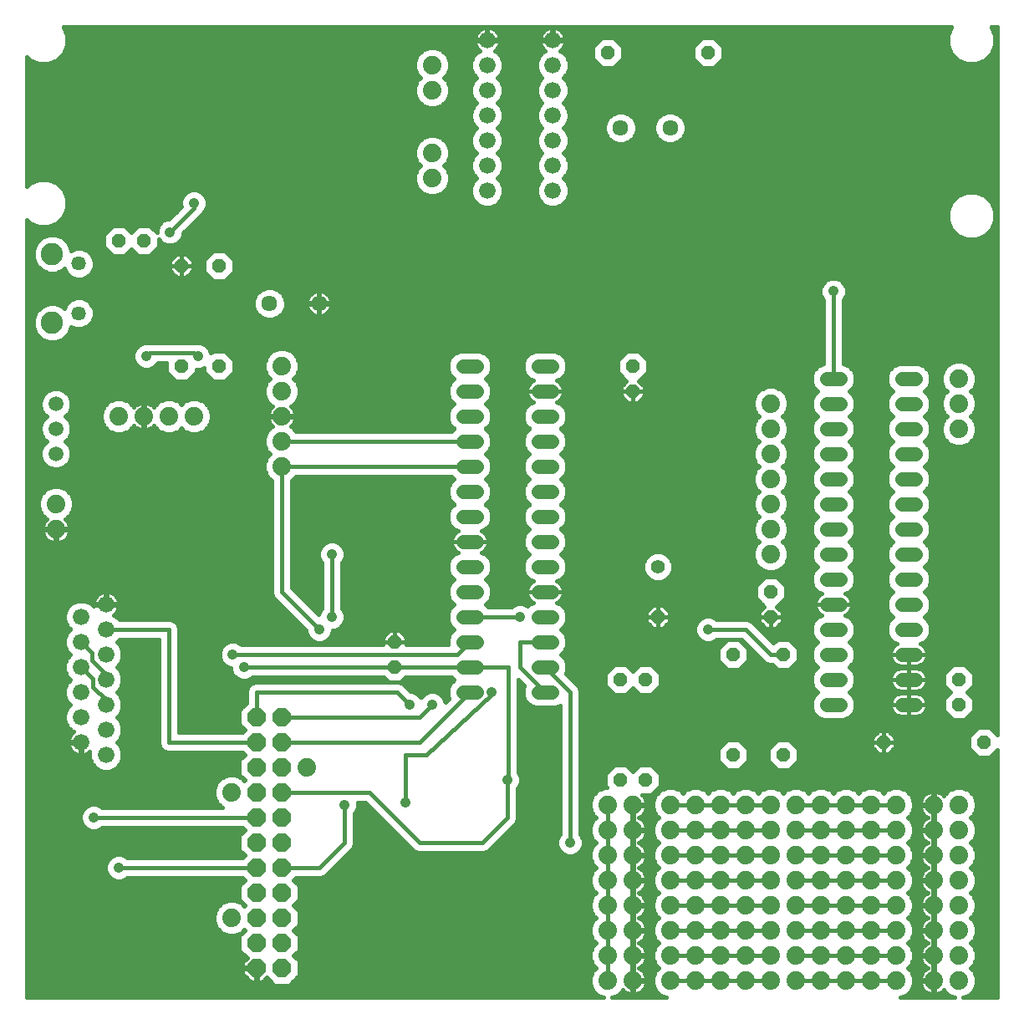
<source format=gbl>
G75*
%MOIN*%
%OFA0B0*%
%FSLAX25Y25*%
%IPPOS*%
%LPD*%
%AMOC8*
5,1,8,0,0,1.08239X$1,22.5*
%
%ADD10C,0.05600*%
%ADD11C,0.05746*%
%ADD12C,0.08858*%
%ADD13C,0.07400*%
%ADD14C,0.05943*%
%ADD15OC8,0.05600*%
%ADD16C,0.06337*%
%ADD17C,0.05600*%
%ADD18C,0.06600*%
%ADD19OC8,0.07400*%
%ADD20C,0.01600*%
%ADD21C,0.04165*%
D10*
X0262623Y0126800D02*
X0268223Y0126800D01*
X0268223Y0136800D02*
X0262623Y0136800D01*
X0262623Y0146800D02*
X0268223Y0146800D01*
X0268223Y0156800D02*
X0262623Y0156800D01*
X0262623Y0166800D02*
X0268223Y0166800D01*
X0268223Y0176800D02*
X0262623Y0176800D01*
X0262623Y0186800D02*
X0268223Y0186800D01*
X0268223Y0196800D02*
X0262623Y0196800D01*
X0262623Y0206800D02*
X0268223Y0206800D01*
X0268223Y0216800D02*
X0262623Y0216800D01*
X0262623Y0226800D02*
X0268223Y0226800D01*
X0268223Y0236800D02*
X0262623Y0236800D01*
X0262623Y0246800D02*
X0268223Y0246800D01*
X0268223Y0256800D02*
X0262623Y0256800D01*
X0292623Y0256800D02*
X0298223Y0256800D01*
X0298223Y0246800D02*
X0292623Y0246800D01*
X0292623Y0236800D02*
X0298223Y0236800D01*
X0298223Y0226800D02*
X0292623Y0226800D01*
X0292623Y0216800D02*
X0298223Y0216800D01*
X0298223Y0206800D02*
X0292623Y0206800D01*
X0292623Y0196800D02*
X0298223Y0196800D01*
X0298223Y0186800D02*
X0292623Y0186800D01*
X0292623Y0176800D02*
X0298223Y0176800D01*
X0298223Y0166800D02*
X0292623Y0166800D01*
X0292623Y0156800D02*
X0298223Y0156800D01*
X0298223Y0146800D02*
X0292623Y0146800D01*
X0292623Y0136800D02*
X0298223Y0136800D01*
X0298223Y0126800D02*
X0292623Y0126800D01*
X0407623Y0121800D02*
X0413223Y0121800D01*
X0413223Y0131800D02*
X0407623Y0131800D01*
X0407623Y0141800D02*
X0413223Y0141800D01*
X0413223Y0151800D02*
X0407623Y0151800D01*
X0407623Y0161800D02*
X0413223Y0161800D01*
X0413223Y0171800D02*
X0407623Y0171800D01*
X0407623Y0181800D02*
X0413223Y0181800D01*
X0413223Y0191800D02*
X0407623Y0191800D01*
X0407623Y0201800D02*
X0413223Y0201800D01*
X0413223Y0211800D02*
X0407623Y0211800D01*
X0407623Y0221800D02*
X0413223Y0221800D01*
X0413223Y0231800D02*
X0407623Y0231800D01*
X0407623Y0241800D02*
X0413223Y0241800D01*
X0413223Y0251800D02*
X0407623Y0251800D01*
X0437623Y0251800D02*
X0443223Y0251800D01*
X0443223Y0241800D02*
X0437623Y0241800D01*
X0437623Y0231800D02*
X0443223Y0231800D01*
X0443223Y0221800D02*
X0437623Y0221800D01*
X0437623Y0211800D02*
X0443223Y0211800D01*
X0443223Y0201800D02*
X0437623Y0201800D01*
X0437623Y0191800D02*
X0443223Y0191800D01*
X0443223Y0181800D02*
X0437623Y0181800D01*
X0437623Y0171800D02*
X0443223Y0171800D01*
X0443223Y0161800D02*
X0437623Y0161800D01*
X0437623Y0151800D02*
X0443223Y0151800D01*
X0443223Y0141800D02*
X0437623Y0141800D01*
X0437623Y0131800D02*
X0443223Y0131800D01*
X0443223Y0121800D02*
X0437623Y0121800D01*
D11*
X0109553Y0277957D03*
X0109553Y0297643D03*
D12*
X0098923Y0301580D03*
X0098923Y0274020D03*
D13*
X0125423Y0236800D03*
X0135423Y0236800D03*
X0145423Y0236800D03*
X0155423Y0236800D03*
X0190423Y0236800D03*
X0190423Y0246800D03*
X0190423Y0256800D03*
X0190423Y0226800D03*
X0190423Y0216800D03*
X0100423Y0201800D03*
X0100423Y0191800D03*
X0200423Y0096800D03*
X0170423Y0086800D03*
X0170423Y0036800D03*
X0320423Y0031800D03*
X0320423Y0021800D03*
X0330423Y0021800D03*
X0330423Y0031800D03*
X0330423Y0041800D03*
X0320423Y0041800D03*
X0320423Y0051800D03*
X0330423Y0051800D03*
X0330423Y0061800D03*
X0320423Y0061800D03*
X0320423Y0071800D03*
X0320423Y0081800D03*
X0330423Y0081800D03*
X0330423Y0071800D03*
X0345423Y0071800D03*
X0345423Y0081800D03*
X0355423Y0081800D03*
X0355423Y0071800D03*
X0365423Y0071800D03*
X0365423Y0081800D03*
X0375423Y0081800D03*
X0375423Y0071800D03*
X0385423Y0071800D03*
X0385423Y0081800D03*
X0395423Y0081800D03*
X0395423Y0071800D03*
X0395423Y0061800D03*
X0385423Y0061800D03*
X0375423Y0061800D03*
X0365423Y0061800D03*
X0355423Y0061800D03*
X0345423Y0061800D03*
X0345423Y0051800D03*
X0345423Y0041800D03*
X0355423Y0041800D03*
X0355423Y0051800D03*
X0365423Y0051800D03*
X0365423Y0041800D03*
X0375423Y0041800D03*
X0375423Y0051800D03*
X0385423Y0051800D03*
X0385423Y0041800D03*
X0385423Y0031800D03*
X0375423Y0031800D03*
X0365423Y0031800D03*
X0355423Y0031800D03*
X0345423Y0031800D03*
X0345423Y0021800D03*
X0355423Y0021800D03*
X0365423Y0021800D03*
X0375423Y0021800D03*
X0385423Y0021800D03*
X0385423Y0011800D03*
X0375423Y0011800D03*
X0365423Y0011800D03*
X0355423Y0011800D03*
X0345423Y0011800D03*
X0330423Y0011800D03*
X0320423Y0011800D03*
X0395423Y0011800D03*
X0395423Y0021800D03*
X0395423Y0031800D03*
X0395423Y0041800D03*
X0395423Y0051800D03*
X0405423Y0051800D03*
X0405423Y0041800D03*
X0415423Y0041800D03*
X0415423Y0051800D03*
X0425423Y0051800D03*
X0425423Y0041800D03*
X0435423Y0041800D03*
X0435423Y0051800D03*
X0435423Y0061800D03*
X0425423Y0061800D03*
X0415423Y0061800D03*
X0405423Y0061800D03*
X0405423Y0071800D03*
X0405423Y0081800D03*
X0415423Y0081800D03*
X0415423Y0071800D03*
X0425423Y0071800D03*
X0425423Y0081800D03*
X0435423Y0081800D03*
X0435423Y0071800D03*
X0450423Y0071800D03*
X0450423Y0081800D03*
X0460423Y0081800D03*
X0460423Y0071800D03*
X0460423Y0061800D03*
X0450423Y0061800D03*
X0450423Y0051800D03*
X0450423Y0041800D03*
X0460423Y0041800D03*
X0460423Y0051800D03*
X0460423Y0031800D03*
X0450423Y0031800D03*
X0450423Y0021800D03*
X0460423Y0021800D03*
X0460423Y0011800D03*
X0450423Y0011800D03*
X0435423Y0011800D03*
X0425423Y0011800D03*
X0415423Y0011800D03*
X0405423Y0011800D03*
X0405423Y0021800D03*
X0405423Y0031800D03*
X0415423Y0031800D03*
X0415423Y0021800D03*
X0425423Y0021800D03*
X0425423Y0031800D03*
X0435423Y0031800D03*
X0435423Y0021800D03*
X0385423Y0181800D03*
X0385423Y0191800D03*
X0385423Y0201800D03*
X0385423Y0211800D03*
X0385423Y0221800D03*
X0385423Y0231800D03*
X0385423Y0241800D03*
X0460423Y0241800D03*
X0460423Y0231800D03*
X0460423Y0251800D03*
X0250423Y0331800D03*
X0250423Y0341800D03*
X0250423Y0366800D03*
X0250423Y0376800D03*
D14*
X0100423Y0241643D03*
X0100423Y0231800D03*
X0100423Y0221957D03*
D15*
X0150423Y0256800D03*
X0165423Y0256800D03*
X0165423Y0296800D03*
X0150423Y0296800D03*
X0135423Y0306800D03*
X0125423Y0306800D03*
X0235423Y0146800D03*
X0235423Y0136800D03*
X0325423Y0131800D03*
X0335423Y0131800D03*
X0340423Y0156800D03*
X0370423Y0141800D03*
X0390423Y0141800D03*
X0385423Y0156800D03*
X0385423Y0166800D03*
X0430423Y0106800D03*
X0460423Y0121800D03*
X0460423Y0131800D03*
X0470423Y0106800D03*
X0390423Y0101800D03*
X0370423Y0101800D03*
X0335423Y0091800D03*
X0325423Y0091800D03*
X0330423Y0246800D03*
X0330423Y0256800D03*
X0320423Y0381800D03*
X0360423Y0381800D03*
D16*
X0345266Y0351800D03*
X0325581Y0351800D03*
X0205266Y0281800D03*
X0185581Y0281800D03*
D17*
X0340423Y0176800D03*
D18*
X0298455Y0326800D03*
X0298455Y0336800D03*
X0298455Y0346800D03*
X0298455Y0356800D03*
X0298455Y0366800D03*
X0298455Y0376800D03*
X0298455Y0386800D03*
X0272392Y0386800D03*
X0272392Y0376800D03*
X0272392Y0366800D03*
X0272392Y0356800D03*
X0272392Y0346800D03*
X0272392Y0336800D03*
X0272392Y0326800D03*
X0120423Y0161800D03*
X0120423Y0151800D03*
X0110423Y0146800D03*
X0110423Y0136800D03*
X0120423Y0131800D03*
X0120423Y0141800D03*
X0110423Y0126800D03*
X0110423Y0116800D03*
X0120423Y0111800D03*
X0120423Y0121800D03*
X0110423Y0106800D03*
X0120423Y0101800D03*
X0110423Y0156800D03*
D19*
X0180423Y0116800D03*
X0190423Y0116800D03*
X0190423Y0106800D03*
X0180423Y0106800D03*
X0180423Y0096800D03*
X0190423Y0096800D03*
X0190423Y0086800D03*
X0180423Y0086800D03*
X0180423Y0076800D03*
X0190423Y0076800D03*
X0190423Y0066800D03*
X0180423Y0066800D03*
X0180423Y0056800D03*
X0190423Y0056800D03*
X0190423Y0046800D03*
X0180423Y0046800D03*
X0180423Y0036800D03*
X0190423Y0036800D03*
X0190423Y0026800D03*
X0180423Y0026800D03*
X0180423Y0016800D03*
X0190423Y0016800D03*
D20*
X0088623Y0005000D02*
X0088623Y0315236D01*
X0090070Y0313789D01*
X0093543Y0312350D01*
X0097303Y0312350D01*
X0100776Y0313789D01*
X0103435Y0316447D01*
X0104873Y0319920D01*
X0104873Y0323680D01*
X0103435Y0327153D01*
X0100776Y0329811D01*
X0097303Y0331250D01*
X0093543Y0331250D01*
X0090070Y0329811D01*
X0088623Y0328364D01*
X0088623Y0380236D01*
X0090070Y0378789D01*
X0093543Y0377350D01*
X0097303Y0377350D01*
X0100776Y0378789D01*
X0103435Y0381447D01*
X0104873Y0384920D01*
X0104873Y0388680D01*
X0103435Y0392153D01*
X0103287Y0392301D01*
X0457560Y0392301D01*
X0457412Y0392153D01*
X0455973Y0388680D01*
X0455973Y0384920D01*
X0457412Y0381447D01*
X0460070Y0378789D01*
X0463543Y0377350D01*
X0467303Y0377350D01*
X0470776Y0378789D01*
X0473435Y0381447D01*
X0474873Y0384920D01*
X0474873Y0388680D01*
X0473435Y0392153D01*
X0473287Y0392301D01*
X0475924Y0392301D01*
X0475924Y0109784D01*
X0472909Y0112800D01*
X0467938Y0112800D01*
X0464423Y0109285D01*
X0464423Y0104315D01*
X0467938Y0100800D01*
X0472909Y0100800D01*
X0475924Y0103816D01*
X0475924Y0005000D01*
X0462037Y0005000D01*
X0464332Y0005950D01*
X0466273Y0007891D01*
X0467323Y0010427D01*
X0467323Y0013172D01*
X0466273Y0015709D01*
X0465181Y0016800D01*
X0466273Y0017891D01*
X0467323Y0020427D01*
X0467323Y0023172D01*
X0466273Y0025709D01*
X0465181Y0026800D01*
X0466273Y0027891D01*
X0467323Y0030427D01*
X0467323Y0033172D01*
X0466273Y0035709D01*
X0465181Y0036800D01*
X0466273Y0037891D01*
X0467323Y0040427D01*
X0467323Y0043172D01*
X0466273Y0045709D01*
X0465181Y0046800D01*
X0466273Y0047891D01*
X0467323Y0050427D01*
X0467323Y0053172D01*
X0466273Y0055709D01*
X0465181Y0056800D01*
X0466273Y0057891D01*
X0467323Y0060427D01*
X0467323Y0063172D01*
X0466273Y0065709D01*
X0465181Y0066800D01*
X0466273Y0067891D01*
X0467323Y0070427D01*
X0467323Y0073172D01*
X0466273Y0075709D01*
X0465181Y0076800D01*
X0466273Y0077891D01*
X0467323Y0080427D01*
X0467323Y0083172D01*
X0466273Y0085709D01*
X0464332Y0087650D01*
X0461796Y0088700D01*
X0459051Y0088700D01*
X0456515Y0087650D01*
X0454574Y0085709D01*
X0454491Y0085510D01*
X0454006Y0085995D01*
X0453306Y0086504D01*
X0452534Y0086897D01*
X0451711Y0087165D01*
X0450856Y0087300D01*
X0450623Y0087300D01*
X0450623Y0082000D01*
X0450223Y0082000D01*
X0450223Y0081600D01*
X0444923Y0081600D01*
X0444923Y0081367D01*
X0445059Y0080512D01*
X0445326Y0079689D01*
X0445719Y0078917D01*
X0446228Y0078217D01*
X0446840Y0077605D01*
X0447541Y0077096D01*
X0448122Y0076800D01*
X0447541Y0076504D01*
X0446840Y0075995D01*
X0446228Y0075383D01*
X0445719Y0074683D01*
X0445326Y0073911D01*
X0445059Y0073088D01*
X0444923Y0072233D01*
X0444923Y0072000D01*
X0450223Y0072000D01*
X0450223Y0071600D01*
X0444923Y0071600D01*
X0444923Y0071367D01*
X0445059Y0070512D01*
X0445326Y0069689D01*
X0445719Y0068917D01*
X0446228Y0068217D01*
X0446840Y0067605D01*
X0447541Y0067096D01*
X0448122Y0066800D01*
X0447541Y0066504D01*
X0446840Y0065995D01*
X0446228Y0065383D01*
X0445719Y0064683D01*
X0445326Y0063911D01*
X0445059Y0063088D01*
X0444923Y0062233D01*
X0444923Y0062000D01*
X0450223Y0062000D01*
X0450223Y0061600D01*
X0444923Y0061600D01*
X0444923Y0061367D01*
X0445059Y0060512D01*
X0445326Y0059689D01*
X0445719Y0058917D01*
X0446228Y0058217D01*
X0446840Y0057605D01*
X0447541Y0057096D01*
X0448122Y0056800D01*
X0447541Y0056504D01*
X0446840Y0055995D01*
X0446228Y0055383D01*
X0445719Y0054683D01*
X0445326Y0053911D01*
X0445059Y0053088D01*
X0444923Y0052233D01*
X0444923Y0052000D01*
X0450223Y0052000D01*
X0450223Y0051600D01*
X0444923Y0051600D01*
X0444923Y0051367D01*
X0445059Y0050512D01*
X0445326Y0049689D01*
X0445719Y0048917D01*
X0446228Y0048217D01*
X0446840Y0047605D01*
X0447541Y0047096D01*
X0448122Y0046800D01*
X0447541Y0046504D01*
X0446840Y0045995D01*
X0446228Y0045383D01*
X0445719Y0044683D01*
X0445326Y0043911D01*
X0445059Y0043088D01*
X0444923Y0042233D01*
X0444923Y0042000D01*
X0450223Y0042000D01*
X0450223Y0041600D01*
X0444923Y0041600D01*
X0444923Y0041367D01*
X0445059Y0040512D01*
X0445326Y0039689D01*
X0445719Y0038917D01*
X0446228Y0038217D01*
X0446840Y0037605D01*
X0447541Y0037096D01*
X0448122Y0036800D01*
X0447541Y0036504D01*
X0446840Y0035995D01*
X0446228Y0035383D01*
X0445719Y0034683D01*
X0445326Y0033911D01*
X0445059Y0033088D01*
X0444923Y0032233D01*
X0444923Y0032000D01*
X0450223Y0032000D01*
X0450223Y0031600D01*
X0444923Y0031600D01*
X0444923Y0031367D01*
X0445059Y0030512D01*
X0445326Y0029689D01*
X0445719Y0028917D01*
X0446228Y0028217D01*
X0446840Y0027605D01*
X0447541Y0027096D01*
X0448122Y0026800D01*
X0447541Y0026504D01*
X0446840Y0025995D01*
X0446228Y0025383D01*
X0445719Y0024683D01*
X0445326Y0023911D01*
X0445059Y0023088D01*
X0444923Y0022233D01*
X0444923Y0022000D01*
X0450223Y0022000D01*
X0450223Y0021600D01*
X0444923Y0021600D01*
X0444923Y0021367D01*
X0445059Y0020512D01*
X0445326Y0019689D01*
X0445719Y0018917D01*
X0446228Y0018217D01*
X0446840Y0017605D01*
X0447541Y0017096D01*
X0448122Y0016800D01*
X0447541Y0016504D01*
X0446840Y0015995D01*
X0446228Y0015383D01*
X0445719Y0014683D01*
X0445326Y0013911D01*
X0445059Y0013088D01*
X0444923Y0012233D01*
X0444923Y0012000D01*
X0450223Y0012000D01*
X0450223Y0011600D01*
X0444923Y0011600D01*
X0444923Y0011367D01*
X0445059Y0010512D01*
X0445326Y0009689D01*
X0445719Y0008917D01*
X0446228Y0008217D01*
X0446840Y0007605D01*
X0447541Y0007096D01*
X0448312Y0006703D01*
X0449135Y0006435D01*
X0449990Y0006300D01*
X0450223Y0006300D01*
X0450223Y0011600D01*
X0450623Y0011600D01*
X0450623Y0006300D01*
X0450856Y0006300D01*
X0451711Y0006435D01*
X0452534Y0006703D01*
X0453306Y0007096D01*
X0454006Y0007605D01*
X0454491Y0008090D01*
X0454574Y0007891D01*
X0456515Y0005950D01*
X0458809Y0005000D01*
X0437037Y0005000D01*
X0439332Y0005950D01*
X0441273Y0007891D01*
X0442323Y0010427D01*
X0442323Y0013172D01*
X0441273Y0015709D01*
X0440181Y0016800D01*
X0441273Y0017891D01*
X0442323Y0020427D01*
X0442323Y0023172D01*
X0441273Y0025709D01*
X0440181Y0026800D01*
X0441273Y0027891D01*
X0442323Y0030427D01*
X0442323Y0033172D01*
X0441273Y0035709D01*
X0440181Y0036800D01*
X0441273Y0037891D01*
X0442323Y0040427D01*
X0442323Y0043172D01*
X0441273Y0045709D01*
X0440181Y0046800D01*
X0441273Y0047891D01*
X0442323Y0050427D01*
X0442323Y0053172D01*
X0441273Y0055709D01*
X0440181Y0056800D01*
X0441273Y0057891D01*
X0442323Y0060427D01*
X0442323Y0063172D01*
X0441273Y0065709D01*
X0440181Y0066800D01*
X0441273Y0067891D01*
X0442323Y0070427D01*
X0442323Y0073172D01*
X0441273Y0075709D01*
X0440181Y0076800D01*
X0441273Y0077891D01*
X0442323Y0080427D01*
X0442323Y0083172D01*
X0441273Y0085709D01*
X0439332Y0087650D01*
X0436796Y0088700D01*
X0434051Y0088700D01*
X0431515Y0087650D01*
X0430423Y0086558D01*
X0429332Y0087650D01*
X0426796Y0088700D01*
X0424051Y0088700D01*
X0421515Y0087650D01*
X0420423Y0086558D01*
X0419332Y0087650D01*
X0416796Y0088700D01*
X0414051Y0088700D01*
X0411515Y0087650D01*
X0410423Y0086558D01*
X0409332Y0087650D01*
X0406796Y0088700D01*
X0404051Y0088700D01*
X0401515Y0087650D01*
X0400423Y0086558D01*
X0399332Y0087650D01*
X0396796Y0088700D01*
X0394051Y0088700D01*
X0391515Y0087650D01*
X0390423Y0086558D01*
X0389332Y0087650D01*
X0386796Y0088700D01*
X0384051Y0088700D01*
X0381515Y0087650D01*
X0380423Y0086558D01*
X0379332Y0087650D01*
X0376796Y0088700D01*
X0374051Y0088700D01*
X0371515Y0087650D01*
X0370423Y0086558D01*
X0369332Y0087650D01*
X0366796Y0088700D01*
X0364051Y0088700D01*
X0361515Y0087650D01*
X0360423Y0086558D01*
X0359332Y0087650D01*
X0356796Y0088700D01*
X0354051Y0088700D01*
X0351515Y0087650D01*
X0350423Y0086558D01*
X0349332Y0087650D01*
X0346796Y0088700D01*
X0344051Y0088700D01*
X0341515Y0087650D01*
X0339574Y0085709D01*
X0338523Y0083172D01*
X0338523Y0080427D01*
X0339574Y0077891D01*
X0340665Y0076800D01*
X0339574Y0075709D01*
X0338523Y0073172D01*
X0338523Y0070427D01*
X0339574Y0067891D01*
X0340665Y0066800D01*
X0339574Y0065709D01*
X0338523Y0063172D01*
X0338523Y0060427D01*
X0339574Y0057891D01*
X0340665Y0056800D01*
X0339574Y0055709D01*
X0338523Y0053172D01*
X0338523Y0050427D01*
X0339574Y0047891D01*
X0340665Y0046800D01*
X0339574Y0045709D01*
X0338523Y0043172D01*
X0338523Y0040427D01*
X0339574Y0037891D01*
X0340665Y0036800D01*
X0339574Y0035709D01*
X0338523Y0033172D01*
X0338523Y0030427D01*
X0339574Y0027891D01*
X0340665Y0026800D01*
X0339574Y0025709D01*
X0338523Y0023172D01*
X0338523Y0020427D01*
X0339574Y0017891D01*
X0340665Y0016800D01*
X0339574Y0015709D01*
X0338523Y0013172D01*
X0338523Y0010427D01*
X0339574Y0007891D01*
X0341515Y0005950D01*
X0343809Y0005000D01*
X0322037Y0005000D01*
X0324332Y0005950D01*
X0326273Y0007891D01*
X0326355Y0008090D01*
X0326840Y0007605D01*
X0327541Y0007096D01*
X0328312Y0006703D01*
X0329135Y0006435D01*
X0329990Y0006300D01*
X0330223Y0006300D01*
X0330223Y0011600D01*
X0330623Y0011600D01*
X0330623Y0006300D01*
X0330856Y0006300D01*
X0331711Y0006435D01*
X0332534Y0006703D01*
X0333306Y0007096D01*
X0334006Y0007605D01*
X0334618Y0008217D01*
X0335127Y0008917D01*
X0335520Y0009689D01*
X0335788Y0010512D01*
X0335923Y0011367D01*
X0335923Y0011600D01*
X0330623Y0011600D01*
X0330623Y0012000D01*
X0330223Y0012000D01*
X0330223Y0021600D01*
X0330623Y0021600D01*
X0330623Y0017300D01*
X0330623Y0012000D01*
X0335923Y0012000D01*
X0335923Y0012233D01*
X0335788Y0013088D01*
X0335520Y0013911D01*
X0335127Y0014683D01*
X0334618Y0015383D01*
X0334006Y0015995D01*
X0333306Y0016504D01*
X0332725Y0016800D01*
X0333306Y0017096D01*
X0334006Y0017605D01*
X0334618Y0018217D01*
X0335127Y0018917D01*
X0335520Y0019689D01*
X0335788Y0020512D01*
X0335923Y0021367D01*
X0335923Y0021600D01*
X0330623Y0021600D01*
X0330623Y0022000D01*
X0330223Y0022000D01*
X0330223Y0031600D01*
X0330623Y0031600D01*
X0330623Y0026300D01*
X0330623Y0022000D01*
X0335923Y0022000D01*
X0335923Y0022233D01*
X0335788Y0023088D01*
X0335520Y0023911D01*
X0335127Y0024683D01*
X0334618Y0025383D01*
X0334006Y0025995D01*
X0333306Y0026504D01*
X0332725Y0026800D01*
X0333306Y0027096D01*
X0334006Y0027605D01*
X0334618Y0028217D01*
X0335127Y0028917D01*
X0335520Y0029689D01*
X0335788Y0030512D01*
X0335923Y0031367D01*
X0335923Y0031600D01*
X0330623Y0031600D01*
X0330623Y0032000D01*
X0330223Y0032000D01*
X0330223Y0041600D01*
X0330623Y0041600D01*
X0330623Y0036300D01*
X0330623Y0032000D01*
X0335923Y0032000D01*
X0335923Y0032233D01*
X0335788Y0033088D01*
X0335520Y0033911D01*
X0335127Y0034683D01*
X0334618Y0035383D01*
X0334006Y0035995D01*
X0333306Y0036504D01*
X0332725Y0036800D01*
X0333306Y0037096D01*
X0334006Y0037605D01*
X0334618Y0038217D01*
X0335127Y0038917D01*
X0335520Y0039689D01*
X0335788Y0040512D01*
X0335923Y0041367D01*
X0335923Y0041600D01*
X0330623Y0041600D01*
X0330623Y0042000D01*
X0330223Y0042000D01*
X0330223Y0051600D01*
X0330623Y0051600D01*
X0330623Y0046300D01*
X0330623Y0042000D01*
X0335923Y0042000D01*
X0335923Y0042233D01*
X0335788Y0043088D01*
X0335520Y0043911D01*
X0335127Y0044683D01*
X0334618Y0045383D01*
X0334006Y0045995D01*
X0333306Y0046504D01*
X0332725Y0046800D01*
X0333306Y0047096D01*
X0334006Y0047605D01*
X0334618Y0048217D01*
X0335127Y0048917D01*
X0335520Y0049689D01*
X0335788Y0050512D01*
X0335923Y0051367D01*
X0335923Y0051600D01*
X0330623Y0051600D01*
X0330623Y0052000D01*
X0330223Y0052000D01*
X0330223Y0061600D01*
X0330623Y0061600D01*
X0330623Y0056300D01*
X0330623Y0052000D01*
X0335923Y0052000D01*
X0335923Y0052233D01*
X0335788Y0053088D01*
X0335520Y0053911D01*
X0335127Y0054683D01*
X0334618Y0055383D01*
X0334006Y0055995D01*
X0333306Y0056504D01*
X0332725Y0056800D01*
X0333306Y0057096D01*
X0334006Y0057605D01*
X0334618Y0058217D01*
X0335127Y0058917D01*
X0335520Y0059689D01*
X0335788Y0060512D01*
X0335923Y0061367D01*
X0335923Y0061600D01*
X0330623Y0061600D01*
X0330623Y0062000D01*
X0330223Y0062000D01*
X0330223Y0071600D01*
X0330623Y0071600D01*
X0330623Y0066300D01*
X0330623Y0062000D01*
X0335923Y0062000D01*
X0335923Y0062233D01*
X0335788Y0063088D01*
X0335520Y0063911D01*
X0335127Y0064683D01*
X0334618Y0065383D01*
X0334006Y0065995D01*
X0333306Y0066504D01*
X0332725Y0066800D01*
X0333306Y0067096D01*
X0334006Y0067605D01*
X0334618Y0068217D01*
X0335127Y0068917D01*
X0335520Y0069689D01*
X0335788Y0070512D01*
X0335923Y0071367D01*
X0335923Y0071600D01*
X0330623Y0071600D01*
X0330623Y0072000D01*
X0330223Y0072000D01*
X0330223Y0081600D01*
X0330623Y0081600D01*
X0330623Y0076300D01*
X0330623Y0072000D01*
X0335923Y0072000D01*
X0335923Y0072233D01*
X0335788Y0073088D01*
X0335520Y0073911D01*
X0335127Y0074683D01*
X0334618Y0075383D01*
X0334006Y0075995D01*
X0333306Y0076504D01*
X0332725Y0076800D01*
X0333306Y0077096D01*
X0334006Y0077605D01*
X0334618Y0078217D01*
X0335127Y0078917D01*
X0335520Y0079689D01*
X0335788Y0080512D01*
X0335923Y0081367D01*
X0335923Y0081600D01*
X0330623Y0081600D01*
X0330623Y0082000D01*
X0335923Y0082000D01*
X0335923Y0082233D01*
X0335788Y0083088D01*
X0335520Y0083911D01*
X0335127Y0084683D01*
X0334618Y0085383D01*
X0334201Y0085800D01*
X0337909Y0085800D01*
X0341423Y0089315D01*
X0341423Y0094285D01*
X0337909Y0097800D01*
X0332938Y0097800D01*
X0330423Y0095285D01*
X0327909Y0097800D01*
X0322938Y0097800D01*
X0319423Y0094285D01*
X0319423Y0089315D01*
X0320038Y0088700D01*
X0319051Y0088700D01*
X0316515Y0087650D01*
X0314574Y0085709D01*
X0313523Y0083172D01*
X0313523Y0080427D01*
X0314574Y0077891D01*
X0315665Y0076800D01*
X0314574Y0075709D01*
X0313523Y0073172D01*
X0313523Y0070427D01*
X0314574Y0067891D01*
X0315665Y0066800D01*
X0314574Y0065709D01*
X0313523Y0063172D01*
X0313523Y0060427D01*
X0314574Y0057891D01*
X0315665Y0056800D01*
X0314574Y0055709D01*
X0313523Y0053172D01*
X0313523Y0050427D01*
X0314574Y0047891D01*
X0315665Y0046800D01*
X0314574Y0045709D01*
X0313523Y0043172D01*
X0313523Y0040427D01*
X0314574Y0037891D01*
X0315665Y0036800D01*
X0314574Y0035709D01*
X0313523Y0033172D01*
X0313523Y0030427D01*
X0314574Y0027891D01*
X0315665Y0026800D01*
X0314574Y0025709D01*
X0313523Y0023172D01*
X0313523Y0020427D01*
X0314574Y0017891D01*
X0315665Y0016800D01*
X0314574Y0015709D01*
X0313523Y0013172D01*
X0313523Y0010427D01*
X0314574Y0007891D01*
X0316515Y0005950D01*
X0318809Y0005000D01*
X0088623Y0005000D01*
X0088623Y0006596D02*
X0315870Y0006596D01*
X0314448Y0008194D02*
X0088623Y0008194D01*
X0088623Y0009793D02*
X0313786Y0009793D01*
X0313523Y0011391D02*
X0194772Y0011391D01*
X0193281Y0009900D02*
X0197323Y0013942D01*
X0197323Y0019658D01*
X0195181Y0021800D01*
X0197323Y0023942D01*
X0197323Y0029658D01*
X0195181Y0031800D01*
X0197323Y0033942D01*
X0197323Y0039658D01*
X0195181Y0041800D01*
X0197323Y0043942D01*
X0197323Y0049658D01*
X0195181Y0051800D01*
X0196181Y0052800D01*
X0206219Y0052800D01*
X0207689Y0053409D01*
X0218814Y0064534D01*
X0219423Y0066004D01*
X0219423Y0078329D01*
X0219902Y0078808D01*
X0220706Y0080749D01*
X0220706Y0082800D01*
X0223766Y0082800D01*
X0242032Y0064534D01*
X0243157Y0063409D01*
X0244628Y0062800D01*
X0271219Y0062800D01*
X0272689Y0063409D01*
X0282689Y0073409D01*
X0283814Y0074534D01*
X0284423Y0076004D01*
X0284423Y0088329D01*
X0284902Y0088808D01*
X0285706Y0090749D01*
X0285706Y0092851D01*
X0284923Y0094740D01*
X0284923Y0131643D01*
X0287194Y0129372D01*
X0286623Y0127993D01*
X0286623Y0125607D01*
X0287537Y0123401D01*
X0289224Y0121713D01*
X0291430Y0120800D01*
X0299417Y0120800D01*
X0301423Y0121631D01*
X0301423Y0070271D01*
X0300945Y0069792D01*
X0300141Y0067851D01*
X0300141Y0065749D01*
X0300945Y0063808D01*
X0302431Y0062322D01*
X0304372Y0061517D01*
X0306474Y0061517D01*
X0308416Y0062322D01*
X0309902Y0063808D01*
X0310706Y0065749D01*
X0310706Y0067851D01*
X0309902Y0069792D01*
X0309423Y0070271D01*
X0309423Y0127596D01*
X0308814Y0129066D01*
X0307689Y0130191D01*
X0303652Y0134228D01*
X0304223Y0135607D01*
X0304223Y0137993D01*
X0303310Y0140199D01*
X0301708Y0141800D01*
X0303310Y0143401D01*
X0304223Y0145607D01*
X0304223Y0147993D01*
X0303310Y0150199D01*
X0301708Y0151800D01*
X0303310Y0153401D01*
X0304223Y0155607D01*
X0304223Y0157993D01*
X0303310Y0160199D01*
X0301622Y0161887D01*
X0300017Y0162551D01*
X0300634Y0162866D01*
X0301220Y0163291D01*
X0301732Y0163803D01*
X0302157Y0164389D01*
X0302486Y0165034D01*
X0302710Y0165723D01*
X0302823Y0166438D01*
X0302823Y0166800D01*
X0302823Y0167162D01*
X0302710Y0167877D01*
X0302486Y0168566D01*
X0302157Y0169211D01*
X0301732Y0169797D01*
X0301220Y0170309D01*
X0300634Y0170734D01*
X0300017Y0171049D01*
X0301622Y0171713D01*
X0303310Y0173401D01*
X0304223Y0175607D01*
X0304223Y0177993D01*
X0303310Y0180199D01*
X0301708Y0181800D01*
X0303310Y0183401D01*
X0304223Y0185607D01*
X0304223Y0187993D01*
X0303310Y0190199D01*
X0301708Y0191800D01*
X0303310Y0193401D01*
X0304223Y0195607D01*
X0304223Y0197993D01*
X0303310Y0200199D01*
X0301708Y0201800D01*
X0303310Y0203401D01*
X0304223Y0205607D01*
X0304223Y0207993D01*
X0303310Y0210199D01*
X0301708Y0211800D01*
X0303310Y0213401D01*
X0304223Y0215607D01*
X0304223Y0217993D01*
X0303310Y0220199D01*
X0301708Y0221800D01*
X0303310Y0223401D01*
X0304223Y0225607D01*
X0304223Y0227993D01*
X0303310Y0230199D01*
X0301708Y0231800D01*
X0303310Y0233401D01*
X0304223Y0235607D01*
X0304223Y0237993D01*
X0303310Y0240199D01*
X0301622Y0241887D01*
X0300017Y0242551D01*
X0300634Y0242866D01*
X0301220Y0243291D01*
X0301732Y0243803D01*
X0302157Y0244389D01*
X0302486Y0245034D01*
X0302710Y0245723D01*
X0302823Y0246438D01*
X0302823Y0246800D01*
X0302823Y0247162D01*
X0302710Y0247877D01*
X0302486Y0248566D01*
X0302157Y0249211D01*
X0301732Y0249797D01*
X0301220Y0250309D01*
X0300634Y0250734D01*
X0300017Y0251049D01*
X0301622Y0251713D01*
X0303310Y0253401D01*
X0304223Y0255607D01*
X0304223Y0257993D01*
X0303310Y0260199D01*
X0301622Y0261887D01*
X0299417Y0262800D01*
X0291430Y0262800D01*
X0289224Y0261887D01*
X0287537Y0260199D01*
X0286623Y0257993D01*
X0286623Y0255607D01*
X0287537Y0253401D01*
X0289224Y0251713D01*
X0290829Y0251049D01*
X0290212Y0250734D01*
X0289627Y0250309D01*
X0289115Y0249797D01*
X0288689Y0249211D01*
X0288360Y0248566D01*
X0288136Y0247877D01*
X0288023Y0247162D01*
X0288023Y0246800D01*
X0288023Y0246438D01*
X0288136Y0245723D01*
X0288360Y0245034D01*
X0288689Y0244389D01*
X0289115Y0243803D01*
X0289627Y0243291D01*
X0290212Y0242866D01*
X0290829Y0242551D01*
X0289224Y0241887D01*
X0287537Y0240199D01*
X0286623Y0237993D01*
X0286623Y0235607D01*
X0287537Y0233401D01*
X0289138Y0231800D01*
X0287537Y0230199D01*
X0286623Y0227993D01*
X0286623Y0225607D01*
X0287537Y0223401D01*
X0289138Y0221800D01*
X0287537Y0220199D01*
X0286623Y0217993D01*
X0286623Y0215607D01*
X0287537Y0213401D01*
X0289138Y0211800D01*
X0287537Y0210199D01*
X0286623Y0207993D01*
X0286623Y0205607D01*
X0287537Y0203401D01*
X0289138Y0201800D01*
X0287537Y0200199D01*
X0286623Y0197993D01*
X0286623Y0195607D01*
X0287537Y0193401D01*
X0289138Y0191800D01*
X0287537Y0190199D01*
X0286623Y0187993D01*
X0286623Y0185607D01*
X0287537Y0183401D01*
X0289138Y0181800D01*
X0287537Y0180199D01*
X0286623Y0177993D01*
X0286623Y0175607D01*
X0287537Y0173401D01*
X0289224Y0171713D01*
X0290829Y0171049D01*
X0290212Y0170734D01*
X0289627Y0170309D01*
X0289115Y0169797D01*
X0288689Y0169211D01*
X0288360Y0168566D01*
X0288136Y0167877D01*
X0288023Y0167162D01*
X0288023Y0166800D01*
X0288023Y0166438D01*
X0288136Y0165723D01*
X0288360Y0165034D01*
X0288689Y0164389D01*
X0289115Y0163803D01*
X0289627Y0163291D01*
X0290212Y0162866D01*
X0290829Y0162551D01*
X0289224Y0161887D01*
X0288516Y0161178D01*
X0288416Y0161278D01*
X0286474Y0162083D01*
X0284372Y0162083D01*
X0282431Y0161278D01*
X0281952Y0160800D01*
X0272709Y0160800D01*
X0271708Y0161800D01*
X0273310Y0163401D01*
X0274223Y0165607D01*
X0274223Y0167993D01*
X0273310Y0170199D01*
X0271708Y0171800D01*
X0273310Y0173401D01*
X0274223Y0175607D01*
X0274223Y0177993D01*
X0273310Y0180199D01*
X0271622Y0181887D01*
X0270017Y0182551D01*
X0270634Y0182866D01*
X0271220Y0183291D01*
X0271732Y0183803D01*
X0272157Y0184389D01*
X0272486Y0185034D01*
X0272710Y0185723D01*
X0272823Y0186438D01*
X0272823Y0186800D01*
X0272823Y0187162D01*
X0272710Y0187877D01*
X0272486Y0188566D01*
X0272157Y0189211D01*
X0271732Y0189797D01*
X0271220Y0190309D01*
X0270634Y0190734D01*
X0270017Y0191049D01*
X0271622Y0191713D01*
X0273310Y0193401D01*
X0274223Y0195607D01*
X0274223Y0197993D01*
X0273310Y0200199D01*
X0271708Y0201800D01*
X0273310Y0203401D01*
X0274223Y0205607D01*
X0274223Y0207993D01*
X0273310Y0210199D01*
X0271708Y0211800D01*
X0273310Y0213401D01*
X0274223Y0215607D01*
X0274223Y0217993D01*
X0273310Y0220199D01*
X0271708Y0221800D01*
X0273310Y0223401D01*
X0274223Y0225607D01*
X0274223Y0227993D01*
X0273310Y0230199D01*
X0271708Y0231800D01*
X0273310Y0233401D01*
X0274223Y0235607D01*
X0274223Y0237993D01*
X0273310Y0240199D01*
X0271708Y0241800D01*
X0273310Y0243401D01*
X0274223Y0245607D01*
X0274223Y0247993D01*
X0273310Y0250199D01*
X0271708Y0251800D01*
X0273310Y0253401D01*
X0274223Y0255607D01*
X0274223Y0257993D01*
X0273310Y0260199D01*
X0271622Y0261887D01*
X0269417Y0262800D01*
X0261430Y0262800D01*
X0259224Y0261887D01*
X0257537Y0260199D01*
X0256623Y0257993D01*
X0256623Y0255607D01*
X0257537Y0253401D01*
X0259138Y0251800D01*
X0257537Y0250199D01*
X0256623Y0247993D01*
X0256623Y0245607D01*
X0257537Y0243401D01*
X0259138Y0241800D01*
X0257537Y0240199D01*
X0256623Y0237993D01*
X0256623Y0235607D01*
X0257537Y0233401D01*
X0259138Y0231800D01*
X0258138Y0230800D01*
X0196181Y0230800D01*
X0194332Y0232650D01*
X0194133Y0232732D01*
X0194618Y0233217D01*
X0195127Y0233917D01*
X0195520Y0234689D01*
X0195788Y0235512D01*
X0195923Y0236367D01*
X0195923Y0236600D01*
X0190623Y0236600D01*
X0190623Y0237000D01*
X0195923Y0237000D01*
X0195923Y0237233D01*
X0195788Y0238088D01*
X0195520Y0238911D01*
X0195127Y0239683D01*
X0194618Y0240383D01*
X0194133Y0240868D01*
X0194332Y0240950D01*
X0196273Y0242891D01*
X0197323Y0245427D01*
X0197323Y0248172D01*
X0196273Y0250709D01*
X0195181Y0251800D01*
X0196273Y0252891D01*
X0197323Y0255427D01*
X0197323Y0258172D01*
X0196273Y0260709D01*
X0194332Y0262650D01*
X0191796Y0263700D01*
X0189051Y0263700D01*
X0186515Y0262650D01*
X0184574Y0260709D01*
X0183523Y0258172D01*
X0183523Y0255427D01*
X0184574Y0252891D01*
X0185665Y0251800D01*
X0184574Y0250709D01*
X0183523Y0248172D01*
X0183523Y0245427D01*
X0184574Y0242891D01*
X0186515Y0240950D01*
X0186713Y0240868D01*
X0186228Y0240383D01*
X0185719Y0239683D01*
X0185326Y0238911D01*
X0185059Y0238088D01*
X0184923Y0237233D01*
X0184923Y0237000D01*
X0190223Y0237000D01*
X0190223Y0236600D01*
X0184923Y0236600D01*
X0184923Y0236367D01*
X0185059Y0235512D01*
X0185326Y0234689D01*
X0185719Y0233917D01*
X0186228Y0233217D01*
X0186713Y0232732D01*
X0186515Y0232650D01*
X0184574Y0230709D01*
X0183523Y0228172D01*
X0183523Y0225427D01*
X0184574Y0222891D01*
X0185665Y0221800D01*
X0184574Y0220709D01*
X0183523Y0218172D01*
X0183523Y0215427D01*
X0184574Y0212891D01*
X0186423Y0211042D01*
X0186423Y0166004D01*
X0187032Y0164534D01*
X0200141Y0151426D01*
X0200141Y0150749D01*
X0200945Y0148808D01*
X0202431Y0147322D01*
X0204372Y0146517D01*
X0206474Y0146517D01*
X0208416Y0147322D01*
X0209902Y0148808D01*
X0210706Y0150749D01*
X0210706Y0151428D01*
X0211474Y0151428D01*
X0213416Y0152233D01*
X0214902Y0153719D01*
X0215706Y0155660D01*
X0215706Y0157762D01*
X0214902Y0159703D01*
X0214423Y0160182D01*
X0214423Y0178329D01*
X0214902Y0178808D01*
X0215706Y0180749D01*
X0215706Y0182851D01*
X0214902Y0184792D01*
X0213416Y0186278D01*
X0211474Y0187083D01*
X0209372Y0187083D01*
X0207431Y0186278D01*
X0205945Y0184792D01*
X0205141Y0182851D01*
X0205141Y0180749D01*
X0205945Y0178808D01*
X0206423Y0178329D01*
X0206423Y0160182D01*
X0205945Y0159703D01*
X0205141Y0157762D01*
X0205141Y0157740D01*
X0194423Y0168457D01*
X0194423Y0211042D01*
X0196181Y0212800D01*
X0258138Y0212800D01*
X0259138Y0211800D01*
X0257537Y0210199D01*
X0256623Y0207993D01*
X0256623Y0205607D01*
X0257537Y0203401D01*
X0259138Y0201800D01*
X0257537Y0200199D01*
X0256623Y0197993D01*
X0256623Y0195607D01*
X0257537Y0193401D01*
X0259224Y0191713D01*
X0260829Y0191049D01*
X0260212Y0190734D01*
X0259627Y0190309D01*
X0259115Y0189797D01*
X0258689Y0189211D01*
X0258360Y0188566D01*
X0258136Y0187877D01*
X0258023Y0187162D01*
X0258023Y0186800D01*
X0258023Y0186438D01*
X0258136Y0185723D01*
X0258360Y0185034D01*
X0258689Y0184389D01*
X0259115Y0183803D01*
X0259627Y0183291D01*
X0260212Y0182866D01*
X0260829Y0182551D01*
X0259224Y0181887D01*
X0257537Y0180199D01*
X0256623Y0177993D01*
X0256623Y0175607D01*
X0257537Y0173401D01*
X0259138Y0171800D01*
X0257537Y0170199D01*
X0256623Y0167993D01*
X0256623Y0165607D01*
X0257537Y0163401D01*
X0259138Y0161800D01*
X0257537Y0160199D01*
X0256623Y0157993D01*
X0256623Y0155607D01*
X0257537Y0153401D01*
X0259138Y0151800D01*
X0257537Y0150199D01*
X0256623Y0147993D01*
X0256623Y0145800D01*
X0240023Y0145800D01*
X0240023Y0146800D01*
X0240023Y0148705D01*
X0237329Y0151400D01*
X0235423Y0151400D01*
X0233518Y0151400D01*
X0230823Y0148705D01*
X0230823Y0146800D01*
X0230823Y0145800D01*
X0174394Y0145800D01*
X0173916Y0146278D01*
X0171974Y0147083D01*
X0169872Y0147083D01*
X0167931Y0146278D01*
X0166445Y0144792D01*
X0165641Y0142851D01*
X0165641Y0140749D01*
X0166445Y0138808D01*
X0167931Y0137322D01*
X0169872Y0136517D01*
X0170041Y0136517D01*
X0170041Y0135749D01*
X0170845Y0133808D01*
X0172331Y0132322D01*
X0174272Y0131517D01*
X0176374Y0131517D01*
X0178316Y0132322D01*
X0178794Y0132800D01*
X0230938Y0132800D01*
X0232938Y0130800D01*
X0237909Y0130800D01*
X0239909Y0132800D01*
X0258138Y0132800D01*
X0259138Y0131800D01*
X0257537Y0130199D01*
X0256623Y0127993D01*
X0256623Y0125607D01*
X0257194Y0124228D01*
X0255706Y0122740D01*
X0255706Y0122851D01*
X0254902Y0124792D01*
X0253416Y0126278D01*
X0251474Y0127083D01*
X0249372Y0127083D01*
X0247431Y0126278D01*
X0245945Y0124792D01*
X0245923Y0124740D01*
X0245902Y0124792D01*
X0244416Y0126278D01*
X0242474Y0127083D01*
X0241797Y0127083D01*
X0239814Y0129066D01*
X0238689Y0130191D01*
X0237219Y0130800D01*
X0179628Y0130800D01*
X0178157Y0130191D01*
X0177032Y0129066D01*
X0176423Y0127596D01*
X0176423Y0122558D01*
X0173523Y0119658D01*
X0173523Y0113942D01*
X0175665Y0111800D01*
X0174665Y0110800D01*
X0149423Y0110800D01*
X0149423Y0152596D01*
X0148814Y0154066D01*
X0147689Y0155191D01*
X0146219Y0155800D01*
X0125616Y0155800D01*
X0124105Y0157310D01*
X0123351Y0157623D01*
X0123746Y0157910D01*
X0124313Y0158478D01*
X0124785Y0159127D01*
X0125150Y0159842D01*
X0125398Y0160606D01*
X0125523Y0161399D01*
X0125523Y0161596D01*
X0120627Y0161596D01*
X0120627Y0162004D01*
X0120219Y0162004D01*
X0120219Y0161596D01*
X0115323Y0161596D01*
X0115323Y0161399D01*
X0115381Y0161035D01*
X0114105Y0162310D01*
X0111716Y0163300D01*
X0109130Y0163300D01*
X0106741Y0162310D01*
X0104913Y0160482D01*
X0103923Y0158093D01*
X0103923Y0155507D01*
X0104913Y0153118D01*
X0106231Y0151800D01*
X0104913Y0150482D01*
X0103923Y0148093D01*
X0103923Y0145507D01*
X0104913Y0143118D01*
X0106231Y0141800D01*
X0104913Y0140482D01*
X0103923Y0138093D01*
X0103923Y0135507D01*
X0104913Y0133118D01*
X0106231Y0131800D01*
X0104913Y0130482D01*
X0103923Y0128093D01*
X0103923Y0125507D01*
X0104913Y0123118D01*
X0106231Y0121800D01*
X0104913Y0120482D01*
X0103923Y0118093D01*
X0103923Y0115507D01*
X0104913Y0113118D01*
X0106741Y0111290D01*
X0107496Y0110977D01*
X0107101Y0110690D01*
X0106533Y0110122D01*
X0106061Y0109473D01*
X0105697Y0108758D01*
X0105449Y0107994D01*
X0105323Y0107201D01*
X0105323Y0107004D01*
X0110219Y0107004D01*
X0110219Y0106596D01*
X0105323Y0106596D01*
X0105323Y0106399D01*
X0105449Y0105606D01*
X0105697Y0104842D01*
X0106061Y0104127D01*
X0106533Y0103478D01*
X0107101Y0102910D01*
X0107750Y0102438D01*
X0108466Y0102074D01*
X0109229Y0101826D01*
X0110022Y0101700D01*
X0110219Y0101700D01*
X0110219Y0106596D01*
X0110627Y0106596D01*
X0110627Y0101700D01*
X0110825Y0101700D01*
X0111617Y0101826D01*
X0112381Y0102074D01*
X0113096Y0102438D01*
X0113746Y0102910D01*
X0113923Y0103088D01*
X0113923Y0100507D01*
X0114913Y0098118D01*
X0116741Y0096290D01*
X0119130Y0095300D01*
X0121716Y0095300D01*
X0124105Y0096290D01*
X0125934Y0098118D01*
X0126923Y0100507D01*
X0126923Y0103093D01*
X0125934Y0105482D01*
X0124616Y0106800D01*
X0125934Y0108118D01*
X0126923Y0110507D01*
X0126923Y0113093D01*
X0125934Y0115482D01*
X0124616Y0116800D01*
X0125934Y0118118D01*
X0126923Y0120507D01*
X0126923Y0123093D01*
X0125934Y0125482D01*
X0124616Y0126800D01*
X0125934Y0128118D01*
X0126923Y0130507D01*
X0126923Y0133093D01*
X0125934Y0135482D01*
X0124616Y0136800D01*
X0125934Y0138118D01*
X0126923Y0140507D01*
X0126923Y0143093D01*
X0125934Y0145482D01*
X0124616Y0146800D01*
X0125616Y0147800D01*
X0141423Y0147800D01*
X0141423Y0106004D01*
X0142032Y0104534D01*
X0143157Y0103409D01*
X0144628Y0102800D01*
X0174665Y0102800D01*
X0175665Y0101800D01*
X0173523Y0099658D01*
X0173523Y0093942D01*
X0175665Y0091800D01*
X0175423Y0091558D01*
X0174332Y0092650D01*
X0171796Y0093700D01*
X0169051Y0093700D01*
X0166515Y0092650D01*
X0164574Y0090709D01*
X0163523Y0088172D01*
X0163523Y0085427D01*
X0164574Y0082891D01*
X0166515Y0080950D01*
X0166878Y0080800D01*
X0118894Y0080800D01*
X0118416Y0081278D01*
X0116474Y0082083D01*
X0114372Y0082083D01*
X0112431Y0081278D01*
X0110945Y0079792D01*
X0110141Y0077851D01*
X0110141Y0075749D01*
X0110945Y0073808D01*
X0112431Y0072322D01*
X0114372Y0071517D01*
X0116474Y0071517D01*
X0118416Y0072322D01*
X0118894Y0072800D01*
X0174665Y0072800D01*
X0175665Y0071800D01*
X0173523Y0069658D01*
X0173523Y0063942D01*
X0175665Y0061800D01*
X0174665Y0060800D01*
X0128894Y0060800D01*
X0128416Y0061278D01*
X0126474Y0062083D01*
X0124372Y0062083D01*
X0122431Y0061278D01*
X0120945Y0059792D01*
X0120141Y0057851D01*
X0120141Y0055749D01*
X0120945Y0053808D01*
X0122431Y0052322D01*
X0124372Y0051517D01*
X0126474Y0051517D01*
X0128416Y0052322D01*
X0128894Y0052800D01*
X0174665Y0052800D01*
X0175665Y0051800D01*
X0173523Y0049658D01*
X0173523Y0043942D01*
X0175665Y0041800D01*
X0175423Y0041558D01*
X0174332Y0042650D01*
X0171796Y0043700D01*
X0169051Y0043700D01*
X0166515Y0042650D01*
X0164574Y0040709D01*
X0163523Y0038172D01*
X0163523Y0035427D01*
X0164574Y0032891D01*
X0166515Y0030950D01*
X0169051Y0029900D01*
X0171796Y0029900D01*
X0174332Y0030950D01*
X0175423Y0032042D01*
X0175665Y0031800D01*
X0173523Y0029658D01*
X0173523Y0023942D01*
X0176655Y0020810D01*
X0174923Y0019078D01*
X0174923Y0017000D01*
X0180223Y0017000D01*
X0180223Y0016600D01*
X0174923Y0016600D01*
X0174923Y0014522D01*
X0178145Y0011300D01*
X0180223Y0011300D01*
X0180223Y0016600D01*
X0180623Y0016600D01*
X0180623Y0011300D01*
X0182701Y0011300D01*
X0184433Y0013032D01*
X0187565Y0009900D01*
X0193281Y0009900D01*
X0196371Y0012990D02*
X0313523Y0012990D01*
X0314110Y0014588D02*
X0197323Y0014588D01*
X0197323Y0016187D02*
X0315052Y0016187D01*
X0314680Y0017785D02*
X0197323Y0017785D01*
X0197323Y0019384D02*
X0313956Y0019384D01*
X0313523Y0020982D02*
X0195999Y0020982D01*
X0195962Y0022581D02*
X0313523Y0022581D01*
X0313940Y0024179D02*
X0197323Y0024179D01*
X0197323Y0025778D02*
X0314643Y0025778D01*
X0315089Y0027376D02*
X0197323Y0027376D01*
X0197323Y0028975D02*
X0314125Y0028975D01*
X0313523Y0030573D02*
X0196408Y0030573D01*
X0195553Y0032172D02*
X0313523Y0032172D01*
X0313771Y0033770D02*
X0197152Y0033770D01*
X0197323Y0035369D02*
X0314433Y0035369D01*
X0315498Y0036967D02*
X0197323Y0036967D01*
X0197323Y0038566D02*
X0314294Y0038566D01*
X0313632Y0040164D02*
X0196817Y0040164D01*
X0195218Y0041763D02*
X0313523Y0041763D01*
X0313601Y0043361D02*
X0196743Y0043361D01*
X0197323Y0044960D02*
X0314264Y0044960D01*
X0315423Y0046558D02*
X0197323Y0046558D01*
X0197323Y0048157D02*
X0314464Y0048157D01*
X0313802Y0049755D02*
X0197226Y0049755D01*
X0195627Y0051354D02*
X0313523Y0051354D01*
X0313523Y0052952D02*
X0206587Y0052952D01*
X0208831Y0054551D02*
X0314094Y0054551D01*
X0315015Y0056149D02*
X0210429Y0056149D01*
X0212028Y0057748D02*
X0314717Y0057748D01*
X0313971Y0059346D02*
X0213626Y0059346D01*
X0215225Y0060945D02*
X0313523Y0060945D01*
X0313523Y0062543D02*
X0308637Y0062543D01*
X0310040Y0064142D02*
X0313925Y0064142D01*
X0314606Y0065740D02*
X0310702Y0065740D01*
X0310706Y0067339D02*
X0315126Y0067339D01*
X0314140Y0068937D02*
X0310256Y0068937D01*
X0309423Y0070536D02*
X0313523Y0070536D01*
X0313523Y0072134D02*
X0309423Y0072134D01*
X0309423Y0073733D02*
X0313755Y0073733D01*
X0314418Y0075332D02*
X0309423Y0075332D01*
X0309423Y0076930D02*
X0315535Y0076930D01*
X0314310Y0078529D02*
X0309423Y0078529D01*
X0309423Y0080127D02*
X0313648Y0080127D01*
X0313523Y0081726D02*
X0309423Y0081726D01*
X0309423Y0083324D02*
X0313586Y0083324D01*
X0314248Y0084923D02*
X0309423Y0084923D01*
X0309423Y0086521D02*
X0315386Y0086521D01*
X0317650Y0088120D02*
X0309423Y0088120D01*
X0309423Y0089718D02*
X0319423Y0089718D01*
X0319423Y0091317D02*
X0309423Y0091317D01*
X0309423Y0092915D02*
X0319423Y0092915D01*
X0319652Y0094514D02*
X0309423Y0094514D01*
X0309423Y0096112D02*
X0321250Y0096112D01*
X0322849Y0097711D02*
X0309423Y0097711D01*
X0309423Y0099309D02*
X0364429Y0099309D01*
X0364423Y0099315D02*
X0367938Y0095800D01*
X0372909Y0095800D01*
X0376423Y0099315D01*
X0376423Y0104285D01*
X0372909Y0107800D01*
X0367938Y0107800D01*
X0364423Y0104285D01*
X0364423Y0099315D01*
X0364423Y0100908D02*
X0309423Y0100908D01*
X0309423Y0102506D02*
X0364423Y0102506D01*
X0364423Y0104105D02*
X0309423Y0104105D01*
X0309423Y0105703D02*
X0365841Y0105703D01*
X0367440Y0107302D02*
X0309423Y0107302D01*
X0309423Y0108900D02*
X0426018Y0108900D01*
X0425823Y0108705D02*
X0425823Y0106800D01*
X0425823Y0104895D01*
X0428518Y0102200D01*
X0430423Y0102200D01*
X0430423Y0106800D01*
X0430423Y0106800D01*
X0425823Y0106800D01*
X0430423Y0106800D01*
X0430423Y0111400D01*
X0428518Y0111400D01*
X0425823Y0108705D01*
X0425823Y0107302D02*
X0393407Y0107302D01*
X0392909Y0107800D02*
X0387938Y0107800D01*
X0384423Y0104285D01*
X0384423Y0099315D01*
X0387938Y0095800D01*
X0392909Y0095800D01*
X0396423Y0099315D01*
X0396423Y0104285D01*
X0392909Y0107800D01*
X0395005Y0105703D02*
X0425823Y0105703D01*
X0426613Y0104105D02*
X0396423Y0104105D01*
X0396423Y0102506D02*
X0428212Y0102506D01*
X0430423Y0102506D02*
X0430423Y0102506D01*
X0430423Y0102200D02*
X0432329Y0102200D01*
X0435023Y0104895D01*
X0435023Y0106800D01*
X0435023Y0108705D01*
X0432329Y0111400D01*
X0430423Y0111400D01*
X0430423Y0106800D01*
X0430423Y0106800D01*
X0430423Y0106800D01*
X0430423Y0102200D01*
X0430423Y0104105D02*
X0430423Y0104105D01*
X0430423Y0105703D02*
X0430423Y0105703D01*
X0430423Y0106800D02*
X0430423Y0106800D01*
X0435023Y0106800D01*
X0430423Y0106800D01*
X0430423Y0107302D02*
X0430423Y0107302D01*
X0430423Y0108900D02*
X0430423Y0108900D01*
X0430423Y0110499D02*
X0430423Y0110499D01*
X0427617Y0110499D02*
X0309423Y0110499D01*
X0309423Y0112097D02*
X0467235Y0112097D01*
X0465637Y0110499D02*
X0433230Y0110499D01*
X0434828Y0108900D02*
X0464423Y0108900D01*
X0464423Y0107302D02*
X0435023Y0107302D01*
X0435023Y0105703D02*
X0464423Y0105703D01*
X0464633Y0104105D02*
X0434233Y0104105D01*
X0432635Y0102506D02*
X0466232Y0102506D01*
X0467830Y0100908D02*
X0396423Y0100908D01*
X0396418Y0099309D02*
X0475924Y0099309D01*
X0475924Y0097711D02*
X0394819Y0097711D01*
X0393221Y0096112D02*
X0475924Y0096112D01*
X0475924Y0094514D02*
X0341195Y0094514D01*
X0341423Y0092915D02*
X0475924Y0092915D01*
X0475924Y0091317D02*
X0341423Y0091317D01*
X0341423Y0089718D02*
X0475924Y0089718D01*
X0475924Y0088120D02*
X0463197Y0088120D01*
X0465460Y0086521D02*
X0475924Y0086521D01*
X0475924Y0084923D02*
X0466598Y0084923D01*
X0467260Y0083324D02*
X0475924Y0083324D01*
X0475924Y0081726D02*
X0467323Y0081726D01*
X0467199Y0080127D02*
X0475924Y0080127D01*
X0475924Y0078529D02*
X0466537Y0078529D01*
X0465311Y0076930D02*
X0475924Y0076930D01*
X0475924Y0075332D02*
X0466429Y0075332D01*
X0467091Y0073733D02*
X0475924Y0073733D01*
X0475924Y0072134D02*
X0467323Y0072134D01*
X0467323Y0070536D02*
X0475924Y0070536D01*
X0475924Y0068937D02*
X0466706Y0068937D01*
X0465720Y0067339D02*
X0475924Y0067339D01*
X0475924Y0065740D02*
X0466241Y0065740D01*
X0466922Y0064142D02*
X0475924Y0064142D01*
X0475924Y0062543D02*
X0467323Y0062543D01*
X0467323Y0060945D02*
X0475924Y0060945D01*
X0475924Y0059346D02*
X0466875Y0059346D01*
X0466129Y0057748D02*
X0475924Y0057748D01*
X0475924Y0056149D02*
X0465832Y0056149D01*
X0466752Y0054551D02*
X0475924Y0054551D01*
X0475924Y0052952D02*
X0467323Y0052952D01*
X0467323Y0051354D02*
X0475924Y0051354D01*
X0475924Y0049755D02*
X0467045Y0049755D01*
X0466383Y0048157D02*
X0475924Y0048157D01*
X0475924Y0046558D02*
X0465423Y0046558D01*
X0466583Y0044960D02*
X0475924Y0044960D01*
X0475924Y0043361D02*
X0467245Y0043361D01*
X0467323Y0041763D02*
X0475924Y0041763D01*
X0475924Y0040164D02*
X0467214Y0040164D01*
X0466552Y0038566D02*
X0475924Y0038566D01*
X0475924Y0036967D02*
X0465349Y0036967D01*
X0466414Y0035369D02*
X0475924Y0035369D01*
X0475924Y0033770D02*
X0467076Y0033770D01*
X0467323Y0032172D02*
X0475924Y0032172D01*
X0475924Y0030573D02*
X0467323Y0030573D01*
X0466721Y0028975D02*
X0475924Y0028975D01*
X0475924Y0027376D02*
X0465757Y0027376D01*
X0466204Y0025778D02*
X0475924Y0025778D01*
X0475924Y0024179D02*
X0466906Y0024179D01*
X0467323Y0022581D02*
X0475924Y0022581D01*
X0475924Y0020982D02*
X0467323Y0020982D01*
X0466891Y0019384D02*
X0475924Y0019384D01*
X0475924Y0017785D02*
X0466166Y0017785D01*
X0465795Y0016187D02*
X0475924Y0016187D01*
X0475924Y0014588D02*
X0466737Y0014588D01*
X0467323Y0012990D02*
X0475924Y0012990D01*
X0475924Y0011391D02*
X0467323Y0011391D01*
X0467060Y0009793D02*
X0475924Y0009793D01*
X0475924Y0008194D02*
X0466398Y0008194D01*
X0464977Y0006596D02*
X0475924Y0006596D01*
X0455870Y0006596D02*
X0452204Y0006596D01*
X0450623Y0006596D02*
X0450223Y0006596D01*
X0448643Y0006596D02*
X0439977Y0006596D01*
X0441398Y0008194D02*
X0446251Y0008194D01*
X0445292Y0009793D02*
X0442060Y0009793D01*
X0442323Y0011391D02*
X0444923Y0011391D01*
X0445043Y0012990D02*
X0442323Y0012990D01*
X0441737Y0014588D02*
X0445671Y0014588D01*
X0447104Y0016187D02*
X0440795Y0016187D01*
X0441166Y0017785D02*
X0446660Y0017785D01*
X0445482Y0019384D02*
X0441891Y0019384D01*
X0442323Y0020982D02*
X0444984Y0020982D01*
X0444978Y0022581D02*
X0442323Y0022581D01*
X0441906Y0024179D02*
X0445463Y0024179D01*
X0446623Y0025778D02*
X0441204Y0025778D01*
X0440757Y0027376D02*
X0447155Y0027376D01*
X0445690Y0028975D02*
X0441721Y0028975D01*
X0442323Y0030573D02*
X0445049Y0030573D01*
X0444923Y0032172D02*
X0442323Y0032172D01*
X0442076Y0033770D02*
X0445280Y0033770D01*
X0446218Y0035369D02*
X0441414Y0035369D01*
X0440349Y0036967D02*
X0447793Y0036967D01*
X0445975Y0038566D02*
X0441552Y0038566D01*
X0442214Y0040164D02*
X0445172Y0040164D01*
X0445147Y0043361D02*
X0442245Y0043361D01*
X0442323Y0041763D02*
X0450223Y0041763D01*
X0450223Y0041600D02*
X0450623Y0041600D01*
X0450623Y0036300D01*
X0450623Y0032000D01*
X0450223Y0032000D01*
X0450223Y0041600D01*
X0450223Y0042000D02*
X0450223Y0051600D01*
X0450623Y0051600D01*
X0450623Y0046300D01*
X0450623Y0042000D01*
X0450223Y0042000D01*
X0450223Y0043361D02*
X0450623Y0043361D01*
X0450623Y0044960D02*
X0450223Y0044960D01*
X0450223Y0046558D02*
X0450623Y0046558D01*
X0450623Y0048157D02*
X0450223Y0048157D01*
X0450223Y0049755D02*
X0450623Y0049755D01*
X0450623Y0051354D02*
X0450223Y0051354D01*
X0450223Y0052000D02*
X0450223Y0061600D01*
X0450623Y0061600D01*
X0450623Y0056300D01*
X0450623Y0052000D01*
X0450223Y0052000D01*
X0450223Y0052952D02*
X0450623Y0052952D01*
X0450623Y0054551D02*
X0450223Y0054551D01*
X0450223Y0056149D02*
X0450623Y0056149D01*
X0450623Y0057748D02*
X0450223Y0057748D01*
X0450223Y0059346D02*
X0450623Y0059346D01*
X0450623Y0060945D02*
X0450223Y0060945D01*
X0450223Y0062000D02*
X0450223Y0071600D01*
X0450623Y0071600D01*
X0450623Y0067300D01*
X0450623Y0062000D01*
X0450223Y0062000D01*
X0450223Y0062543D02*
X0450623Y0062543D01*
X0450623Y0064142D02*
X0450223Y0064142D01*
X0450223Y0065740D02*
X0450623Y0065740D01*
X0450623Y0067339D02*
X0450223Y0067339D01*
X0450223Y0068937D02*
X0450623Y0068937D01*
X0450623Y0070536D02*
X0450223Y0070536D01*
X0450223Y0072000D02*
X0450223Y0081600D01*
X0450623Y0081600D01*
X0450623Y0076300D01*
X0450623Y0072000D01*
X0450223Y0072000D01*
X0450223Y0072134D02*
X0450623Y0072134D01*
X0450623Y0073733D02*
X0450223Y0073733D01*
X0450223Y0075332D02*
X0450623Y0075332D01*
X0450623Y0076930D02*
X0450223Y0076930D01*
X0450223Y0078529D02*
X0450623Y0078529D01*
X0450623Y0080127D02*
X0450223Y0080127D01*
X0450223Y0081726D02*
X0442323Y0081726D01*
X0442260Y0083324D02*
X0445135Y0083324D01*
X0445059Y0083088D02*
X0444923Y0082233D01*
X0444923Y0082000D01*
X0450223Y0082000D01*
X0450223Y0087300D01*
X0449990Y0087300D01*
X0449135Y0087165D01*
X0448312Y0086897D01*
X0447541Y0086504D01*
X0446840Y0085995D01*
X0446228Y0085383D01*
X0445719Y0084683D01*
X0445326Y0083911D01*
X0445059Y0083088D01*
X0445894Y0084923D02*
X0441598Y0084923D01*
X0440460Y0086521D02*
X0447574Y0086521D01*
X0450223Y0086521D02*
X0450623Y0086521D01*
X0450623Y0084923D02*
X0450223Y0084923D01*
X0450223Y0083324D02*
X0450623Y0083324D01*
X0453272Y0086521D02*
X0455386Y0086521D01*
X0457650Y0088120D02*
X0438197Y0088120D01*
X0432650Y0088120D02*
X0428197Y0088120D01*
X0422650Y0088120D02*
X0418197Y0088120D01*
X0412650Y0088120D02*
X0408197Y0088120D01*
X0402650Y0088120D02*
X0398197Y0088120D01*
X0392650Y0088120D02*
X0388197Y0088120D01*
X0382650Y0088120D02*
X0378197Y0088120D01*
X0372650Y0088120D02*
X0368197Y0088120D01*
X0362650Y0088120D02*
X0358197Y0088120D01*
X0352650Y0088120D02*
X0348197Y0088120D01*
X0342650Y0088120D02*
X0340228Y0088120D01*
X0340386Y0086521D02*
X0338630Y0086521D01*
X0339248Y0084923D02*
X0334953Y0084923D01*
X0335711Y0083324D02*
X0338586Y0083324D01*
X0338523Y0081726D02*
X0330623Y0081726D01*
X0330623Y0080127D02*
X0330223Y0080127D01*
X0330223Y0078529D02*
X0330623Y0078529D01*
X0330623Y0076930D02*
X0330223Y0076930D01*
X0330223Y0075332D02*
X0330623Y0075332D01*
X0330623Y0073733D02*
X0330223Y0073733D01*
X0330223Y0072134D02*
X0330623Y0072134D01*
X0330623Y0070536D02*
X0330223Y0070536D01*
X0330223Y0068937D02*
X0330623Y0068937D01*
X0330623Y0067339D02*
X0330223Y0067339D01*
X0330223Y0065740D02*
X0330623Y0065740D01*
X0330623Y0064142D02*
X0330223Y0064142D01*
X0330223Y0062543D02*
X0330623Y0062543D01*
X0330623Y0060945D02*
X0330223Y0060945D01*
X0330223Y0059346D02*
X0330623Y0059346D01*
X0330623Y0057748D02*
X0330223Y0057748D01*
X0330223Y0056149D02*
X0330623Y0056149D01*
X0330623Y0054551D02*
X0330223Y0054551D01*
X0330223Y0052952D02*
X0330623Y0052952D01*
X0330623Y0051354D02*
X0330223Y0051354D01*
X0330223Y0049755D02*
X0330623Y0049755D01*
X0330623Y0048157D02*
X0330223Y0048157D01*
X0330223Y0046558D02*
X0330623Y0046558D01*
X0330623Y0044960D02*
X0330223Y0044960D01*
X0330223Y0043361D02*
X0330623Y0043361D01*
X0330623Y0041763D02*
X0338523Y0041763D01*
X0338601Y0043361D02*
X0335699Y0043361D01*
X0334926Y0044960D02*
X0339264Y0044960D01*
X0340423Y0046558D02*
X0333199Y0046558D01*
X0334558Y0048157D02*
X0339464Y0048157D01*
X0338802Y0049755D02*
X0335542Y0049755D01*
X0335921Y0051354D02*
X0338523Y0051354D01*
X0338523Y0052952D02*
X0335809Y0052952D01*
X0335194Y0054551D02*
X0339094Y0054551D01*
X0340015Y0056149D02*
X0333794Y0056149D01*
X0334149Y0057748D02*
X0339717Y0057748D01*
X0338971Y0059346D02*
X0335346Y0059346D01*
X0335856Y0060945D02*
X0338523Y0060945D01*
X0338523Y0062543D02*
X0335874Y0062543D01*
X0335403Y0064142D02*
X0338925Y0064142D01*
X0339606Y0065740D02*
X0334261Y0065740D01*
X0333640Y0067339D02*
X0340126Y0067339D01*
X0339140Y0068937D02*
X0335137Y0068937D01*
X0335792Y0070536D02*
X0338523Y0070536D01*
X0338523Y0072134D02*
X0335923Y0072134D01*
X0335578Y0073733D02*
X0338755Y0073733D01*
X0339418Y0075332D02*
X0334656Y0075332D01*
X0332980Y0076930D02*
X0340535Y0076930D01*
X0339310Y0078529D02*
X0334845Y0078529D01*
X0335663Y0080127D02*
X0338648Y0080127D01*
X0345423Y0081800D02*
X0355423Y0081800D01*
X0365423Y0081800D01*
X0375423Y0081800D01*
X0385423Y0081800D01*
X0385423Y0071800D02*
X0375423Y0071800D01*
X0365423Y0071800D01*
X0355423Y0071800D01*
X0345423Y0071800D01*
X0345423Y0061800D02*
X0355423Y0061800D01*
X0365423Y0061800D01*
X0375423Y0061800D01*
X0385423Y0061800D01*
X0385423Y0051800D02*
X0375423Y0051800D01*
X0365423Y0051800D01*
X0355423Y0051800D01*
X0345423Y0051800D01*
X0345423Y0041800D02*
X0355423Y0041800D01*
X0365423Y0041800D01*
X0375423Y0041800D01*
X0385423Y0041800D01*
X0385423Y0031800D02*
X0375423Y0031800D01*
X0365423Y0031800D01*
X0355423Y0031800D01*
X0345423Y0031800D01*
X0339125Y0028975D02*
X0335156Y0028975D01*
X0335797Y0030573D02*
X0338523Y0030573D01*
X0338523Y0032172D02*
X0335923Y0032172D01*
X0335566Y0033770D02*
X0338771Y0033770D01*
X0339433Y0035369D02*
X0334629Y0035369D01*
X0333053Y0036967D02*
X0340498Y0036967D01*
X0339294Y0038566D02*
X0334872Y0038566D01*
X0335675Y0040164D02*
X0338632Y0040164D01*
X0330623Y0040164D02*
X0330223Y0040164D01*
X0330223Y0038566D02*
X0330623Y0038566D01*
X0330623Y0036967D02*
X0330223Y0036967D01*
X0330223Y0035369D02*
X0330623Y0035369D01*
X0330623Y0033770D02*
X0330223Y0033770D01*
X0330223Y0032172D02*
X0330623Y0032172D01*
X0330623Y0030573D02*
X0330223Y0030573D01*
X0330223Y0028975D02*
X0330623Y0028975D01*
X0330623Y0027376D02*
X0330223Y0027376D01*
X0330223Y0025778D02*
X0330623Y0025778D01*
X0330623Y0024179D02*
X0330223Y0024179D01*
X0330223Y0022581D02*
X0330623Y0022581D01*
X0330623Y0020982D02*
X0330223Y0020982D01*
X0330223Y0019384D02*
X0330623Y0019384D01*
X0330623Y0017785D02*
X0330223Y0017785D01*
X0330223Y0016187D02*
X0330623Y0016187D01*
X0330623Y0014588D02*
X0330223Y0014588D01*
X0330223Y0012990D02*
X0330623Y0012990D01*
X0330623Y0011391D02*
X0330223Y0011391D01*
X0330223Y0009793D02*
X0330623Y0009793D01*
X0330623Y0008194D02*
X0330223Y0008194D01*
X0330223Y0006596D02*
X0330623Y0006596D01*
X0332204Y0006596D02*
X0340870Y0006596D01*
X0339448Y0008194D02*
X0334595Y0008194D01*
X0335554Y0009793D02*
X0338786Y0009793D01*
X0338523Y0011391D02*
X0335923Y0011391D01*
X0335803Y0012990D02*
X0338523Y0012990D01*
X0339110Y0014588D02*
X0335175Y0014588D01*
X0333743Y0016187D02*
X0340052Y0016187D01*
X0339680Y0017785D02*
X0334187Y0017785D01*
X0335365Y0019384D02*
X0338956Y0019384D01*
X0338523Y0020982D02*
X0335862Y0020982D01*
X0335868Y0022581D02*
X0338523Y0022581D01*
X0338940Y0024179D02*
X0335384Y0024179D01*
X0334224Y0025778D02*
X0339643Y0025778D01*
X0340089Y0027376D02*
X0333692Y0027376D01*
X0345423Y0021800D02*
X0355423Y0021800D01*
X0365423Y0021800D01*
X0375423Y0021800D01*
X0385423Y0021800D01*
X0385423Y0011800D02*
X0375423Y0011800D01*
X0365423Y0011800D01*
X0355423Y0011800D01*
X0345423Y0011800D01*
X0328643Y0006596D02*
X0324977Y0006596D01*
X0320423Y0011800D02*
X0320423Y0021800D01*
X0320423Y0031800D01*
X0320423Y0041800D01*
X0320423Y0051800D01*
X0320423Y0061800D01*
X0320423Y0071800D01*
X0320423Y0081800D01*
X0329596Y0096112D02*
X0331250Y0096112D01*
X0332849Y0097711D02*
X0327998Y0097711D01*
X0337998Y0097711D02*
X0366027Y0097711D01*
X0367626Y0096112D02*
X0339596Y0096112D01*
X0309423Y0113696D02*
X0475924Y0113696D01*
X0475924Y0115294D02*
X0309423Y0115294D01*
X0309423Y0116893D02*
X0404045Y0116893D01*
X0404224Y0116713D02*
X0406430Y0115800D01*
X0414417Y0115800D01*
X0416622Y0116713D01*
X0418310Y0118401D01*
X0419223Y0120607D01*
X0419223Y0122993D01*
X0418310Y0125199D01*
X0416708Y0126800D01*
X0418310Y0128401D01*
X0419223Y0130607D01*
X0419223Y0132993D01*
X0418310Y0135199D01*
X0416708Y0136800D01*
X0418310Y0138401D01*
X0419223Y0140607D01*
X0419223Y0142993D01*
X0418310Y0145199D01*
X0416708Y0146800D01*
X0418310Y0148401D01*
X0419223Y0150607D01*
X0419223Y0152993D01*
X0418310Y0155199D01*
X0416622Y0156887D01*
X0415017Y0157551D01*
X0415634Y0157866D01*
X0416220Y0158291D01*
X0416732Y0158803D01*
X0417157Y0159389D01*
X0417486Y0160034D01*
X0417710Y0160723D01*
X0417823Y0161438D01*
X0417823Y0161800D01*
X0417823Y0162162D01*
X0417710Y0162877D01*
X0417486Y0163566D01*
X0417157Y0164211D01*
X0416732Y0164797D01*
X0416220Y0165309D01*
X0415634Y0165734D01*
X0415017Y0166049D01*
X0416622Y0166713D01*
X0418310Y0168401D01*
X0419223Y0170607D01*
X0419223Y0172993D01*
X0418310Y0175199D01*
X0416708Y0176800D01*
X0418310Y0178401D01*
X0419223Y0180607D01*
X0419223Y0182993D01*
X0418310Y0185199D01*
X0416708Y0186800D01*
X0418310Y0188401D01*
X0419223Y0190607D01*
X0419223Y0192993D01*
X0418310Y0195199D01*
X0416708Y0196800D01*
X0418310Y0198401D01*
X0419223Y0200607D01*
X0419223Y0202993D01*
X0418310Y0205199D01*
X0416708Y0206800D01*
X0418310Y0208401D01*
X0419223Y0210607D01*
X0419223Y0212993D01*
X0418310Y0215199D01*
X0416708Y0216800D01*
X0418310Y0218401D01*
X0419223Y0220607D01*
X0419223Y0222993D01*
X0418310Y0225199D01*
X0416708Y0226800D01*
X0418310Y0228401D01*
X0419223Y0230607D01*
X0419223Y0232993D01*
X0418310Y0235199D01*
X0416708Y0236800D01*
X0418310Y0238401D01*
X0419223Y0240607D01*
X0419223Y0242993D01*
X0418310Y0245199D01*
X0416708Y0246800D01*
X0418310Y0248401D01*
X0419223Y0250607D01*
X0419223Y0252993D01*
X0418310Y0255199D01*
X0416622Y0256887D01*
X0414423Y0257797D01*
X0414423Y0283172D01*
X0414902Y0283650D01*
X0415706Y0285592D01*
X0415706Y0287693D01*
X0414902Y0289635D01*
X0413416Y0291121D01*
X0411474Y0291925D01*
X0409372Y0291925D01*
X0407431Y0291121D01*
X0405945Y0289635D01*
X0405141Y0287693D01*
X0405141Y0285592D01*
X0405945Y0283650D01*
X0406423Y0283172D01*
X0406423Y0257797D01*
X0404224Y0256887D01*
X0402537Y0255199D01*
X0401623Y0252993D01*
X0401623Y0250607D01*
X0402537Y0248401D01*
X0404138Y0246800D01*
X0402537Y0245199D01*
X0401623Y0242993D01*
X0401623Y0240607D01*
X0402537Y0238401D01*
X0404138Y0236800D01*
X0402537Y0235199D01*
X0401623Y0232993D01*
X0401623Y0230607D01*
X0402537Y0228401D01*
X0404138Y0226800D01*
X0402537Y0225199D01*
X0401623Y0222993D01*
X0401623Y0220607D01*
X0402537Y0218401D01*
X0404138Y0216800D01*
X0402537Y0215199D01*
X0401623Y0212993D01*
X0401623Y0210607D01*
X0402537Y0208401D01*
X0404138Y0206800D01*
X0402537Y0205199D01*
X0401623Y0202993D01*
X0401623Y0200607D01*
X0402537Y0198401D01*
X0404138Y0196800D01*
X0402537Y0195199D01*
X0401623Y0192993D01*
X0401623Y0190607D01*
X0402537Y0188401D01*
X0404138Y0186800D01*
X0402537Y0185199D01*
X0401623Y0182993D01*
X0401623Y0180607D01*
X0402537Y0178401D01*
X0404138Y0176800D01*
X0402537Y0175199D01*
X0401623Y0172993D01*
X0401623Y0170607D01*
X0402537Y0168401D01*
X0404224Y0166713D01*
X0405829Y0166049D01*
X0405212Y0165734D01*
X0404627Y0165309D01*
X0404115Y0164797D01*
X0403689Y0164211D01*
X0403360Y0163566D01*
X0403136Y0162877D01*
X0403023Y0162162D01*
X0403023Y0161800D01*
X0403023Y0161438D01*
X0403136Y0160723D01*
X0403360Y0160034D01*
X0403689Y0159389D01*
X0404115Y0158803D01*
X0404627Y0158291D01*
X0405212Y0157866D01*
X0405829Y0157551D01*
X0404224Y0156887D01*
X0402537Y0155199D01*
X0401623Y0152993D01*
X0401623Y0150607D01*
X0402537Y0148401D01*
X0404138Y0146800D01*
X0402537Y0145199D01*
X0401623Y0142993D01*
X0401623Y0140607D01*
X0402537Y0138401D01*
X0404138Y0136800D01*
X0402537Y0135199D01*
X0401623Y0132993D01*
X0401623Y0130607D01*
X0402537Y0128401D01*
X0404138Y0126800D01*
X0402537Y0125199D01*
X0401623Y0122993D01*
X0401623Y0120607D01*
X0402537Y0118401D01*
X0404224Y0116713D01*
X0402499Y0118491D02*
X0309423Y0118491D01*
X0309423Y0120090D02*
X0401837Y0120090D01*
X0401623Y0121688D02*
X0309423Y0121688D01*
X0309423Y0123287D02*
X0401745Y0123287D01*
X0402407Y0124885D02*
X0309423Y0124885D01*
X0309423Y0126484D02*
X0322254Y0126484D01*
X0322938Y0125800D02*
X0327909Y0125800D01*
X0330423Y0128315D01*
X0332938Y0125800D01*
X0337909Y0125800D01*
X0341423Y0129315D01*
X0341423Y0134285D01*
X0337909Y0137800D01*
X0332938Y0137800D01*
X0330423Y0135285D01*
X0327909Y0137800D01*
X0322938Y0137800D01*
X0319423Y0134285D01*
X0319423Y0129315D01*
X0322938Y0125800D01*
X0320656Y0128082D02*
X0309222Y0128082D01*
X0308199Y0129681D02*
X0319423Y0129681D01*
X0319423Y0131279D02*
X0306601Y0131279D01*
X0305002Y0132878D02*
X0319423Y0132878D01*
X0319614Y0134476D02*
X0303755Y0134476D01*
X0304223Y0136075D02*
X0321213Y0136075D01*
X0322811Y0137673D02*
X0304223Y0137673D01*
X0303694Y0139272D02*
X0364466Y0139272D01*
X0364423Y0139315D02*
X0367938Y0135800D01*
X0372909Y0135800D01*
X0376423Y0139315D01*
X0376423Y0144285D01*
X0372909Y0147800D01*
X0367938Y0147800D01*
X0364423Y0144285D01*
X0364423Y0139315D01*
X0364423Y0140870D02*
X0302638Y0140870D01*
X0302377Y0142469D02*
X0364423Y0142469D01*
X0364423Y0144068D02*
X0303586Y0144068D01*
X0304223Y0145666D02*
X0365804Y0145666D01*
X0367402Y0147265D02*
X0363278Y0147265D01*
X0363416Y0147322D02*
X0363894Y0147800D01*
X0373766Y0147800D01*
X0383157Y0138409D01*
X0384628Y0137800D01*
X0385938Y0137800D01*
X0387938Y0135800D01*
X0392909Y0135800D01*
X0396423Y0139315D01*
X0396423Y0144285D01*
X0392909Y0147800D01*
X0387938Y0147800D01*
X0386509Y0146371D01*
X0377689Y0155191D01*
X0376219Y0155800D01*
X0363894Y0155800D01*
X0363416Y0156278D01*
X0361474Y0157083D01*
X0359372Y0157083D01*
X0357431Y0156278D01*
X0355945Y0154792D01*
X0355141Y0152851D01*
X0355141Y0150749D01*
X0355945Y0148808D01*
X0357431Y0147322D01*
X0359372Y0146517D01*
X0361474Y0146517D01*
X0363416Y0147322D01*
X0357568Y0147265D02*
X0304223Y0147265D01*
X0303863Y0148863D02*
X0355922Y0148863D01*
X0355260Y0150462D02*
X0303047Y0150462D01*
X0301969Y0152060D02*
X0355141Y0152060D01*
X0355475Y0153659D02*
X0343787Y0153659D01*
X0345023Y0154895D02*
X0345023Y0156800D01*
X0345023Y0158705D01*
X0342329Y0161400D01*
X0340423Y0161400D01*
X0338518Y0161400D01*
X0335823Y0158705D01*
X0335823Y0156800D01*
X0335823Y0154895D01*
X0338518Y0152200D01*
X0340423Y0152200D01*
X0340423Y0156800D01*
X0340423Y0156800D01*
X0335823Y0156800D01*
X0340423Y0156800D01*
X0340423Y0161400D01*
X0340423Y0156800D01*
X0340423Y0156800D01*
X0340423Y0156800D01*
X0340423Y0152200D01*
X0342329Y0152200D01*
X0345023Y0154895D01*
X0345023Y0155257D02*
X0356409Y0155257D01*
X0358824Y0156856D02*
X0345023Y0156856D01*
X0345023Y0156800D02*
X0340423Y0156800D01*
X0340423Y0156800D01*
X0345023Y0156800D01*
X0345023Y0158454D02*
X0380823Y0158454D01*
X0380823Y0158705D02*
X0380823Y0156800D01*
X0380823Y0154895D01*
X0383518Y0152200D01*
X0385423Y0152200D01*
X0385423Y0156800D01*
X0385423Y0156800D01*
X0380823Y0156800D01*
X0385423Y0156800D01*
X0385423Y0156800D01*
X0385423Y0152200D01*
X0387329Y0152200D01*
X0390023Y0154895D01*
X0390023Y0156800D01*
X0390023Y0158705D01*
X0387919Y0160810D01*
X0391423Y0164315D01*
X0391423Y0169285D01*
X0387909Y0172800D01*
X0382938Y0172800D01*
X0379423Y0169285D01*
X0379423Y0164315D01*
X0382928Y0160810D01*
X0380823Y0158705D01*
X0380823Y0156856D02*
X0362022Y0156856D01*
X0360423Y0151800D02*
X0375423Y0151800D01*
X0385423Y0141800D01*
X0390423Y0141800D01*
X0386064Y0137673D02*
X0374782Y0137673D01*
X0373183Y0136075D02*
X0387663Y0136075D01*
X0393183Y0136075D02*
X0403413Y0136075D01*
X0403264Y0137673D02*
X0394782Y0137673D01*
X0396380Y0139272D02*
X0402176Y0139272D01*
X0401623Y0140870D02*
X0396423Y0140870D01*
X0396423Y0142469D02*
X0401623Y0142469D01*
X0402068Y0144068D02*
X0396423Y0144068D01*
X0395042Y0145666D02*
X0403004Y0145666D01*
X0403673Y0147265D02*
X0393444Y0147265D01*
X0387402Y0147265D02*
X0385616Y0147265D01*
X0384017Y0148863D02*
X0402345Y0148863D01*
X0401683Y0150462D02*
X0382419Y0150462D01*
X0380820Y0152060D02*
X0401623Y0152060D01*
X0401899Y0153659D02*
X0388787Y0153659D01*
X0390023Y0155257D02*
X0402595Y0155257D01*
X0404194Y0156856D02*
X0390023Y0156856D01*
X0390023Y0156800D02*
X0385423Y0156800D01*
X0385423Y0156800D01*
X0390023Y0156800D01*
X0390023Y0158454D02*
X0404464Y0158454D01*
X0403354Y0160053D02*
X0388676Y0160053D01*
X0388760Y0161651D02*
X0403023Y0161651D01*
X0403023Y0161800D02*
X0410423Y0161800D01*
X0410423Y0161800D01*
X0403023Y0161800D01*
X0403258Y0163250D02*
X0390358Y0163250D01*
X0391423Y0164848D02*
X0404166Y0164848D01*
X0404869Y0166447D02*
X0391423Y0166447D01*
X0391423Y0168045D02*
X0402893Y0168045D01*
X0402022Y0169644D02*
X0391065Y0169644D01*
X0389466Y0171242D02*
X0401623Y0171242D01*
X0401623Y0172841D02*
X0344949Y0172841D01*
X0345510Y0173401D02*
X0346423Y0175607D01*
X0346423Y0177993D01*
X0345510Y0180199D01*
X0343822Y0181887D01*
X0341617Y0182800D01*
X0339230Y0182800D01*
X0337024Y0181887D01*
X0335337Y0180199D01*
X0334423Y0177993D01*
X0334423Y0175607D01*
X0335337Y0173401D01*
X0337024Y0171713D01*
X0339230Y0170800D01*
X0341617Y0170800D01*
X0343822Y0171713D01*
X0345510Y0173401D01*
X0345940Y0174439D02*
X0402222Y0174439D01*
X0403376Y0176038D02*
X0389419Y0176038D01*
X0389332Y0175950D02*
X0391273Y0177891D01*
X0392323Y0180427D01*
X0392323Y0183172D01*
X0391273Y0185709D01*
X0390181Y0186800D01*
X0391273Y0187891D01*
X0392323Y0190427D01*
X0392323Y0193172D01*
X0391273Y0195709D01*
X0390181Y0196800D01*
X0391273Y0197891D01*
X0392323Y0200427D01*
X0392323Y0203172D01*
X0391273Y0205709D01*
X0390181Y0206800D01*
X0391273Y0207891D01*
X0392323Y0210427D01*
X0392323Y0213172D01*
X0391273Y0215709D01*
X0390181Y0216800D01*
X0391273Y0217891D01*
X0392323Y0220427D01*
X0392323Y0223172D01*
X0391273Y0225709D01*
X0390181Y0226800D01*
X0391273Y0227891D01*
X0392323Y0230427D01*
X0392323Y0233172D01*
X0391273Y0235709D01*
X0390181Y0236800D01*
X0391273Y0237891D01*
X0392323Y0240427D01*
X0392323Y0243172D01*
X0391273Y0245709D01*
X0389332Y0247650D01*
X0386796Y0248700D01*
X0384051Y0248700D01*
X0381515Y0247650D01*
X0379574Y0245709D01*
X0378523Y0243172D01*
X0378523Y0240427D01*
X0379574Y0237891D01*
X0380665Y0236800D01*
X0379574Y0235709D01*
X0378523Y0233172D01*
X0378523Y0230427D01*
X0379574Y0227891D01*
X0380665Y0226800D01*
X0379574Y0225709D01*
X0378523Y0223172D01*
X0378523Y0220427D01*
X0379574Y0217891D01*
X0380665Y0216800D01*
X0379574Y0215709D01*
X0378523Y0213172D01*
X0378523Y0210427D01*
X0379574Y0207891D01*
X0380665Y0206800D01*
X0379574Y0205709D01*
X0378523Y0203172D01*
X0378523Y0200427D01*
X0379574Y0197891D01*
X0380665Y0196800D01*
X0379574Y0195709D01*
X0378523Y0193172D01*
X0378523Y0190427D01*
X0379574Y0187891D01*
X0380665Y0186800D01*
X0379574Y0185709D01*
X0378523Y0183172D01*
X0378523Y0180427D01*
X0379574Y0177891D01*
X0381515Y0175950D01*
X0384051Y0174900D01*
X0386796Y0174900D01*
X0389332Y0175950D01*
X0391018Y0177636D02*
X0403302Y0177636D01*
X0402191Y0179235D02*
X0391829Y0179235D01*
X0392323Y0180833D02*
X0401623Y0180833D01*
X0401623Y0182432D02*
X0392323Y0182432D01*
X0391968Y0184030D02*
X0402053Y0184030D01*
X0402967Y0185629D02*
X0391306Y0185629D01*
X0390609Y0187227D02*
X0403711Y0187227D01*
X0402361Y0188826D02*
X0391660Y0188826D01*
X0392322Y0190424D02*
X0401699Y0190424D01*
X0401623Y0192023D02*
X0392323Y0192023D01*
X0392137Y0193621D02*
X0401883Y0193621D01*
X0402558Y0195220D02*
X0391475Y0195220D01*
X0390200Y0196818D02*
X0404120Y0196818D01*
X0402530Y0198417D02*
X0391490Y0198417D01*
X0392153Y0200015D02*
X0401868Y0200015D01*
X0401623Y0201614D02*
X0392323Y0201614D01*
X0392307Y0203212D02*
X0401714Y0203212D01*
X0402376Y0204811D02*
X0391645Y0204811D01*
X0390572Y0206409D02*
X0403747Y0206409D01*
X0402930Y0208008D02*
X0391321Y0208008D01*
X0391983Y0209606D02*
X0402037Y0209606D01*
X0401623Y0211205D02*
X0392323Y0211205D01*
X0392323Y0212803D02*
X0401623Y0212803D01*
X0402207Y0214402D02*
X0391814Y0214402D01*
X0390981Y0216001D02*
X0403338Y0216001D01*
X0403339Y0217599D02*
X0390980Y0217599D01*
X0391814Y0219198D02*
X0402207Y0219198D01*
X0401623Y0220796D02*
X0392323Y0220796D01*
X0392323Y0222395D02*
X0401623Y0222395D01*
X0402037Y0223993D02*
X0391983Y0223993D01*
X0391321Y0225592D02*
X0402930Y0225592D01*
X0403748Y0227190D02*
X0390571Y0227190D01*
X0391644Y0228789D02*
X0402376Y0228789D01*
X0401714Y0230387D02*
X0392306Y0230387D01*
X0392323Y0231986D02*
X0401623Y0231986D01*
X0401868Y0233584D02*
X0392153Y0233584D01*
X0391491Y0235183D02*
X0402530Y0235183D01*
X0404119Y0236781D02*
X0390200Y0236781D01*
X0391475Y0238380D02*
X0402558Y0238380D01*
X0401883Y0239978D02*
X0392137Y0239978D01*
X0392323Y0241577D02*
X0401623Y0241577D01*
X0401699Y0243175D02*
X0392322Y0243175D01*
X0391660Y0244774D02*
X0402361Y0244774D01*
X0403710Y0246372D02*
X0390609Y0246372D01*
X0388556Y0247971D02*
X0402967Y0247971D01*
X0402053Y0249569D02*
X0334159Y0249569D01*
X0335023Y0248705D02*
X0332919Y0250810D01*
X0336423Y0254315D01*
X0336423Y0259285D01*
X0332909Y0262800D01*
X0327938Y0262800D01*
X0324423Y0259285D01*
X0324423Y0254315D01*
X0327928Y0250810D01*
X0325823Y0248705D01*
X0325823Y0246800D01*
X0325823Y0244895D01*
X0328518Y0242200D01*
X0330423Y0242200D01*
X0330423Y0246800D01*
X0330423Y0246800D01*
X0325823Y0246800D01*
X0330423Y0246800D01*
X0330423Y0246800D01*
X0330423Y0242200D01*
X0332329Y0242200D01*
X0335023Y0244895D01*
X0335023Y0246800D01*
X0335023Y0248705D01*
X0335023Y0247971D02*
X0382290Y0247971D01*
X0380237Y0246372D02*
X0335023Y0246372D01*
X0335023Y0246800D02*
X0330423Y0246800D01*
X0335023Y0246800D01*
X0334902Y0244774D02*
X0379186Y0244774D01*
X0378524Y0243175D02*
X0333304Y0243175D01*
X0330423Y0243175D02*
X0330423Y0243175D01*
X0330423Y0244774D02*
X0330423Y0244774D01*
X0330423Y0246372D02*
X0330423Y0246372D01*
X0330423Y0246800D02*
X0330423Y0246800D01*
X0325823Y0246372D02*
X0302813Y0246372D01*
X0302823Y0246800D02*
X0295423Y0246800D01*
X0295423Y0246800D01*
X0288023Y0246800D01*
X0295423Y0246800D01*
X0302823Y0246800D01*
X0302680Y0247971D02*
X0325823Y0247971D01*
X0326687Y0249569D02*
X0301897Y0249569D01*
X0300305Y0251168D02*
X0327570Y0251168D01*
X0325972Y0252766D02*
X0302675Y0252766D01*
X0303709Y0254365D02*
X0324423Y0254365D01*
X0324423Y0255963D02*
X0304223Y0255963D01*
X0304223Y0257562D02*
X0324423Y0257562D01*
X0324423Y0259160D02*
X0303740Y0259160D01*
X0302750Y0260759D02*
X0325897Y0260759D01*
X0327495Y0262357D02*
X0300485Y0262357D01*
X0290361Y0262357D02*
X0270485Y0262357D01*
X0272750Y0260759D02*
X0288097Y0260759D01*
X0287107Y0259160D02*
X0273740Y0259160D01*
X0274223Y0257562D02*
X0286623Y0257562D01*
X0286623Y0255963D02*
X0274223Y0255963D01*
X0273709Y0254365D02*
X0287138Y0254365D01*
X0288172Y0252766D02*
X0272675Y0252766D01*
X0272341Y0251168D02*
X0290542Y0251168D01*
X0288949Y0249569D02*
X0273571Y0249569D01*
X0274223Y0247971D02*
X0288167Y0247971D01*
X0288034Y0246372D02*
X0274223Y0246372D01*
X0273878Y0244774D02*
X0288493Y0244774D01*
X0289786Y0243175D02*
X0273084Y0243175D01*
X0271932Y0241577D02*
X0288915Y0241577D01*
X0287445Y0239978D02*
X0273401Y0239978D01*
X0274063Y0238380D02*
X0286783Y0238380D01*
X0286623Y0236781D02*
X0274223Y0236781D01*
X0274048Y0235183D02*
X0286799Y0235183D01*
X0287461Y0233584D02*
X0273386Y0233584D01*
X0271894Y0231986D02*
X0288952Y0231986D01*
X0287725Y0230387D02*
X0273121Y0230387D01*
X0273894Y0228789D02*
X0286953Y0228789D01*
X0286623Y0227190D02*
X0274223Y0227190D01*
X0274217Y0225592D02*
X0286629Y0225592D01*
X0287292Y0223993D02*
X0273555Y0223993D01*
X0272303Y0222395D02*
X0288543Y0222395D01*
X0288134Y0220796D02*
X0272712Y0220796D01*
X0273724Y0219198D02*
X0287122Y0219198D01*
X0286623Y0217599D02*
X0274223Y0217599D01*
X0274223Y0216001D02*
X0286623Y0216001D01*
X0287122Y0214402D02*
X0273724Y0214402D01*
X0272712Y0212803D02*
X0288134Y0212803D01*
X0288543Y0211205D02*
X0272304Y0211205D01*
X0273555Y0209606D02*
X0287291Y0209606D01*
X0286629Y0208008D02*
X0274217Y0208008D01*
X0274223Y0206409D02*
X0286623Y0206409D01*
X0286953Y0204811D02*
X0273894Y0204811D01*
X0273121Y0203212D02*
X0287726Y0203212D01*
X0288952Y0201614D02*
X0271895Y0201614D01*
X0273386Y0200015D02*
X0287461Y0200015D01*
X0286799Y0198417D02*
X0274048Y0198417D01*
X0274223Y0196818D02*
X0286623Y0196818D01*
X0286783Y0195220D02*
X0274063Y0195220D01*
X0273401Y0193621D02*
X0287446Y0193621D01*
X0288915Y0192023D02*
X0271931Y0192023D01*
X0271061Y0190424D02*
X0287762Y0190424D01*
X0286968Y0188826D02*
X0272354Y0188826D01*
X0272813Y0187227D02*
X0286623Y0187227D01*
X0286623Y0185629D02*
X0272679Y0185629D01*
X0272823Y0186800D02*
X0265423Y0186800D01*
X0265423Y0186800D01*
X0258023Y0186800D01*
X0265423Y0186800D01*
X0272823Y0186800D01*
X0271897Y0184030D02*
X0287276Y0184030D01*
X0288506Y0182432D02*
X0270306Y0182432D01*
X0272675Y0180833D02*
X0288171Y0180833D01*
X0287137Y0179235D02*
X0273709Y0179235D01*
X0274223Y0177636D02*
X0286623Y0177636D01*
X0286623Y0176038D02*
X0274223Y0176038D01*
X0273740Y0174439D02*
X0287107Y0174439D01*
X0288097Y0172841D02*
X0272749Y0172841D01*
X0272266Y0171242D02*
X0290362Y0171242D01*
X0289003Y0169644D02*
X0273540Y0169644D01*
X0274202Y0168045D02*
X0288191Y0168045D01*
X0288023Y0166800D02*
X0295423Y0166800D01*
X0295423Y0166800D01*
X0288023Y0166800D01*
X0288023Y0166447D02*
X0274223Y0166447D01*
X0273909Y0164848D02*
X0288455Y0164848D01*
X0289684Y0163250D02*
X0273158Y0163250D01*
X0271857Y0161651D02*
X0283331Y0161651D01*
X0287516Y0161651D02*
X0288989Y0161651D01*
X0285423Y0156800D02*
X0265423Y0156800D01*
X0258989Y0161651D02*
X0214423Y0161651D01*
X0214423Y0163250D02*
X0257688Y0163250D01*
X0256937Y0164848D02*
X0214423Y0164848D01*
X0214423Y0166447D02*
X0256623Y0166447D01*
X0256645Y0168045D02*
X0214423Y0168045D01*
X0214423Y0169644D02*
X0257307Y0169644D01*
X0258580Y0171242D02*
X0214423Y0171242D01*
X0214423Y0172841D02*
X0258097Y0172841D01*
X0257107Y0174439D02*
X0214423Y0174439D01*
X0214423Y0176038D02*
X0256623Y0176038D01*
X0256623Y0177636D02*
X0214423Y0177636D01*
X0215079Y0179235D02*
X0257137Y0179235D01*
X0258171Y0180833D02*
X0215706Y0180833D01*
X0215706Y0182432D02*
X0260541Y0182432D01*
X0258950Y0184030D02*
X0215217Y0184030D01*
X0214065Y0185629D02*
X0258167Y0185629D01*
X0258034Y0187227D02*
X0194423Y0187227D01*
X0194423Y0185629D02*
X0206781Y0185629D01*
X0205629Y0184030D02*
X0194423Y0184030D01*
X0194423Y0182432D02*
X0205141Y0182432D01*
X0205141Y0180833D02*
X0194423Y0180833D01*
X0194423Y0179235D02*
X0205768Y0179235D01*
X0206423Y0177636D02*
X0194423Y0177636D01*
X0194423Y0176038D02*
X0206423Y0176038D01*
X0206423Y0174439D02*
X0194423Y0174439D01*
X0194423Y0172841D02*
X0206423Y0172841D01*
X0206423Y0171242D02*
X0194423Y0171242D01*
X0194423Y0169644D02*
X0206423Y0169644D01*
X0206423Y0168045D02*
X0194835Y0168045D01*
X0196433Y0166447D02*
X0206423Y0166447D01*
X0206423Y0164848D02*
X0198032Y0164848D01*
X0199630Y0163250D02*
X0206423Y0163250D01*
X0206423Y0161651D02*
X0201229Y0161651D01*
X0202827Y0160053D02*
X0206294Y0160053D01*
X0205427Y0158454D02*
X0204426Y0158454D01*
X0210423Y0156711D02*
X0210423Y0181800D01*
X0194423Y0188826D02*
X0258493Y0188826D01*
X0259786Y0190424D02*
X0194423Y0190424D01*
X0194423Y0192023D02*
X0258915Y0192023D01*
X0257446Y0193621D02*
X0194423Y0193621D01*
X0194423Y0195220D02*
X0256783Y0195220D01*
X0256623Y0196818D02*
X0194423Y0196818D01*
X0194423Y0198417D02*
X0256799Y0198417D01*
X0257461Y0200015D02*
X0194423Y0200015D01*
X0194423Y0201614D02*
X0258952Y0201614D01*
X0257726Y0203212D02*
X0194423Y0203212D01*
X0194423Y0204811D02*
X0256953Y0204811D01*
X0256623Y0206409D02*
X0194423Y0206409D01*
X0194423Y0208008D02*
X0256629Y0208008D01*
X0257291Y0209606D02*
X0194423Y0209606D01*
X0194586Y0211205D02*
X0258543Y0211205D01*
X0265423Y0216800D02*
X0190423Y0216800D01*
X0190423Y0166800D01*
X0205423Y0151800D01*
X0200260Y0150462D02*
X0149423Y0150462D01*
X0149423Y0152060D02*
X0199506Y0152060D01*
X0197908Y0153659D02*
X0148983Y0153659D01*
X0147530Y0155257D02*
X0196309Y0155257D01*
X0194711Y0156856D02*
X0124560Y0156856D01*
X0124290Y0158454D02*
X0193112Y0158454D01*
X0191514Y0160053D02*
X0125218Y0160053D01*
X0125523Y0162004D02*
X0120627Y0162004D01*
X0120627Y0166900D01*
X0120825Y0166900D01*
X0121617Y0166774D01*
X0122381Y0166526D01*
X0123096Y0166162D01*
X0123746Y0165690D01*
X0124313Y0165122D01*
X0124785Y0164473D01*
X0125150Y0163758D01*
X0125398Y0162994D01*
X0125523Y0162201D01*
X0125523Y0162004D01*
X0125315Y0163250D02*
X0188317Y0163250D01*
X0186902Y0164848D02*
X0124513Y0164848D01*
X0122537Y0166447D02*
X0186423Y0166447D01*
X0186423Y0168045D02*
X0088623Y0168045D01*
X0088623Y0166447D02*
X0118309Y0166447D01*
X0118466Y0166526D02*
X0117750Y0166162D01*
X0117101Y0165690D01*
X0116533Y0165122D01*
X0116061Y0164473D01*
X0115697Y0163758D01*
X0115449Y0162994D01*
X0115323Y0162201D01*
X0115323Y0162004D01*
X0120219Y0162004D01*
X0120219Y0166900D01*
X0120022Y0166900D01*
X0119229Y0166774D01*
X0118466Y0166526D01*
X0120219Y0166447D02*
X0120627Y0166447D01*
X0120627Y0164848D02*
X0120219Y0164848D01*
X0120219Y0163250D02*
X0120627Y0163250D01*
X0120627Y0161651D02*
X0189915Y0161651D01*
X0186423Y0169644D02*
X0088623Y0169644D01*
X0088623Y0171242D02*
X0186423Y0171242D01*
X0186423Y0172841D02*
X0088623Y0172841D01*
X0088623Y0174439D02*
X0186423Y0174439D01*
X0186423Y0176038D02*
X0088623Y0176038D01*
X0088623Y0177636D02*
X0186423Y0177636D01*
X0186423Y0179235D02*
X0088623Y0179235D01*
X0088623Y0180833D02*
X0186423Y0180833D01*
X0186423Y0182432D02*
X0088623Y0182432D01*
X0088623Y0184030D02*
X0186423Y0184030D01*
X0186423Y0185629D02*
X0088623Y0185629D01*
X0088623Y0187227D02*
X0097360Y0187227D01*
X0097541Y0187096D02*
X0098312Y0186703D01*
X0099135Y0186435D01*
X0099990Y0186300D01*
X0100223Y0186300D01*
X0100223Y0191600D01*
X0094923Y0191600D01*
X0094923Y0191367D01*
X0095059Y0190512D01*
X0095326Y0189689D01*
X0095719Y0188917D01*
X0096228Y0188217D01*
X0096840Y0187605D01*
X0097541Y0187096D01*
X0095786Y0188826D02*
X0088623Y0188826D01*
X0088623Y0190424D02*
X0095087Y0190424D01*
X0094923Y0192000D02*
X0100223Y0192000D01*
X0100223Y0191600D01*
X0100623Y0191600D01*
X0100623Y0186300D01*
X0100856Y0186300D01*
X0101711Y0186435D01*
X0102534Y0186703D01*
X0103306Y0187096D01*
X0104006Y0187605D01*
X0104618Y0188217D01*
X0105127Y0188917D01*
X0105520Y0189689D01*
X0105788Y0190512D01*
X0105923Y0191367D01*
X0105923Y0191600D01*
X0100623Y0191600D01*
X0100623Y0192000D01*
X0105923Y0192000D01*
X0105923Y0192233D01*
X0105788Y0193088D01*
X0105520Y0193911D01*
X0105127Y0194683D01*
X0104618Y0195383D01*
X0104133Y0195868D01*
X0104332Y0195950D01*
X0106273Y0197891D01*
X0107323Y0200427D01*
X0107323Y0203172D01*
X0106273Y0205709D01*
X0104332Y0207650D01*
X0101796Y0208700D01*
X0099051Y0208700D01*
X0096515Y0207650D01*
X0094574Y0205709D01*
X0093523Y0203172D01*
X0093523Y0200427D01*
X0094574Y0197891D01*
X0096515Y0195950D01*
X0096713Y0195868D01*
X0096228Y0195383D01*
X0095719Y0194683D01*
X0095326Y0193911D01*
X0095059Y0193088D01*
X0094923Y0192233D01*
X0094923Y0192000D01*
X0094923Y0192023D02*
X0088623Y0192023D01*
X0088623Y0193621D02*
X0095232Y0193621D01*
X0096110Y0195220D02*
X0088623Y0195220D01*
X0088623Y0196818D02*
X0095647Y0196818D01*
X0094356Y0198417D02*
X0088623Y0198417D01*
X0088623Y0200015D02*
X0093694Y0200015D01*
X0093523Y0201614D02*
X0088623Y0201614D01*
X0088623Y0203212D02*
X0093540Y0203212D01*
X0094202Y0204811D02*
X0088623Y0204811D01*
X0088623Y0206409D02*
X0095275Y0206409D01*
X0097380Y0208008D02*
X0088623Y0208008D01*
X0088623Y0209606D02*
X0186423Y0209606D01*
X0186423Y0208008D02*
X0103466Y0208008D01*
X0105572Y0206409D02*
X0186423Y0206409D01*
X0186423Y0204811D02*
X0106645Y0204811D01*
X0107307Y0203212D02*
X0186423Y0203212D01*
X0186423Y0201614D02*
X0107323Y0201614D01*
X0107153Y0200015D02*
X0186423Y0200015D01*
X0186423Y0198417D02*
X0106490Y0198417D01*
X0105200Y0196818D02*
X0186423Y0196818D01*
X0186423Y0195220D02*
X0104737Y0195220D01*
X0105614Y0193621D02*
X0186423Y0193621D01*
X0186423Y0192023D02*
X0105923Y0192023D01*
X0105759Y0190424D02*
X0186423Y0190424D01*
X0186423Y0188826D02*
X0105061Y0188826D01*
X0103487Y0187227D02*
X0186423Y0187227D01*
X0186260Y0211205D02*
X0088623Y0211205D01*
X0088623Y0212803D02*
X0184662Y0212803D01*
X0183948Y0214402D02*
X0088623Y0214402D01*
X0088623Y0216001D02*
X0098677Y0216001D01*
X0099196Y0215786D02*
X0101651Y0215786D01*
X0103919Y0216725D01*
X0105655Y0218462D01*
X0106595Y0220730D01*
X0106595Y0223185D01*
X0105655Y0225453D01*
X0104230Y0226879D01*
X0105655Y0228304D01*
X0106595Y0230572D01*
X0106595Y0233028D01*
X0105655Y0235296D01*
X0104230Y0236721D01*
X0105655Y0238147D01*
X0106595Y0240415D01*
X0106595Y0242870D01*
X0105655Y0245138D01*
X0103919Y0246875D01*
X0101651Y0247814D01*
X0099196Y0247814D01*
X0096927Y0246875D01*
X0095191Y0245138D01*
X0094252Y0242870D01*
X0094252Y0240415D01*
X0095191Y0238147D01*
X0096616Y0236721D01*
X0095191Y0235296D01*
X0094252Y0233028D01*
X0094252Y0230572D01*
X0095191Y0228304D01*
X0096616Y0226879D01*
X0095191Y0225453D01*
X0094252Y0223185D01*
X0094252Y0220730D01*
X0095191Y0218462D01*
X0096927Y0216725D01*
X0099196Y0215786D01*
X0102169Y0216001D02*
X0183523Y0216001D01*
X0183523Y0217599D02*
X0104793Y0217599D01*
X0105960Y0219198D02*
X0183948Y0219198D01*
X0184661Y0220796D02*
X0106595Y0220796D01*
X0106595Y0222395D02*
X0185071Y0222395D01*
X0184117Y0223993D02*
X0106260Y0223993D01*
X0105517Y0225592D02*
X0183523Y0225592D01*
X0183523Y0227190D02*
X0104541Y0227190D01*
X0105856Y0228789D02*
X0183778Y0228789D01*
X0184441Y0230387D02*
X0157972Y0230387D01*
X0156796Y0229900D02*
X0159332Y0230950D01*
X0161273Y0232891D01*
X0162323Y0235427D01*
X0162323Y0238172D01*
X0161273Y0240709D01*
X0159332Y0242650D01*
X0156796Y0243700D01*
X0154051Y0243700D01*
X0151515Y0242650D01*
X0150423Y0241558D01*
X0149332Y0242650D01*
X0146796Y0243700D01*
X0144051Y0243700D01*
X0141515Y0242650D01*
X0139574Y0240709D01*
X0139491Y0240510D01*
X0139006Y0240995D01*
X0138306Y0241504D01*
X0137534Y0241897D01*
X0136711Y0242165D01*
X0135856Y0242300D01*
X0135623Y0242300D01*
X0135623Y0237000D01*
X0135223Y0237000D01*
X0135223Y0242300D01*
X0134990Y0242300D01*
X0134135Y0242165D01*
X0133312Y0241897D01*
X0132541Y0241504D01*
X0131840Y0240995D01*
X0131355Y0240510D01*
X0131273Y0240709D01*
X0129332Y0242650D01*
X0126796Y0243700D01*
X0124051Y0243700D01*
X0121515Y0242650D01*
X0119574Y0240709D01*
X0118523Y0238172D01*
X0118523Y0235427D01*
X0119574Y0232891D01*
X0121515Y0230950D01*
X0124051Y0229900D01*
X0126796Y0229900D01*
X0129332Y0230950D01*
X0131273Y0232891D01*
X0131355Y0233090D01*
X0131840Y0232605D01*
X0132541Y0232096D01*
X0133312Y0231703D01*
X0134135Y0231435D01*
X0134990Y0231300D01*
X0135223Y0231300D01*
X0135223Y0236600D01*
X0135623Y0236600D01*
X0135623Y0231300D01*
X0135856Y0231300D01*
X0136711Y0231435D01*
X0137534Y0231703D01*
X0138306Y0232096D01*
X0139006Y0232605D01*
X0139491Y0233090D01*
X0139574Y0232891D01*
X0141515Y0230950D01*
X0144051Y0229900D01*
X0146796Y0229900D01*
X0149332Y0230950D01*
X0150423Y0232042D01*
X0151515Y0230950D01*
X0154051Y0229900D01*
X0156796Y0229900D01*
X0152875Y0230387D02*
X0147972Y0230387D01*
X0150367Y0231986D02*
X0150480Y0231986D01*
X0142875Y0230387D02*
X0127972Y0230387D01*
X0130367Y0231986D02*
X0132757Y0231986D01*
X0135223Y0231986D02*
X0135623Y0231986D01*
X0135623Y0233584D02*
X0135223Y0233584D01*
X0135223Y0235183D02*
X0135623Y0235183D01*
X0135623Y0238380D02*
X0135223Y0238380D01*
X0135223Y0239978D02*
X0135623Y0239978D01*
X0135623Y0241577D02*
X0135223Y0241577D01*
X0132683Y0241577D02*
X0130405Y0241577D01*
X0128063Y0243175D02*
X0142784Y0243175D01*
X0140442Y0241577D02*
X0138163Y0241577D01*
X0138089Y0231986D02*
X0140480Y0231986D01*
X0150405Y0241577D02*
X0150442Y0241577D01*
X0152784Y0243175D02*
X0148063Y0243175D01*
X0147938Y0250800D02*
X0152909Y0250800D01*
X0156423Y0254315D01*
X0156423Y0255517D01*
X0158131Y0255517D01*
X0159423Y0256053D01*
X0159423Y0254315D01*
X0162938Y0250800D01*
X0167909Y0250800D01*
X0171423Y0254315D01*
X0171423Y0259285D01*
X0167909Y0262800D01*
X0162938Y0262800D01*
X0162253Y0262115D01*
X0161559Y0263792D01*
X0160072Y0265278D01*
X0158131Y0266083D01*
X0156900Y0266083D01*
X0156376Y0266300D01*
X0137128Y0266300D01*
X0136603Y0266083D01*
X0135372Y0266083D01*
X0133431Y0265278D01*
X0131945Y0263792D01*
X0131141Y0261851D01*
X0131141Y0259749D01*
X0131945Y0257808D01*
X0133431Y0256322D01*
X0135372Y0255517D01*
X0137474Y0255517D01*
X0139416Y0256322D01*
X0140902Y0257808D01*
X0141106Y0258300D01*
X0144423Y0258300D01*
X0144423Y0254315D01*
X0147938Y0250800D01*
X0147570Y0251168D02*
X0088623Y0251168D01*
X0088623Y0252766D02*
X0145972Y0252766D01*
X0144423Y0254365D02*
X0088623Y0254365D01*
X0088623Y0255963D02*
X0134296Y0255963D01*
X0132191Y0257562D02*
X0088623Y0257562D01*
X0088623Y0259160D02*
X0131384Y0259160D01*
X0131141Y0260759D02*
X0088623Y0260759D01*
X0088623Y0262357D02*
X0131350Y0262357D01*
X0132108Y0263956D02*
X0088623Y0263956D01*
X0088623Y0265554D02*
X0134097Y0265554D01*
X0137923Y0262300D02*
X0136423Y0260800D01*
X0137923Y0262300D02*
X0155580Y0262300D01*
X0157080Y0260800D01*
X0159208Y0255963D02*
X0159423Y0255963D01*
X0159423Y0254365D02*
X0156423Y0254365D01*
X0154875Y0252766D02*
X0160972Y0252766D01*
X0162570Y0251168D02*
X0153276Y0251168D01*
X0158063Y0243175D02*
X0184456Y0243175D01*
X0183794Y0244774D02*
X0105806Y0244774D01*
X0106469Y0243175D02*
X0122784Y0243175D01*
X0120442Y0241577D02*
X0106595Y0241577D01*
X0106414Y0239978D02*
X0119271Y0239978D01*
X0118609Y0238380D02*
X0105752Y0238380D01*
X0104290Y0236781D02*
X0118523Y0236781D01*
X0118625Y0235183D02*
X0105702Y0235183D01*
X0106364Y0233584D02*
X0119287Y0233584D01*
X0120480Y0231986D02*
X0106595Y0231986D01*
X0106518Y0230387D02*
X0122875Y0230387D01*
X0104422Y0246372D02*
X0183523Y0246372D01*
X0183523Y0247971D02*
X0088623Y0247971D01*
X0088623Y0249569D02*
X0184102Y0249569D01*
X0185033Y0251168D02*
X0168276Y0251168D01*
X0169875Y0252766D02*
X0184699Y0252766D01*
X0183963Y0254365D02*
X0171423Y0254365D01*
X0171423Y0255963D02*
X0183523Y0255963D01*
X0183523Y0257562D02*
X0171423Y0257562D01*
X0171423Y0259160D02*
X0183932Y0259160D01*
X0184624Y0260759D02*
X0169950Y0260759D01*
X0168351Y0262357D02*
X0186223Y0262357D01*
X0194624Y0262357D02*
X0260361Y0262357D01*
X0258097Y0260759D02*
X0196222Y0260759D01*
X0196914Y0259160D02*
X0257107Y0259160D01*
X0256623Y0257562D02*
X0197323Y0257562D01*
X0197323Y0255963D02*
X0256623Y0255963D01*
X0257138Y0254365D02*
X0196883Y0254365D01*
X0196148Y0252766D02*
X0258172Y0252766D01*
X0258506Y0251168D02*
X0195814Y0251168D01*
X0196745Y0249569D02*
X0257276Y0249569D01*
X0256623Y0247971D02*
X0197323Y0247971D01*
X0197323Y0246372D02*
X0256623Y0246372D01*
X0256968Y0244774D02*
X0197052Y0244774D01*
X0196390Y0243175D02*
X0257763Y0243175D01*
X0258915Y0241577D02*
X0194958Y0241577D01*
X0194912Y0239978D02*
X0257445Y0239978D01*
X0256783Y0238380D02*
X0195693Y0238380D01*
X0195681Y0235183D02*
X0256799Y0235183D01*
X0256623Y0236781D02*
X0190623Y0236781D01*
X0190223Y0236781D02*
X0162323Y0236781D01*
X0162237Y0238380D02*
X0185153Y0238380D01*
X0185934Y0239978D02*
X0161575Y0239978D01*
X0160405Y0241577D02*
X0185888Y0241577D01*
X0185166Y0235183D02*
X0162222Y0235183D01*
X0161560Y0233584D02*
X0185961Y0233584D01*
X0185851Y0231986D02*
X0160367Y0231986D01*
X0144423Y0255963D02*
X0138551Y0255963D01*
X0140656Y0257562D02*
X0144423Y0257562D01*
X0159406Y0265554D02*
X0406423Y0265554D01*
X0406423Y0263956D02*
X0161395Y0263956D01*
X0162153Y0262357D02*
X0162495Y0262357D01*
X0180182Y0278193D02*
X0181973Y0276401D01*
X0184314Y0275431D01*
X0186847Y0275431D01*
X0189188Y0276401D01*
X0190980Y0278193D01*
X0191949Y0280533D01*
X0191949Y0283067D01*
X0190980Y0285407D01*
X0189188Y0287199D01*
X0186847Y0288168D01*
X0184314Y0288168D01*
X0181973Y0287199D01*
X0180182Y0285407D01*
X0179212Y0283067D01*
X0179212Y0280533D01*
X0180182Y0278193D01*
X0180120Y0278342D02*
X0115626Y0278342D01*
X0115626Y0279166D02*
X0115626Y0276749D01*
X0114702Y0274517D01*
X0112993Y0272809D01*
X0110761Y0271884D01*
X0108345Y0271884D01*
X0106552Y0272627D01*
X0106552Y0272503D01*
X0105391Y0269699D01*
X0103245Y0267553D01*
X0100441Y0266391D01*
X0097406Y0266391D01*
X0094602Y0267553D01*
X0092456Y0269699D01*
X0091294Y0272503D01*
X0091294Y0275538D01*
X0092456Y0278342D01*
X0094602Y0280488D01*
X0097406Y0281650D01*
X0100441Y0281650D01*
X0103245Y0280488D01*
X0103798Y0279934D01*
X0104405Y0281398D01*
X0106113Y0283106D01*
X0108345Y0284031D01*
X0110761Y0284031D01*
X0112993Y0283106D01*
X0114702Y0281398D01*
X0115626Y0279166D01*
X0115305Y0279941D02*
X0179458Y0279941D01*
X0179212Y0281539D02*
X0114560Y0281539D01*
X0112916Y0283138D02*
X0179242Y0283138D01*
X0179904Y0284737D02*
X0088623Y0284737D01*
X0088623Y0286335D02*
X0181109Y0286335D01*
X0183747Y0287934D02*
X0088623Y0287934D01*
X0088623Y0289532D02*
X0405902Y0289532D01*
X0405240Y0287934D02*
X0187415Y0287934D01*
X0190052Y0286335D02*
X0203222Y0286335D01*
X0203359Y0286404D02*
X0202662Y0286049D01*
X0202029Y0285590D01*
X0201476Y0285037D01*
X0201016Y0284404D01*
X0200661Y0283707D01*
X0200420Y0282963D01*
X0200297Y0282191D01*
X0200297Y0281984D01*
X0205081Y0281984D01*
X0205081Y0281616D01*
X0200297Y0281616D01*
X0200297Y0281409D01*
X0200420Y0280637D01*
X0200661Y0279893D01*
X0201016Y0279196D01*
X0201476Y0278563D01*
X0202029Y0278010D01*
X0202662Y0277551D01*
X0203359Y0277196D01*
X0204102Y0276954D01*
X0204875Y0276831D01*
X0205081Y0276831D01*
X0205081Y0281616D01*
X0205450Y0281616D01*
X0205450Y0281984D01*
X0210234Y0281984D01*
X0210234Y0282191D01*
X0210112Y0282963D01*
X0209870Y0283707D01*
X0209515Y0284404D01*
X0209055Y0285037D01*
X0208502Y0285590D01*
X0207870Y0286049D01*
X0207173Y0286404D01*
X0206429Y0286646D01*
X0205657Y0286768D01*
X0205450Y0286768D01*
X0205450Y0281984D01*
X0205081Y0281984D01*
X0205081Y0286768D01*
X0204875Y0286768D01*
X0204102Y0286646D01*
X0203359Y0286404D01*
X0205081Y0286335D02*
X0205450Y0286335D01*
X0205450Y0284737D02*
X0205081Y0284737D01*
X0205081Y0283138D02*
X0205450Y0283138D01*
X0205450Y0281616D02*
X0210234Y0281616D01*
X0210234Y0281409D01*
X0210112Y0280637D01*
X0209870Y0279893D01*
X0209515Y0279196D01*
X0209055Y0278563D01*
X0208502Y0278010D01*
X0207870Y0277551D01*
X0207173Y0277196D01*
X0206429Y0276954D01*
X0205657Y0276831D01*
X0205450Y0276831D01*
X0205450Y0281616D01*
X0205450Y0281539D02*
X0205081Y0281539D01*
X0205081Y0279941D02*
X0205450Y0279941D01*
X0205450Y0278342D02*
X0205081Y0278342D01*
X0201697Y0278342D02*
X0191042Y0278342D01*
X0191704Y0279941D02*
X0200646Y0279941D01*
X0200297Y0281539D02*
X0191949Y0281539D01*
X0191920Y0283138D02*
X0200476Y0283138D01*
X0201258Y0284737D02*
X0191258Y0284737D01*
X0189531Y0276744D02*
X0406423Y0276744D01*
X0406423Y0278342D02*
X0208835Y0278342D01*
X0209886Y0279941D02*
X0406423Y0279941D01*
X0406423Y0281539D02*
X0210234Y0281539D01*
X0210055Y0283138D02*
X0406423Y0283138D01*
X0405495Y0284737D02*
X0209274Y0284737D01*
X0207309Y0286335D02*
X0405141Y0286335D01*
X0410423Y0286643D02*
X0410423Y0251800D01*
X0405855Y0257562D02*
X0336423Y0257562D01*
X0336423Y0259160D02*
X0406423Y0259160D01*
X0406423Y0260759D02*
X0334950Y0260759D01*
X0333351Y0262357D02*
X0406423Y0262357D01*
X0403301Y0255963D02*
X0336423Y0255963D01*
X0336423Y0254365D02*
X0402191Y0254365D01*
X0401623Y0252766D02*
X0334875Y0252766D01*
X0333276Y0251168D02*
X0401623Y0251168D01*
X0414423Y0259160D02*
X0475924Y0259160D01*
X0475924Y0257562D02*
X0464419Y0257562D01*
X0464332Y0257650D02*
X0461796Y0258700D01*
X0459051Y0258700D01*
X0456515Y0257650D01*
X0454574Y0255709D01*
X0453523Y0253172D01*
X0453523Y0250427D01*
X0454574Y0247891D01*
X0455665Y0246800D01*
X0454574Y0245709D01*
X0453523Y0243172D01*
X0453523Y0240427D01*
X0454574Y0237891D01*
X0455665Y0236800D01*
X0454574Y0235709D01*
X0453523Y0233172D01*
X0453523Y0230427D01*
X0454574Y0227891D01*
X0456515Y0225950D01*
X0459051Y0224900D01*
X0461796Y0224900D01*
X0464332Y0225950D01*
X0466273Y0227891D01*
X0467323Y0230427D01*
X0467323Y0233172D01*
X0466273Y0235709D01*
X0465181Y0236800D01*
X0466273Y0237891D01*
X0467323Y0240427D01*
X0467323Y0243172D01*
X0466273Y0245709D01*
X0465181Y0246800D01*
X0466273Y0247891D01*
X0467323Y0250427D01*
X0467323Y0253172D01*
X0466273Y0255709D01*
X0464332Y0257650D01*
X0466018Y0255963D02*
X0475924Y0255963D01*
X0475924Y0254365D02*
X0466829Y0254365D01*
X0467323Y0252766D02*
X0475924Y0252766D01*
X0475924Y0251168D02*
X0467323Y0251168D01*
X0466968Y0249569D02*
X0475924Y0249569D01*
X0475924Y0247971D02*
X0466306Y0247971D01*
X0465609Y0246372D02*
X0475924Y0246372D01*
X0475924Y0244774D02*
X0466660Y0244774D01*
X0467322Y0243175D02*
X0475924Y0243175D01*
X0475924Y0241577D02*
X0467323Y0241577D01*
X0467137Y0239978D02*
X0475924Y0239978D01*
X0475924Y0238380D02*
X0466475Y0238380D01*
X0465200Y0236781D02*
X0475924Y0236781D01*
X0475924Y0235183D02*
X0466491Y0235183D01*
X0467153Y0233584D02*
X0475924Y0233584D01*
X0475924Y0231986D02*
X0467323Y0231986D01*
X0467306Y0230387D02*
X0475924Y0230387D01*
X0475924Y0228789D02*
X0466644Y0228789D01*
X0465571Y0227190D02*
X0475924Y0227190D01*
X0475924Y0225592D02*
X0463465Y0225592D01*
X0457381Y0225592D02*
X0447917Y0225592D01*
X0448310Y0225199D02*
X0446708Y0226800D01*
X0448310Y0228401D01*
X0449223Y0230607D01*
X0449223Y0232993D01*
X0448310Y0235199D01*
X0446708Y0236800D01*
X0448310Y0238401D01*
X0449223Y0240607D01*
X0449223Y0242993D01*
X0448310Y0245199D01*
X0446708Y0246800D01*
X0448310Y0248401D01*
X0449223Y0250607D01*
X0449223Y0252993D01*
X0448310Y0255199D01*
X0446622Y0256887D01*
X0444417Y0257800D01*
X0436430Y0257800D01*
X0434224Y0256887D01*
X0432537Y0255199D01*
X0431623Y0252993D01*
X0431623Y0250607D01*
X0432537Y0248401D01*
X0434138Y0246800D01*
X0432537Y0245199D01*
X0431623Y0242993D01*
X0431623Y0240607D01*
X0432537Y0238401D01*
X0434138Y0236800D01*
X0432537Y0235199D01*
X0431623Y0232993D01*
X0431623Y0230607D01*
X0432537Y0228401D01*
X0434138Y0226800D01*
X0432537Y0225199D01*
X0431623Y0222993D01*
X0431623Y0220607D01*
X0432537Y0218401D01*
X0434138Y0216800D01*
X0432537Y0215199D01*
X0431623Y0212993D01*
X0431623Y0210607D01*
X0432537Y0208401D01*
X0434138Y0206800D01*
X0432537Y0205199D01*
X0431623Y0202993D01*
X0431623Y0200607D01*
X0432537Y0198401D01*
X0434138Y0196800D01*
X0432537Y0195199D01*
X0431623Y0192993D01*
X0431623Y0190607D01*
X0432537Y0188401D01*
X0434138Y0186800D01*
X0432537Y0185199D01*
X0431623Y0182993D01*
X0431623Y0180607D01*
X0432537Y0178401D01*
X0434138Y0176800D01*
X0432537Y0175199D01*
X0431623Y0172993D01*
X0431623Y0170607D01*
X0432537Y0168401D01*
X0434138Y0166800D01*
X0432537Y0165199D01*
X0431623Y0162993D01*
X0431623Y0160607D01*
X0432537Y0158401D01*
X0434138Y0156800D01*
X0432537Y0155199D01*
X0431623Y0152993D01*
X0431623Y0150607D01*
X0432537Y0148401D01*
X0434224Y0146713D01*
X0435829Y0146049D01*
X0435212Y0145734D01*
X0434627Y0145309D01*
X0434115Y0144797D01*
X0433689Y0144211D01*
X0433360Y0143566D01*
X0433136Y0142877D01*
X0433023Y0142162D01*
X0433023Y0141800D01*
X0433023Y0141438D01*
X0433136Y0140723D01*
X0433360Y0140034D01*
X0433689Y0139389D01*
X0434115Y0138803D01*
X0434627Y0138291D01*
X0435212Y0137866D01*
X0435857Y0137537D01*
X0436546Y0137313D01*
X0437261Y0137200D01*
X0440423Y0137200D01*
X0440423Y0141800D01*
X0440423Y0141800D01*
X0433023Y0141800D01*
X0440423Y0141800D01*
X0440423Y0141800D01*
X0440423Y0137200D01*
X0443585Y0137200D01*
X0444300Y0137313D01*
X0444989Y0137537D01*
X0445634Y0137866D01*
X0446220Y0138291D01*
X0446732Y0138803D01*
X0447157Y0139389D01*
X0447486Y0140034D01*
X0447710Y0140723D01*
X0447823Y0141438D01*
X0447823Y0141800D01*
X0447823Y0142162D01*
X0447710Y0142877D01*
X0447486Y0143566D01*
X0447157Y0144211D01*
X0446732Y0144797D01*
X0446220Y0145309D01*
X0445634Y0145734D01*
X0445017Y0146049D01*
X0446622Y0146713D01*
X0448310Y0148401D01*
X0449223Y0150607D01*
X0449223Y0152993D01*
X0448310Y0155199D01*
X0446708Y0156800D01*
X0448310Y0158401D01*
X0449223Y0160607D01*
X0449223Y0162993D01*
X0448310Y0165199D01*
X0446708Y0166800D01*
X0448310Y0168401D01*
X0449223Y0170607D01*
X0449223Y0172993D01*
X0448310Y0175199D01*
X0446708Y0176800D01*
X0448310Y0178401D01*
X0449223Y0180607D01*
X0449223Y0182993D01*
X0448310Y0185199D01*
X0446708Y0186800D01*
X0448310Y0188401D01*
X0449223Y0190607D01*
X0449223Y0192993D01*
X0448310Y0195199D01*
X0446708Y0196800D01*
X0448310Y0198401D01*
X0449223Y0200607D01*
X0449223Y0202993D01*
X0448310Y0205199D01*
X0446708Y0206800D01*
X0448310Y0208401D01*
X0449223Y0210607D01*
X0449223Y0212993D01*
X0448310Y0215199D01*
X0446708Y0216800D01*
X0448310Y0218401D01*
X0449223Y0220607D01*
X0449223Y0222993D01*
X0448310Y0225199D01*
X0448809Y0223993D02*
X0475924Y0223993D01*
X0475924Y0222395D02*
X0449223Y0222395D01*
X0449223Y0220796D02*
X0475924Y0220796D01*
X0475924Y0219198D02*
X0448640Y0219198D01*
X0447508Y0217599D02*
X0475924Y0217599D01*
X0475924Y0216001D02*
X0447508Y0216001D01*
X0448640Y0214402D02*
X0475924Y0214402D01*
X0475924Y0212803D02*
X0449223Y0212803D01*
X0449223Y0211205D02*
X0475924Y0211205D01*
X0475924Y0209606D02*
X0448809Y0209606D01*
X0447916Y0208008D02*
X0475924Y0208008D01*
X0475924Y0206409D02*
X0447099Y0206409D01*
X0448470Y0204811D02*
X0475924Y0204811D01*
X0475924Y0203212D02*
X0449133Y0203212D01*
X0449223Y0201614D02*
X0475924Y0201614D01*
X0475924Y0200015D02*
X0448978Y0200015D01*
X0448316Y0198417D02*
X0475924Y0198417D01*
X0475924Y0196818D02*
X0446727Y0196818D01*
X0448289Y0195220D02*
X0475924Y0195220D01*
X0475924Y0193621D02*
X0448963Y0193621D01*
X0449223Y0192023D02*
X0475924Y0192023D01*
X0475924Y0190424D02*
X0449148Y0190424D01*
X0448486Y0188826D02*
X0475924Y0188826D01*
X0475924Y0187227D02*
X0447136Y0187227D01*
X0447880Y0185629D02*
X0475924Y0185629D01*
X0475924Y0184030D02*
X0448794Y0184030D01*
X0449223Y0182432D02*
X0475924Y0182432D01*
X0475924Y0180833D02*
X0449223Y0180833D01*
X0448655Y0179235D02*
X0475924Y0179235D01*
X0475924Y0177636D02*
X0447545Y0177636D01*
X0447471Y0176038D02*
X0475924Y0176038D01*
X0475924Y0174439D02*
X0448624Y0174439D01*
X0449223Y0172841D02*
X0475924Y0172841D01*
X0475924Y0171242D02*
X0449223Y0171242D01*
X0448824Y0169644D02*
X0475924Y0169644D01*
X0475924Y0168045D02*
X0447954Y0168045D01*
X0447062Y0166447D02*
X0475924Y0166447D01*
X0475924Y0164848D02*
X0448455Y0164848D01*
X0449117Y0163250D02*
X0475924Y0163250D01*
X0475924Y0161651D02*
X0449223Y0161651D01*
X0448994Y0160053D02*
X0475924Y0160053D01*
X0475924Y0158454D02*
X0448332Y0158454D01*
X0446764Y0156856D02*
X0475924Y0156856D01*
X0475924Y0155257D02*
X0448251Y0155257D01*
X0448948Y0153659D02*
X0475924Y0153659D01*
X0475924Y0152060D02*
X0449223Y0152060D01*
X0449163Y0150462D02*
X0475924Y0150462D01*
X0475924Y0148863D02*
X0448501Y0148863D01*
X0447173Y0147265D02*
X0475924Y0147265D01*
X0475924Y0145666D02*
X0445728Y0145666D01*
X0447231Y0144068D02*
X0475924Y0144068D01*
X0475924Y0142469D02*
X0447775Y0142469D01*
X0447823Y0141800D02*
X0440423Y0141800D01*
X0440423Y0141800D01*
X0447823Y0141800D01*
X0447733Y0140870D02*
X0475924Y0140870D01*
X0475924Y0139272D02*
X0447072Y0139272D01*
X0445257Y0137673D02*
X0457811Y0137673D01*
X0457938Y0137800D02*
X0454423Y0134285D01*
X0454423Y0129315D01*
X0456938Y0126800D01*
X0454423Y0124285D01*
X0454423Y0119315D01*
X0457938Y0115800D01*
X0462909Y0115800D01*
X0466423Y0119315D01*
X0466423Y0124285D01*
X0463908Y0126800D01*
X0466423Y0129315D01*
X0466423Y0134285D01*
X0462909Y0137800D01*
X0457938Y0137800D01*
X0456213Y0136075D02*
X0444952Y0136075D01*
X0444989Y0136063D02*
X0444300Y0136287D01*
X0443585Y0136400D01*
X0440423Y0136400D01*
X0437261Y0136400D01*
X0436546Y0136287D01*
X0435857Y0136063D01*
X0435212Y0135734D01*
X0434627Y0135309D01*
X0434115Y0134797D01*
X0433689Y0134211D01*
X0433360Y0133566D01*
X0433136Y0132877D01*
X0433023Y0132162D01*
X0433023Y0131800D01*
X0433023Y0131438D01*
X0433136Y0130723D01*
X0433360Y0130034D01*
X0433689Y0129389D01*
X0434115Y0128803D01*
X0434627Y0128291D01*
X0435212Y0127866D01*
X0435857Y0127537D01*
X0436546Y0127313D01*
X0437261Y0127200D01*
X0440423Y0127200D01*
X0440423Y0131800D01*
X0440423Y0131800D01*
X0433023Y0131800D01*
X0440423Y0131800D01*
X0440423Y0136400D01*
X0440423Y0131800D01*
X0440423Y0131800D01*
X0440423Y0131800D01*
X0440423Y0127200D01*
X0443585Y0127200D01*
X0444300Y0127313D01*
X0444989Y0127537D01*
X0445634Y0127866D01*
X0446220Y0128291D01*
X0446732Y0128803D01*
X0447157Y0129389D01*
X0447486Y0130034D01*
X0447710Y0130723D01*
X0447823Y0131438D01*
X0447823Y0131800D01*
X0447823Y0132162D01*
X0447710Y0132877D01*
X0447486Y0133566D01*
X0447157Y0134211D01*
X0446732Y0134797D01*
X0446220Y0135309D01*
X0445634Y0135734D01*
X0444989Y0136063D01*
X0446965Y0134476D02*
X0454614Y0134476D01*
X0454423Y0132878D02*
X0447710Y0132878D01*
X0447823Y0131800D02*
X0440423Y0131800D01*
X0440423Y0131800D01*
X0447823Y0131800D01*
X0447798Y0131279D02*
X0454423Y0131279D01*
X0454423Y0129681D02*
X0447306Y0129681D01*
X0445932Y0128082D02*
X0455656Y0128082D01*
X0456622Y0126484D02*
X0417025Y0126484D01*
X0417991Y0128082D02*
X0434914Y0128082D01*
X0433540Y0129681D02*
X0418840Y0129681D01*
X0419223Y0131279D02*
X0433048Y0131279D01*
X0433137Y0132878D02*
X0419223Y0132878D01*
X0418609Y0134476D02*
X0433882Y0134476D01*
X0435894Y0136075D02*
X0417434Y0136075D01*
X0417582Y0137673D02*
X0435590Y0137673D01*
X0433774Y0139272D02*
X0418670Y0139272D01*
X0419223Y0140870D02*
X0433113Y0140870D01*
X0433072Y0142469D02*
X0419223Y0142469D01*
X0418778Y0144068D02*
X0433616Y0144068D01*
X0435118Y0145666D02*
X0417842Y0145666D01*
X0417173Y0147265D02*
X0433673Y0147265D01*
X0432345Y0148863D02*
X0418501Y0148863D01*
X0419163Y0150462D02*
X0431683Y0150462D01*
X0431623Y0152060D02*
X0419223Y0152060D01*
X0418948Y0153659D02*
X0431899Y0153659D01*
X0432595Y0155257D02*
X0418251Y0155257D01*
X0416653Y0156856D02*
X0434082Y0156856D01*
X0432515Y0158454D02*
X0416383Y0158454D01*
X0417492Y0160053D02*
X0431853Y0160053D01*
X0431623Y0161651D02*
X0417823Y0161651D01*
X0417823Y0161800D02*
X0410423Y0161800D01*
X0417823Y0161800D01*
X0417589Y0163250D02*
X0431729Y0163250D01*
X0432391Y0164848D02*
X0416680Y0164848D01*
X0415978Y0166447D02*
X0433785Y0166447D01*
X0432893Y0168045D02*
X0417954Y0168045D01*
X0418824Y0169644D02*
X0432022Y0169644D01*
X0431623Y0171242D02*
X0419223Y0171242D01*
X0419223Y0172841D02*
X0431623Y0172841D01*
X0432222Y0174439D02*
X0418624Y0174439D01*
X0417471Y0176038D02*
X0433376Y0176038D01*
X0433302Y0177636D02*
X0417545Y0177636D01*
X0418655Y0179235D02*
X0432191Y0179235D01*
X0431623Y0180833D02*
X0419223Y0180833D01*
X0419223Y0182432D02*
X0431623Y0182432D01*
X0432053Y0184030D02*
X0418794Y0184030D01*
X0417880Y0185629D02*
X0432967Y0185629D01*
X0433711Y0187227D02*
X0417136Y0187227D01*
X0418486Y0188826D02*
X0432361Y0188826D01*
X0431699Y0190424D02*
X0419148Y0190424D01*
X0419223Y0192023D02*
X0431623Y0192023D01*
X0431883Y0193621D02*
X0418963Y0193621D01*
X0418289Y0195220D02*
X0432558Y0195220D01*
X0434120Y0196818D02*
X0416727Y0196818D01*
X0418316Y0198417D02*
X0432530Y0198417D01*
X0431868Y0200015D02*
X0418978Y0200015D01*
X0419223Y0201614D02*
X0431623Y0201614D01*
X0431714Y0203212D02*
X0419133Y0203212D01*
X0418470Y0204811D02*
X0432376Y0204811D01*
X0433747Y0206409D02*
X0417099Y0206409D01*
X0417916Y0208008D02*
X0432930Y0208008D01*
X0432037Y0209606D02*
X0418809Y0209606D01*
X0419223Y0211205D02*
X0431623Y0211205D01*
X0431623Y0212803D02*
X0419223Y0212803D01*
X0418640Y0214402D02*
X0432207Y0214402D01*
X0433338Y0216001D02*
X0417508Y0216001D01*
X0417508Y0217599D02*
X0433339Y0217599D01*
X0432207Y0219198D02*
X0418640Y0219198D01*
X0419223Y0220796D02*
X0431623Y0220796D01*
X0431623Y0222395D02*
X0419223Y0222395D01*
X0418809Y0223993D02*
X0432037Y0223993D01*
X0432930Y0225592D02*
X0417917Y0225592D01*
X0417099Y0227190D02*
X0433748Y0227190D01*
X0432376Y0228789D02*
X0418470Y0228789D01*
X0419132Y0230387D02*
X0431714Y0230387D01*
X0431623Y0231986D02*
X0419223Y0231986D01*
X0418979Y0233584D02*
X0431868Y0233584D01*
X0432530Y0235183D02*
X0418316Y0235183D01*
X0416727Y0236781D02*
X0434119Y0236781D01*
X0432558Y0238380D02*
X0418288Y0238380D01*
X0418963Y0239978D02*
X0431883Y0239978D01*
X0431623Y0241577D02*
X0419223Y0241577D01*
X0419148Y0243175D02*
X0431699Y0243175D01*
X0432361Y0244774D02*
X0418486Y0244774D01*
X0417136Y0246372D02*
X0433710Y0246372D01*
X0432967Y0247971D02*
X0417879Y0247971D01*
X0418794Y0249569D02*
X0432053Y0249569D01*
X0431623Y0251168D02*
X0419223Y0251168D01*
X0419223Y0252766D02*
X0431623Y0252766D01*
X0432191Y0254365D02*
X0418655Y0254365D01*
X0417545Y0255963D02*
X0433301Y0255963D01*
X0435855Y0257562D02*
X0414992Y0257562D01*
X0414423Y0260759D02*
X0475924Y0260759D01*
X0475924Y0262357D02*
X0414423Y0262357D01*
X0414423Y0263956D02*
X0475924Y0263956D01*
X0475924Y0265554D02*
X0414423Y0265554D01*
X0414423Y0267153D02*
X0475924Y0267153D01*
X0475924Y0268751D02*
X0414423Y0268751D01*
X0414423Y0270350D02*
X0475924Y0270350D01*
X0475924Y0271948D02*
X0414423Y0271948D01*
X0414423Y0273547D02*
X0475924Y0273547D01*
X0475924Y0275145D02*
X0414423Y0275145D01*
X0414423Y0276744D02*
X0475924Y0276744D01*
X0475924Y0278342D02*
X0414423Y0278342D01*
X0414423Y0279941D02*
X0475924Y0279941D01*
X0475924Y0281539D02*
X0414423Y0281539D01*
X0414423Y0283138D02*
X0475924Y0283138D01*
X0475924Y0284737D02*
X0415352Y0284737D01*
X0415706Y0286335D02*
X0475924Y0286335D01*
X0475924Y0287934D02*
X0415606Y0287934D01*
X0414944Y0289532D02*
X0475924Y0289532D01*
X0475924Y0291131D02*
X0413392Y0291131D01*
X0407454Y0291131D02*
X0168239Y0291131D01*
X0167909Y0290800D02*
X0162938Y0290800D01*
X0159423Y0294315D01*
X0159423Y0299285D01*
X0162938Y0302800D01*
X0167909Y0302800D01*
X0171423Y0299285D01*
X0171423Y0294315D01*
X0167909Y0290800D01*
X0169838Y0292729D02*
X0475924Y0292729D01*
X0475924Y0294328D02*
X0171423Y0294328D01*
X0171423Y0295926D02*
X0475924Y0295926D01*
X0475924Y0297525D02*
X0171423Y0297525D01*
X0171423Y0299123D02*
X0475924Y0299123D01*
X0475924Y0300722D02*
X0169987Y0300722D01*
X0168388Y0302320D02*
X0475924Y0302320D01*
X0475924Y0303919D02*
X0141027Y0303919D01*
X0141423Y0304315D02*
X0141423Y0307360D01*
X0141445Y0307308D01*
X0142931Y0305822D01*
X0144872Y0305017D01*
X0146974Y0305017D01*
X0148916Y0305822D01*
X0150402Y0307308D01*
X0151206Y0309249D01*
X0151206Y0309926D01*
X0157689Y0316409D01*
X0158814Y0317534D01*
X0158946Y0317852D01*
X0159902Y0318808D01*
X0160706Y0320749D01*
X0160706Y0322851D01*
X0159902Y0324792D01*
X0158416Y0326278D01*
X0156474Y0327083D01*
X0154372Y0327083D01*
X0152431Y0326278D01*
X0150945Y0324792D01*
X0150141Y0322851D01*
X0150141Y0320749D01*
X0150309Y0320343D01*
X0145549Y0315583D01*
X0144872Y0315583D01*
X0142931Y0314778D01*
X0141445Y0313292D01*
X0140641Y0311351D01*
X0140641Y0310068D01*
X0137909Y0312800D01*
X0132938Y0312800D01*
X0130423Y0310285D01*
X0127909Y0312800D01*
X0122938Y0312800D01*
X0119423Y0309285D01*
X0119423Y0304315D01*
X0122938Y0300800D01*
X0127909Y0300800D01*
X0130423Y0303315D01*
X0132938Y0300800D01*
X0137909Y0300800D01*
X0141423Y0304315D01*
X0141423Y0305517D02*
X0143666Y0305517D01*
X0141637Y0307116D02*
X0141423Y0307116D01*
X0140641Y0310313D02*
X0140396Y0310313D01*
X0140873Y0311911D02*
X0138797Y0311911D01*
X0141662Y0313510D02*
X0100103Y0313510D01*
X0102096Y0315108D02*
X0143727Y0315108D01*
X0146673Y0316707D02*
X0103542Y0316707D01*
X0104204Y0318305D02*
X0148272Y0318305D01*
X0149870Y0319904D02*
X0104866Y0319904D01*
X0104873Y0321502D02*
X0150141Y0321502D01*
X0150244Y0323101D02*
X0104873Y0323101D01*
X0104451Y0324699D02*
X0150906Y0324699D01*
X0152478Y0326298D02*
X0103789Y0326298D01*
X0102691Y0327896D02*
X0244572Y0327896D01*
X0244574Y0327891D02*
X0246515Y0325950D01*
X0249051Y0324900D01*
X0251796Y0324900D01*
X0254332Y0325950D01*
X0256273Y0327891D01*
X0257323Y0330427D01*
X0257323Y0333172D01*
X0256273Y0335709D01*
X0255181Y0336800D01*
X0256273Y0337891D01*
X0257323Y0340427D01*
X0257323Y0343172D01*
X0256273Y0345709D01*
X0254332Y0347650D01*
X0251796Y0348700D01*
X0249051Y0348700D01*
X0246515Y0347650D01*
X0244574Y0345709D01*
X0243523Y0343172D01*
X0243523Y0340427D01*
X0244574Y0337891D01*
X0245665Y0336800D01*
X0244574Y0335709D01*
X0243523Y0333172D01*
X0243523Y0330427D01*
X0244574Y0327891D01*
X0243910Y0329495D02*
X0101093Y0329495D01*
X0097681Y0331093D02*
X0243523Y0331093D01*
X0243523Y0332692D02*
X0088623Y0332692D01*
X0088623Y0334290D02*
X0243986Y0334290D01*
X0244754Y0335889D02*
X0088623Y0335889D01*
X0088623Y0337487D02*
X0244978Y0337487D01*
X0244079Y0339086D02*
X0088623Y0339086D01*
X0088623Y0340684D02*
X0243523Y0340684D01*
X0243523Y0342283D02*
X0088623Y0342283D01*
X0088623Y0343881D02*
X0243817Y0343881D01*
X0244479Y0345480D02*
X0088623Y0345480D01*
X0088623Y0347078D02*
X0245944Y0347078D01*
X0248995Y0348677D02*
X0088623Y0348677D01*
X0088623Y0350275D02*
X0266796Y0350275D01*
X0266881Y0350482D02*
X0265892Y0348093D01*
X0265892Y0345507D01*
X0266881Y0343118D01*
X0268199Y0341800D01*
X0266881Y0340482D01*
X0265892Y0338093D01*
X0265892Y0335507D01*
X0266881Y0333118D01*
X0268199Y0331800D01*
X0266881Y0330482D01*
X0265892Y0328093D01*
X0265892Y0325507D01*
X0266881Y0323118D01*
X0268710Y0321290D01*
X0271099Y0320300D01*
X0273685Y0320300D01*
X0276074Y0321290D01*
X0277902Y0323118D01*
X0278892Y0325507D01*
X0278892Y0328093D01*
X0277902Y0330482D01*
X0276584Y0331800D01*
X0277902Y0333118D01*
X0278892Y0335507D01*
X0278892Y0338093D01*
X0277902Y0340482D01*
X0276584Y0341800D01*
X0277902Y0343118D01*
X0278892Y0345507D01*
X0278892Y0348093D01*
X0277902Y0350482D01*
X0276584Y0351800D01*
X0277902Y0353118D01*
X0278892Y0355507D01*
X0278892Y0358093D01*
X0277902Y0360482D01*
X0276584Y0361800D01*
X0277902Y0363118D01*
X0278892Y0365507D01*
X0278892Y0368093D01*
X0277902Y0370482D01*
X0276584Y0371800D01*
X0277902Y0373118D01*
X0278892Y0375507D01*
X0278892Y0378093D01*
X0277902Y0380482D01*
X0276074Y0382310D01*
X0275319Y0382623D01*
X0275714Y0382910D01*
X0276282Y0383478D01*
X0276754Y0384127D01*
X0277118Y0384842D01*
X0277366Y0385606D01*
X0277492Y0386399D01*
X0277492Y0386596D01*
X0272596Y0386596D01*
X0272596Y0387004D01*
X0277492Y0387004D01*
X0277492Y0387201D01*
X0277366Y0387994D01*
X0277118Y0388758D01*
X0276754Y0389473D01*
X0276282Y0390122D01*
X0275714Y0390690D01*
X0275065Y0391162D01*
X0274349Y0391526D01*
X0273586Y0391774D01*
X0272793Y0391900D01*
X0272596Y0391900D01*
X0272596Y0387004D01*
X0272188Y0387004D01*
X0272188Y0391900D01*
X0271990Y0391900D01*
X0271197Y0391774D01*
X0270434Y0391526D01*
X0269719Y0391162D01*
X0269069Y0390690D01*
X0268502Y0390122D01*
X0268030Y0389473D01*
X0267665Y0388758D01*
X0267417Y0387994D01*
X0267292Y0387201D01*
X0267292Y0387004D01*
X0272188Y0387004D01*
X0272188Y0386596D01*
X0267292Y0386596D01*
X0267292Y0386399D01*
X0267417Y0385606D01*
X0267665Y0384842D01*
X0268030Y0384127D01*
X0268502Y0383478D01*
X0269069Y0382910D01*
X0269464Y0382623D01*
X0268710Y0382310D01*
X0266881Y0380482D01*
X0265892Y0378093D01*
X0265892Y0375507D01*
X0266881Y0373118D01*
X0268199Y0371800D01*
X0266881Y0370482D01*
X0265892Y0368093D01*
X0265892Y0365507D01*
X0266881Y0363118D01*
X0268199Y0361800D01*
X0266881Y0360482D01*
X0265892Y0358093D01*
X0265892Y0355507D01*
X0266881Y0353118D01*
X0268199Y0351800D01*
X0266881Y0350482D01*
X0268125Y0351874D02*
X0088623Y0351874D01*
X0088623Y0353472D02*
X0266734Y0353472D01*
X0266072Y0355071D02*
X0088623Y0355071D01*
X0088623Y0356670D02*
X0265892Y0356670D01*
X0265964Y0358268D02*
X0088623Y0358268D01*
X0088623Y0359867D02*
X0266626Y0359867D01*
X0267864Y0361465D02*
X0254846Y0361465D01*
X0254332Y0360950D02*
X0256273Y0362891D01*
X0257323Y0365427D01*
X0257323Y0368172D01*
X0256273Y0370709D01*
X0255181Y0371800D01*
X0256273Y0372891D01*
X0257323Y0375427D01*
X0257323Y0378172D01*
X0256273Y0380709D01*
X0254332Y0382650D01*
X0251796Y0383700D01*
X0249051Y0383700D01*
X0246515Y0382650D01*
X0244574Y0380709D01*
X0243523Y0378172D01*
X0243523Y0375427D01*
X0244574Y0372891D01*
X0245665Y0371800D01*
X0244574Y0370709D01*
X0243523Y0368172D01*
X0243523Y0365427D01*
X0244574Y0362891D01*
X0246515Y0360950D01*
X0249051Y0359900D01*
X0251796Y0359900D01*
X0254332Y0360950D01*
X0256344Y0363064D02*
X0266936Y0363064D01*
X0266242Y0364662D02*
X0257006Y0364662D01*
X0257323Y0366261D02*
X0265892Y0366261D01*
X0265892Y0367859D02*
X0257323Y0367859D01*
X0256791Y0369458D02*
X0266457Y0369458D01*
X0267455Y0371056D02*
X0255925Y0371056D01*
X0256036Y0372655D02*
X0267345Y0372655D01*
X0266411Y0374253D02*
X0256837Y0374253D01*
X0257323Y0375852D02*
X0265892Y0375852D01*
X0265892Y0377450D02*
X0257323Y0377450D01*
X0256960Y0379049D02*
X0266288Y0379049D01*
X0267047Y0380647D02*
X0256298Y0380647D01*
X0254736Y0382246D02*
X0268645Y0382246D01*
X0268235Y0383844D02*
X0104427Y0383844D01*
X0104873Y0385443D02*
X0267470Y0385443D01*
X0267292Y0387041D02*
X0104873Y0387041D01*
X0104873Y0388640D02*
X0267627Y0388640D01*
X0268618Y0390238D02*
X0104228Y0390238D01*
X0103566Y0391837D02*
X0271591Y0391837D01*
X0272188Y0391837D02*
X0272596Y0391837D01*
X0273192Y0391837D02*
X0297654Y0391837D01*
X0297260Y0391774D02*
X0296497Y0391526D01*
X0295782Y0391162D01*
X0295132Y0390690D01*
X0294565Y0390122D01*
X0294093Y0389473D01*
X0293728Y0388758D01*
X0293480Y0387994D01*
X0293355Y0387201D01*
X0293355Y0387004D01*
X0298251Y0387004D01*
X0298251Y0391900D01*
X0298053Y0391900D01*
X0297260Y0391774D01*
X0298251Y0391837D02*
X0298659Y0391837D01*
X0298659Y0391900D02*
X0298856Y0391900D01*
X0299649Y0391774D01*
X0300412Y0391526D01*
X0301128Y0391162D01*
X0301777Y0390690D01*
X0302345Y0390122D01*
X0302817Y0389473D01*
X0303181Y0388758D01*
X0303429Y0387994D01*
X0303555Y0387201D01*
X0303555Y0387004D01*
X0298659Y0387004D01*
X0298659Y0386596D01*
X0303555Y0386596D01*
X0303555Y0386399D01*
X0303429Y0385606D01*
X0303181Y0384842D01*
X0302817Y0384127D01*
X0302345Y0383478D01*
X0301777Y0382910D01*
X0301382Y0382623D01*
X0302137Y0382310D01*
X0303965Y0380482D01*
X0304955Y0378093D01*
X0304955Y0375507D01*
X0303965Y0373118D01*
X0302647Y0371800D01*
X0303965Y0370482D01*
X0304955Y0368093D01*
X0304955Y0365507D01*
X0303965Y0363118D01*
X0302647Y0361800D01*
X0303965Y0360482D01*
X0304955Y0358093D01*
X0304955Y0355507D01*
X0303965Y0353118D01*
X0302647Y0351800D01*
X0303965Y0350482D01*
X0304955Y0348093D01*
X0304955Y0345507D01*
X0303965Y0343118D01*
X0302647Y0341800D01*
X0303965Y0340482D01*
X0304955Y0338093D01*
X0304955Y0335507D01*
X0303965Y0333118D01*
X0302647Y0331800D01*
X0303965Y0330482D01*
X0304955Y0328093D01*
X0304955Y0325507D01*
X0303965Y0323118D01*
X0302137Y0321290D01*
X0299748Y0320300D01*
X0297162Y0320300D01*
X0294773Y0321290D01*
X0292944Y0323118D01*
X0291955Y0325507D01*
X0291955Y0328093D01*
X0292944Y0330482D01*
X0294262Y0331800D01*
X0292944Y0333118D01*
X0291955Y0335507D01*
X0291955Y0338093D01*
X0292944Y0340482D01*
X0294262Y0341800D01*
X0292944Y0343118D01*
X0291955Y0345507D01*
X0291955Y0348093D01*
X0292944Y0350482D01*
X0294262Y0351800D01*
X0292944Y0353118D01*
X0291955Y0355507D01*
X0291955Y0358093D01*
X0292944Y0360482D01*
X0294262Y0361800D01*
X0292944Y0363118D01*
X0291955Y0365507D01*
X0291955Y0368093D01*
X0292944Y0370482D01*
X0294262Y0371800D01*
X0292944Y0373118D01*
X0291955Y0375507D01*
X0291955Y0378093D01*
X0292944Y0380482D01*
X0294773Y0382310D01*
X0295527Y0382623D01*
X0295132Y0382910D01*
X0294565Y0383478D01*
X0294093Y0384127D01*
X0293728Y0384842D01*
X0293480Y0385606D01*
X0293355Y0386399D01*
X0293355Y0386596D01*
X0298251Y0386596D01*
X0298251Y0387004D01*
X0298659Y0387004D01*
X0298659Y0391900D01*
X0299255Y0391837D02*
X0457281Y0391837D01*
X0456619Y0390238D02*
X0302229Y0390238D01*
X0303219Y0388640D02*
X0455973Y0388640D01*
X0455973Y0387041D02*
X0363667Y0387041D01*
X0362909Y0387800D02*
X0357938Y0387800D01*
X0354423Y0384285D01*
X0354423Y0379315D01*
X0357938Y0375800D01*
X0362909Y0375800D01*
X0366423Y0379315D01*
X0366423Y0384285D01*
X0362909Y0387800D01*
X0365266Y0385443D02*
X0455973Y0385443D01*
X0456419Y0383844D02*
X0366423Y0383844D01*
X0366423Y0382246D02*
X0457081Y0382246D01*
X0458212Y0380647D02*
X0366423Y0380647D01*
X0366157Y0379049D02*
X0459810Y0379049D01*
X0463302Y0377450D02*
X0364559Y0377450D01*
X0362960Y0375852D02*
X0475924Y0375852D01*
X0475924Y0377450D02*
X0467545Y0377450D01*
X0471036Y0379049D02*
X0475924Y0379049D01*
X0475924Y0380647D02*
X0472635Y0380647D01*
X0473765Y0382246D02*
X0475924Y0382246D01*
X0475924Y0383844D02*
X0474427Y0383844D01*
X0474873Y0385443D02*
X0475924Y0385443D01*
X0475924Y0387041D02*
X0474873Y0387041D01*
X0474873Y0388640D02*
X0475924Y0388640D01*
X0475924Y0390238D02*
X0474228Y0390238D01*
X0473566Y0391837D02*
X0475924Y0391837D01*
X0475924Y0374253D02*
X0304435Y0374253D01*
X0304955Y0375852D02*
X0317886Y0375852D01*
X0317938Y0375800D02*
X0322909Y0375800D01*
X0326423Y0379315D01*
X0326423Y0384285D01*
X0322909Y0387800D01*
X0317938Y0387800D01*
X0314423Y0384285D01*
X0314423Y0379315D01*
X0317938Y0375800D01*
X0316288Y0377450D02*
X0304955Y0377450D01*
X0304559Y0379049D02*
X0314689Y0379049D01*
X0314423Y0380647D02*
X0303800Y0380647D01*
X0302201Y0382246D02*
X0314423Y0382246D01*
X0314423Y0383844D02*
X0302611Y0383844D01*
X0303376Y0385443D02*
X0315581Y0385443D01*
X0317179Y0387041D02*
X0303555Y0387041D01*
X0298659Y0387041D02*
X0298251Y0387041D01*
X0298251Y0388640D02*
X0298659Y0388640D01*
X0298659Y0390238D02*
X0298251Y0390238D01*
X0294680Y0390238D02*
X0276166Y0390238D01*
X0277156Y0388640D02*
X0293690Y0388640D01*
X0293355Y0387041D02*
X0277492Y0387041D01*
X0277313Y0385443D02*
X0293533Y0385443D01*
X0294298Y0383844D02*
X0276548Y0383844D01*
X0276138Y0382246D02*
X0294708Y0382246D01*
X0293110Y0380647D02*
X0277737Y0380647D01*
X0278496Y0379049D02*
X0292351Y0379049D01*
X0291955Y0377450D02*
X0278892Y0377450D01*
X0278892Y0375852D02*
X0291955Y0375852D01*
X0292474Y0374253D02*
X0278372Y0374253D01*
X0277439Y0372655D02*
X0293408Y0372655D01*
X0293518Y0371056D02*
X0277328Y0371056D01*
X0278326Y0369458D02*
X0292520Y0369458D01*
X0291955Y0367859D02*
X0278892Y0367859D01*
X0278892Y0366261D02*
X0291955Y0366261D01*
X0292305Y0364662D02*
X0278542Y0364662D01*
X0277848Y0363064D02*
X0292999Y0363064D01*
X0293927Y0361465D02*
X0276919Y0361465D01*
X0278157Y0359867D02*
X0292689Y0359867D01*
X0292027Y0358268D02*
X0278819Y0358268D01*
X0278892Y0356670D02*
X0291955Y0356670D01*
X0292135Y0355071D02*
X0278711Y0355071D01*
X0278049Y0353472D02*
X0292797Y0353472D01*
X0294188Y0351874D02*
X0276658Y0351874D01*
X0277988Y0350275D02*
X0292859Y0350275D01*
X0292197Y0348677D02*
X0278650Y0348677D01*
X0278892Y0347078D02*
X0291955Y0347078D01*
X0291966Y0345480D02*
X0278880Y0345480D01*
X0278218Y0343881D02*
X0292628Y0343881D01*
X0293779Y0342283D02*
X0277067Y0342283D01*
X0277700Y0340684D02*
X0293147Y0340684D01*
X0292366Y0339086D02*
X0278480Y0339086D01*
X0278892Y0337487D02*
X0291955Y0337487D01*
X0291955Y0335889D02*
X0278892Y0335889D01*
X0278388Y0334290D02*
X0292459Y0334290D01*
X0293370Y0332692D02*
X0277476Y0332692D01*
X0277291Y0331093D02*
X0293556Y0331093D01*
X0292535Y0329495D02*
X0278311Y0329495D01*
X0278892Y0327896D02*
X0291955Y0327896D01*
X0291955Y0326298D02*
X0278892Y0326298D01*
X0278557Y0324699D02*
X0292289Y0324699D01*
X0292962Y0323101D02*
X0277885Y0323101D01*
X0276286Y0321502D02*
X0294560Y0321502D01*
X0302349Y0321502D02*
X0457142Y0321502D01*
X0457412Y0322153D02*
X0455973Y0318680D01*
X0455973Y0314920D01*
X0457412Y0311447D01*
X0460070Y0308789D01*
X0463543Y0307350D01*
X0467303Y0307350D01*
X0470776Y0308789D01*
X0473435Y0311447D01*
X0474873Y0314920D01*
X0474873Y0318680D01*
X0473435Y0322153D01*
X0470776Y0324811D01*
X0467303Y0326250D01*
X0463543Y0326250D01*
X0460070Y0324811D01*
X0457412Y0322153D01*
X0458360Y0323101D02*
X0303948Y0323101D01*
X0304620Y0324699D02*
X0459958Y0324699D01*
X0456480Y0319904D02*
X0160356Y0319904D01*
X0160706Y0321502D02*
X0268497Y0321502D01*
X0266899Y0323101D02*
X0160602Y0323101D01*
X0159940Y0324699D02*
X0266226Y0324699D01*
X0265892Y0326298D02*
X0254679Y0326298D01*
X0256275Y0327896D02*
X0265892Y0327896D01*
X0266472Y0329495D02*
X0256937Y0329495D01*
X0257323Y0331093D02*
X0267493Y0331093D01*
X0267307Y0332692D02*
X0257323Y0332692D01*
X0256860Y0334290D02*
X0266396Y0334290D01*
X0265892Y0335889D02*
X0256092Y0335889D01*
X0255869Y0337487D02*
X0265892Y0337487D01*
X0266303Y0339086D02*
X0256767Y0339086D01*
X0257323Y0340684D02*
X0267084Y0340684D01*
X0267716Y0342283D02*
X0257323Y0342283D01*
X0257030Y0343881D02*
X0266565Y0343881D01*
X0265903Y0345480D02*
X0256367Y0345480D01*
X0254903Y0347078D02*
X0265892Y0347078D01*
X0266134Y0348677D02*
X0251851Y0348677D01*
X0246000Y0361465D02*
X0088623Y0361465D01*
X0088623Y0363064D02*
X0244502Y0363064D01*
X0243840Y0364662D02*
X0088623Y0364662D01*
X0088623Y0366261D02*
X0243523Y0366261D01*
X0243523Y0367859D02*
X0088623Y0367859D01*
X0088623Y0369458D02*
X0244056Y0369458D01*
X0244921Y0371056D02*
X0088623Y0371056D01*
X0088623Y0372655D02*
X0244811Y0372655D01*
X0244010Y0374253D02*
X0088623Y0374253D01*
X0088623Y0375852D02*
X0243523Y0375852D01*
X0243523Y0377450D02*
X0097545Y0377450D01*
X0101036Y0379049D02*
X0243886Y0379049D01*
X0244548Y0380647D02*
X0102635Y0380647D01*
X0103765Y0382246D02*
X0246111Y0382246D01*
X0272188Y0387041D02*
X0272596Y0387041D01*
X0272596Y0388640D02*
X0272188Y0388640D01*
X0272188Y0390238D02*
X0272596Y0390238D01*
X0303502Y0372655D02*
X0475924Y0372655D01*
X0475924Y0371056D02*
X0303391Y0371056D01*
X0304389Y0369458D02*
X0475924Y0369458D01*
X0475924Y0367859D02*
X0304955Y0367859D01*
X0304955Y0366261D02*
X0475924Y0366261D01*
X0475924Y0364662D02*
X0304605Y0364662D01*
X0303911Y0363064D02*
X0475924Y0363064D01*
X0475924Y0361465D02*
X0302982Y0361465D01*
X0304220Y0359867D02*
X0475924Y0359867D01*
X0475924Y0358268D02*
X0304882Y0358268D01*
X0304955Y0356670D02*
X0321444Y0356670D01*
X0321973Y0357199D02*
X0320182Y0355407D01*
X0319212Y0353067D01*
X0319212Y0350533D01*
X0320182Y0348193D01*
X0321973Y0346401D01*
X0324314Y0345431D01*
X0326847Y0345431D01*
X0329188Y0346401D01*
X0330980Y0348193D01*
X0331949Y0350533D01*
X0331949Y0353067D01*
X0330980Y0355407D01*
X0329188Y0357199D01*
X0326847Y0358168D01*
X0324314Y0358168D01*
X0321973Y0357199D01*
X0320042Y0355071D02*
X0304774Y0355071D01*
X0304112Y0353472D02*
X0319380Y0353472D01*
X0319212Y0351874D02*
X0302721Y0351874D01*
X0304051Y0350275D02*
X0319319Y0350275D01*
X0319981Y0348677D02*
X0304713Y0348677D01*
X0304955Y0347078D02*
X0321296Y0347078D01*
X0324197Y0345480D02*
X0304943Y0345480D01*
X0304281Y0343881D02*
X0475924Y0343881D01*
X0475924Y0342283D02*
X0303130Y0342283D01*
X0303763Y0340684D02*
X0475924Y0340684D01*
X0475924Y0339086D02*
X0304543Y0339086D01*
X0304955Y0337487D02*
X0475924Y0337487D01*
X0475924Y0335889D02*
X0304955Y0335889D01*
X0304451Y0334290D02*
X0475924Y0334290D01*
X0475924Y0332692D02*
X0303539Y0332692D01*
X0303354Y0331093D02*
X0475924Y0331093D01*
X0475924Y0329495D02*
X0304374Y0329495D01*
X0304955Y0327896D02*
X0475924Y0327896D01*
X0475924Y0326298D02*
X0304955Y0326298D01*
X0326964Y0345480D02*
X0343882Y0345480D01*
X0343999Y0345431D02*
X0346533Y0345431D01*
X0348873Y0346401D01*
X0350665Y0348193D01*
X0351634Y0350533D01*
X0351634Y0353067D01*
X0350665Y0355407D01*
X0348873Y0357199D01*
X0346533Y0358168D01*
X0343999Y0358168D01*
X0341658Y0357199D01*
X0339867Y0355407D01*
X0338897Y0353067D01*
X0338897Y0350533D01*
X0339867Y0348193D01*
X0341658Y0346401D01*
X0343999Y0345431D01*
X0346649Y0345480D02*
X0475924Y0345480D01*
X0475924Y0347078D02*
X0349551Y0347078D01*
X0350865Y0348677D02*
X0475924Y0348677D01*
X0475924Y0350275D02*
X0351527Y0350275D01*
X0351634Y0351874D02*
X0475924Y0351874D01*
X0475924Y0353472D02*
X0351466Y0353472D01*
X0350804Y0355071D02*
X0475924Y0355071D01*
X0475924Y0356670D02*
X0349403Y0356670D01*
X0341129Y0356670D02*
X0329718Y0356670D01*
X0331119Y0355071D02*
X0339727Y0355071D01*
X0339065Y0353472D02*
X0331781Y0353472D01*
X0331949Y0351874D02*
X0338897Y0351874D01*
X0339004Y0350275D02*
X0331842Y0350275D01*
X0331180Y0348677D02*
X0339666Y0348677D01*
X0340981Y0347078D02*
X0329866Y0347078D01*
X0322960Y0375852D02*
X0357886Y0375852D01*
X0356288Y0377450D02*
X0324559Y0377450D01*
X0326157Y0379049D02*
X0354689Y0379049D01*
X0354423Y0380647D02*
X0326423Y0380647D01*
X0326423Y0382246D02*
X0354423Y0382246D01*
X0354423Y0383844D02*
X0326423Y0383844D01*
X0325266Y0385443D02*
X0355581Y0385443D01*
X0357179Y0387041D02*
X0323667Y0387041D01*
X0246167Y0326298D02*
X0158369Y0326298D01*
X0155423Y0321800D02*
X0155423Y0319800D01*
X0145923Y0310300D01*
X0148181Y0305517D02*
X0475924Y0305517D01*
X0475924Y0307116D02*
X0150210Y0307116D01*
X0150984Y0308714D02*
X0460250Y0308714D01*
X0458546Y0310313D02*
X0151593Y0310313D01*
X0153191Y0311911D02*
X0457220Y0311911D01*
X0456557Y0313510D02*
X0154790Y0313510D01*
X0156388Y0315108D02*
X0455973Y0315108D01*
X0455973Y0316707D02*
X0157987Y0316707D01*
X0159399Y0318305D02*
X0455973Y0318305D01*
X0470888Y0324699D02*
X0475924Y0324699D01*
X0475924Y0323101D02*
X0472487Y0323101D01*
X0473704Y0321502D02*
X0475924Y0321502D01*
X0475924Y0319904D02*
X0474366Y0319904D01*
X0474873Y0318305D02*
X0475924Y0318305D01*
X0475924Y0316707D02*
X0474873Y0316707D01*
X0474873Y0315108D02*
X0475924Y0315108D01*
X0475924Y0313510D02*
X0474289Y0313510D01*
X0473627Y0311911D02*
X0475924Y0311911D01*
X0475924Y0310313D02*
X0472300Y0310313D01*
X0470596Y0308714D02*
X0475924Y0308714D01*
X0456427Y0257562D02*
X0444992Y0257562D01*
X0447545Y0255963D02*
X0454828Y0255963D01*
X0454017Y0254365D02*
X0448655Y0254365D01*
X0449223Y0252766D02*
X0453523Y0252766D01*
X0453523Y0251168D02*
X0449223Y0251168D01*
X0448794Y0249569D02*
X0453879Y0249569D01*
X0454541Y0247971D02*
X0447879Y0247971D01*
X0447136Y0246372D02*
X0455237Y0246372D01*
X0454186Y0244774D02*
X0448486Y0244774D01*
X0449148Y0243175D02*
X0453524Y0243175D01*
X0453523Y0241577D02*
X0449223Y0241577D01*
X0448963Y0239978D02*
X0453709Y0239978D01*
X0454371Y0238380D02*
X0448288Y0238380D01*
X0446727Y0236781D02*
X0455646Y0236781D01*
X0454356Y0235183D02*
X0448316Y0235183D01*
X0448979Y0233584D02*
X0453694Y0233584D01*
X0453523Y0231986D02*
X0449223Y0231986D01*
X0449132Y0230387D02*
X0453540Y0230387D01*
X0454202Y0228789D02*
X0448470Y0228789D01*
X0447099Y0227190D02*
X0455275Y0227190D01*
X0406423Y0267153D02*
X0102279Y0267153D01*
X0104443Y0268751D02*
X0406423Y0268751D01*
X0406423Y0270350D02*
X0105661Y0270350D01*
X0106323Y0271948D02*
X0108190Y0271948D01*
X0110916Y0271948D02*
X0406423Y0271948D01*
X0406423Y0273547D02*
X0113731Y0273547D01*
X0114962Y0275145D02*
X0406423Y0275145D01*
X0378523Y0241577D02*
X0301932Y0241577D01*
X0301060Y0243175D02*
X0327543Y0243175D01*
X0325944Y0244774D02*
X0302353Y0244774D01*
X0303401Y0239978D02*
X0378709Y0239978D01*
X0379371Y0238380D02*
X0304063Y0238380D01*
X0304223Y0236781D02*
X0380646Y0236781D01*
X0379356Y0235183D02*
X0304048Y0235183D01*
X0303386Y0233584D02*
X0378694Y0233584D01*
X0378523Y0231986D02*
X0301894Y0231986D01*
X0303121Y0230387D02*
X0378540Y0230387D01*
X0379202Y0228789D02*
X0303894Y0228789D01*
X0304223Y0227190D02*
X0380275Y0227190D01*
X0379525Y0225592D02*
X0304217Y0225592D01*
X0303555Y0223993D02*
X0378863Y0223993D01*
X0378523Y0222395D02*
X0302303Y0222395D01*
X0302712Y0220796D02*
X0378523Y0220796D01*
X0379033Y0219198D02*
X0303724Y0219198D01*
X0304223Y0217599D02*
X0379866Y0217599D01*
X0379866Y0216001D02*
X0304223Y0216001D01*
X0303724Y0214402D02*
X0379033Y0214402D01*
X0378523Y0212803D02*
X0302712Y0212803D01*
X0302304Y0211205D02*
X0378523Y0211205D01*
X0378863Y0209606D02*
X0303555Y0209606D01*
X0304217Y0208008D02*
X0379525Y0208008D01*
X0380275Y0206409D02*
X0304223Y0206409D01*
X0303894Y0204811D02*
X0379202Y0204811D01*
X0378540Y0203212D02*
X0303121Y0203212D01*
X0301895Y0201614D02*
X0378523Y0201614D01*
X0378694Y0200015D02*
X0303386Y0200015D01*
X0304048Y0198417D02*
X0379356Y0198417D01*
X0380647Y0196818D02*
X0304223Y0196818D01*
X0304063Y0195220D02*
X0379371Y0195220D01*
X0378709Y0193621D02*
X0303401Y0193621D01*
X0301931Y0192023D02*
X0378523Y0192023D01*
X0378525Y0190424D02*
X0303084Y0190424D01*
X0303878Y0188826D02*
X0379187Y0188826D01*
X0380238Y0187227D02*
X0304223Y0187227D01*
X0304223Y0185629D02*
X0379541Y0185629D01*
X0378879Y0184030D02*
X0303570Y0184030D01*
X0302340Y0182432D02*
X0338341Y0182432D01*
X0335971Y0180833D02*
X0302675Y0180833D01*
X0303709Y0179235D02*
X0334937Y0179235D01*
X0334423Y0177636D02*
X0304223Y0177636D01*
X0304223Y0176038D02*
X0334423Y0176038D01*
X0334907Y0174439D02*
X0303740Y0174439D01*
X0302749Y0172841D02*
X0335897Y0172841D01*
X0338162Y0171242D02*
X0300484Y0171242D01*
X0301843Y0169644D02*
X0379782Y0169644D01*
X0379423Y0168045D02*
X0302655Y0168045D01*
X0302823Y0166800D02*
X0295423Y0166800D01*
X0295423Y0166800D01*
X0302823Y0166800D01*
X0302823Y0166447D02*
X0379423Y0166447D01*
X0379423Y0164848D02*
X0302391Y0164848D01*
X0301163Y0163250D02*
X0380488Y0163250D01*
X0382087Y0161651D02*
X0301857Y0161651D01*
X0303370Y0160053D02*
X0337170Y0160053D01*
X0335823Y0158454D02*
X0304032Y0158454D01*
X0304223Y0156856D02*
X0335823Y0156856D01*
X0335823Y0155257D02*
X0304078Y0155257D01*
X0303416Y0153659D02*
X0337059Y0153659D01*
X0340423Y0153659D02*
X0340423Y0153659D01*
X0340423Y0155257D02*
X0340423Y0155257D01*
X0340423Y0156856D02*
X0340423Y0156856D01*
X0340423Y0158454D02*
X0340423Y0158454D01*
X0340423Y0160053D02*
X0340423Y0160053D01*
X0343676Y0160053D02*
X0382170Y0160053D01*
X0380823Y0155257D02*
X0377530Y0155257D01*
X0379221Y0153659D02*
X0382059Y0153659D01*
X0385423Y0153659D02*
X0385423Y0153659D01*
X0385423Y0155257D02*
X0385423Y0155257D01*
X0375900Y0145666D02*
X0375042Y0145666D01*
X0374302Y0147265D02*
X0373444Y0147265D01*
X0376423Y0144068D02*
X0377499Y0144068D01*
X0376423Y0142469D02*
X0379097Y0142469D01*
X0380696Y0140870D02*
X0376423Y0140870D01*
X0376380Y0139272D02*
X0382294Y0139272D01*
X0367663Y0136075D02*
X0339634Y0136075D01*
X0341232Y0134476D02*
X0402237Y0134476D01*
X0401623Y0132878D02*
X0341423Y0132878D01*
X0341423Y0131279D02*
X0401623Y0131279D01*
X0402007Y0129681D02*
X0341423Y0129681D01*
X0340191Y0128082D02*
X0402856Y0128082D01*
X0403822Y0126484D02*
X0338592Y0126484D01*
X0332254Y0126484D02*
X0328592Y0126484D01*
X0330191Y0128082D02*
X0330656Y0128082D01*
X0331213Y0136075D02*
X0329634Y0136075D01*
X0328035Y0137673D02*
X0332811Y0137673D01*
X0338035Y0137673D02*
X0366064Y0137673D01*
X0373407Y0107302D02*
X0387440Y0107302D01*
X0385841Y0105703D02*
X0375005Y0105703D01*
X0376423Y0104105D02*
X0384423Y0104105D01*
X0384423Y0102506D02*
X0376423Y0102506D01*
X0376423Y0100908D02*
X0384423Y0100908D01*
X0384429Y0099309D02*
X0376418Y0099309D01*
X0374819Y0097711D02*
X0386027Y0097711D01*
X0387626Y0096112D02*
X0373221Y0096112D01*
X0395423Y0081800D02*
X0405423Y0081800D01*
X0415423Y0081800D01*
X0425423Y0081800D01*
X0435423Y0081800D01*
X0440311Y0076930D02*
X0447866Y0076930D01*
X0446191Y0075332D02*
X0441429Y0075332D01*
X0442091Y0073733D02*
X0445268Y0073733D01*
X0444923Y0072134D02*
X0442323Y0072134D01*
X0442323Y0070536D02*
X0445055Y0070536D01*
X0445709Y0068937D02*
X0441706Y0068937D01*
X0440720Y0067339D02*
X0447206Y0067339D01*
X0446586Y0065740D02*
X0441241Y0065740D01*
X0441922Y0064142D02*
X0445444Y0064142D01*
X0444972Y0062543D02*
X0442323Y0062543D01*
X0442323Y0060945D02*
X0444990Y0060945D01*
X0445501Y0059346D02*
X0441875Y0059346D01*
X0441129Y0057748D02*
X0446697Y0057748D01*
X0447052Y0056149D02*
X0440832Y0056149D01*
X0441752Y0054551D02*
X0445652Y0054551D01*
X0445037Y0052952D02*
X0442323Y0052952D01*
X0442323Y0051354D02*
X0444925Y0051354D01*
X0445305Y0049755D02*
X0442045Y0049755D01*
X0441383Y0048157D02*
X0446288Y0048157D01*
X0447647Y0046558D02*
X0440423Y0046558D01*
X0441583Y0044960D02*
X0445921Y0044960D01*
X0450223Y0040164D02*
X0450623Y0040164D01*
X0450623Y0038566D02*
X0450223Y0038566D01*
X0450223Y0036967D02*
X0450623Y0036967D01*
X0450623Y0035369D02*
X0450223Y0035369D01*
X0450223Y0033770D02*
X0450623Y0033770D01*
X0450623Y0032172D02*
X0450223Y0032172D01*
X0450223Y0031600D02*
X0450623Y0031600D01*
X0450623Y0026300D01*
X0450623Y0022000D01*
X0450223Y0022000D01*
X0450223Y0031600D01*
X0450223Y0030573D02*
X0450623Y0030573D01*
X0450623Y0028975D02*
X0450223Y0028975D01*
X0450223Y0027376D02*
X0450623Y0027376D01*
X0450623Y0025778D02*
X0450223Y0025778D01*
X0450223Y0024179D02*
X0450623Y0024179D01*
X0450623Y0022581D02*
X0450223Y0022581D01*
X0450223Y0021600D02*
X0450623Y0021600D01*
X0450623Y0016300D01*
X0450623Y0012000D01*
X0450223Y0012000D01*
X0450223Y0021600D01*
X0450223Y0020982D02*
X0450623Y0020982D01*
X0450623Y0019384D02*
X0450223Y0019384D01*
X0450223Y0017785D02*
X0450623Y0017785D01*
X0450623Y0016187D02*
X0450223Y0016187D01*
X0450223Y0014588D02*
X0450623Y0014588D01*
X0450623Y0012990D02*
X0450223Y0012990D01*
X0450223Y0011391D02*
X0450623Y0011391D01*
X0450623Y0009793D02*
X0450223Y0009793D01*
X0450223Y0008194D02*
X0450623Y0008194D01*
X0435423Y0011800D02*
X0425423Y0011800D01*
X0415423Y0011800D01*
X0405423Y0011800D01*
X0395423Y0011800D01*
X0395423Y0021800D02*
X0405423Y0021800D01*
X0415423Y0021800D01*
X0425423Y0021800D01*
X0435423Y0021800D01*
X0435423Y0031800D02*
X0425423Y0031800D01*
X0415423Y0031800D01*
X0405423Y0031800D01*
X0395423Y0031800D01*
X0395423Y0041800D02*
X0405423Y0041800D01*
X0415423Y0041800D01*
X0425423Y0041800D01*
X0435423Y0041800D01*
X0435423Y0051800D02*
X0425423Y0051800D01*
X0415423Y0051800D01*
X0405423Y0051800D01*
X0395423Y0051800D01*
X0395423Y0061800D02*
X0405423Y0061800D01*
X0415423Y0061800D01*
X0425423Y0061800D01*
X0435423Y0061800D01*
X0435423Y0071800D02*
X0425423Y0071800D01*
X0415423Y0071800D01*
X0405423Y0071800D01*
X0395423Y0071800D01*
X0441537Y0078529D02*
X0446002Y0078529D01*
X0445184Y0080127D02*
X0442199Y0080127D01*
X0473016Y0100908D02*
X0475924Y0100908D01*
X0475924Y0102506D02*
X0474615Y0102506D01*
X0475210Y0110499D02*
X0475924Y0110499D01*
X0475924Y0112097D02*
X0473611Y0112097D01*
X0475924Y0116893D02*
X0464001Y0116893D01*
X0465600Y0118491D02*
X0475924Y0118491D01*
X0475924Y0120090D02*
X0466423Y0120090D01*
X0466423Y0121688D02*
X0475924Y0121688D01*
X0475924Y0123287D02*
X0466423Y0123287D01*
X0465823Y0124885D02*
X0475924Y0124885D01*
X0475924Y0126484D02*
X0464225Y0126484D01*
X0465191Y0128082D02*
X0475924Y0128082D01*
X0475924Y0129681D02*
X0466423Y0129681D01*
X0466423Y0131279D02*
X0475924Y0131279D01*
X0475924Y0132878D02*
X0466423Y0132878D01*
X0466232Y0134476D02*
X0475924Y0134476D01*
X0475924Y0136075D02*
X0464634Y0136075D01*
X0463035Y0137673D02*
X0475924Y0137673D01*
X0455023Y0124885D02*
X0446643Y0124885D01*
X0446732Y0124797D02*
X0446220Y0125309D01*
X0445634Y0125734D01*
X0444989Y0126063D01*
X0444300Y0126287D01*
X0443585Y0126400D01*
X0440423Y0126400D01*
X0437261Y0126400D01*
X0436546Y0126287D01*
X0435857Y0126063D01*
X0435212Y0125734D01*
X0434627Y0125309D01*
X0434115Y0124797D01*
X0433689Y0124211D01*
X0433360Y0123566D01*
X0433136Y0122877D01*
X0433023Y0122162D01*
X0433023Y0121800D01*
X0433023Y0121438D01*
X0433136Y0120723D01*
X0433360Y0120034D01*
X0433689Y0119389D01*
X0434115Y0118803D01*
X0434627Y0118291D01*
X0435212Y0117866D01*
X0435857Y0117537D01*
X0436546Y0117313D01*
X0437261Y0117200D01*
X0440423Y0117200D01*
X0440423Y0121800D01*
X0440423Y0121800D01*
X0433023Y0121800D01*
X0440423Y0121800D01*
X0440423Y0126400D01*
X0440423Y0121800D01*
X0440423Y0121800D01*
X0440423Y0121800D01*
X0440423Y0117200D01*
X0443585Y0117200D01*
X0444300Y0117313D01*
X0444989Y0117537D01*
X0445634Y0117866D01*
X0446220Y0118291D01*
X0446732Y0118803D01*
X0447157Y0119389D01*
X0447486Y0120034D01*
X0447710Y0120723D01*
X0447823Y0121438D01*
X0447823Y0121800D01*
X0447823Y0122162D01*
X0447710Y0122877D01*
X0447486Y0123566D01*
X0447157Y0124211D01*
X0446732Y0124797D01*
X0447577Y0123287D02*
X0454423Y0123287D01*
X0454423Y0121688D02*
X0447823Y0121688D01*
X0447823Y0121800D02*
X0440423Y0121800D01*
X0447823Y0121800D01*
X0447504Y0120090D02*
X0454423Y0120090D01*
X0455247Y0118491D02*
X0446420Y0118491D01*
X0440423Y0118491D02*
X0440423Y0118491D01*
X0440423Y0120090D02*
X0440423Y0120090D01*
X0440423Y0121688D02*
X0440423Y0121688D01*
X0440423Y0121800D02*
X0440423Y0121800D01*
X0440423Y0123287D02*
X0440423Y0123287D01*
X0440423Y0124885D02*
X0440423Y0124885D01*
X0440423Y0128082D02*
X0440423Y0128082D01*
X0440423Y0129681D02*
X0440423Y0129681D01*
X0440423Y0131279D02*
X0440423Y0131279D01*
X0440423Y0132878D02*
X0440423Y0132878D01*
X0440423Y0134476D02*
X0440423Y0134476D01*
X0440423Y0136075D02*
X0440423Y0136075D01*
X0440423Y0137673D02*
X0440423Y0137673D01*
X0440423Y0139272D02*
X0440423Y0139272D01*
X0440423Y0140870D02*
X0440423Y0140870D01*
X0434203Y0124885D02*
X0418440Y0124885D01*
X0419102Y0123287D02*
X0433270Y0123287D01*
X0433023Y0121688D02*
X0419223Y0121688D01*
X0419009Y0120090D02*
X0433342Y0120090D01*
X0434427Y0118491D02*
X0418347Y0118491D01*
X0416801Y0116893D02*
X0456845Y0116893D01*
X0410423Y0161800D02*
X0410423Y0161800D01*
X0381380Y0171242D02*
X0342684Y0171242D01*
X0346423Y0176038D02*
X0381427Y0176038D01*
X0379829Y0177636D02*
X0346423Y0177636D01*
X0345909Y0179235D02*
X0379017Y0179235D01*
X0378523Y0180833D02*
X0344875Y0180833D01*
X0342506Y0182432D02*
X0378523Y0182432D01*
X0305423Y0126800D02*
X0305423Y0066800D01*
X0300591Y0068937D02*
X0278218Y0068937D01*
X0276619Y0067339D02*
X0300141Y0067339D01*
X0300144Y0065740D02*
X0275021Y0065740D01*
X0273422Y0064142D02*
X0300806Y0064142D01*
X0302209Y0062543D02*
X0216824Y0062543D01*
X0218422Y0064142D02*
X0242424Y0064142D01*
X0242032Y0064534D02*
X0242032Y0064534D01*
X0240826Y0065740D02*
X0219314Y0065740D01*
X0219423Y0067339D02*
X0239227Y0067339D01*
X0237629Y0068937D02*
X0219423Y0068937D01*
X0219423Y0070536D02*
X0236030Y0070536D01*
X0234432Y0072134D02*
X0219423Y0072134D01*
X0219423Y0073733D02*
X0232833Y0073733D01*
X0231235Y0075332D02*
X0219423Y0075332D01*
X0219423Y0076930D02*
X0229636Y0076930D01*
X0228038Y0078529D02*
X0219623Y0078529D01*
X0220448Y0080127D02*
X0226439Y0080127D01*
X0224841Y0081726D02*
X0220706Y0081726D01*
X0215423Y0081800D02*
X0215423Y0066800D01*
X0205423Y0056800D01*
X0190423Y0056800D01*
X0180423Y0056800D02*
X0125423Y0056800D01*
X0121800Y0052952D02*
X0088623Y0052952D01*
X0088623Y0051354D02*
X0175219Y0051354D01*
X0173621Y0049755D02*
X0088623Y0049755D01*
X0088623Y0048157D02*
X0173523Y0048157D01*
X0173523Y0046558D02*
X0088623Y0046558D01*
X0088623Y0044960D02*
X0173523Y0044960D01*
X0174104Y0043361D02*
X0172613Y0043361D01*
X0175219Y0041763D02*
X0175628Y0041763D01*
X0168233Y0043361D02*
X0088623Y0043361D01*
X0088623Y0041763D02*
X0165628Y0041763D01*
X0164348Y0040164D02*
X0088623Y0040164D01*
X0088623Y0038566D02*
X0163686Y0038566D01*
X0163523Y0036967D02*
X0088623Y0036967D01*
X0088623Y0035369D02*
X0163548Y0035369D01*
X0164210Y0033770D02*
X0088623Y0033770D01*
X0088623Y0032172D02*
X0165293Y0032172D01*
X0167425Y0030573D02*
X0088623Y0030573D01*
X0088623Y0028975D02*
X0173523Y0028975D01*
X0173523Y0027376D02*
X0088623Y0027376D01*
X0088623Y0025778D02*
X0173523Y0025778D01*
X0173523Y0024179D02*
X0088623Y0024179D01*
X0088623Y0022581D02*
X0174885Y0022581D01*
X0176483Y0020982D02*
X0088623Y0020982D01*
X0088623Y0019384D02*
X0175229Y0019384D01*
X0174923Y0017785D02*
X0088623Y0017785D01*
X0088623Y0016187D02*
X0174923Y0016187D01*
X0174923Y0014588D02*
X0088623Y0014588D01*
X0088623Y0012990D02*
X0176455Y0012990D01*
X0178054Y0011391D02*
X0088623Y0011391D01*
X0088623Y0054551D02*
X0120637Y0054551D01*
X0120141Y0056149D02*
X0088623Y0056149D01*
X0088623Y0057748D02*
X0120141Y0057748D01*
X0120760Y0059346D02*
X0088623Y0059346D01*
X0088623Y0060945D02*
X0122097Y0060945D01*
X0128749Y0060945D02*
X0174810Y0060945D01*
X0174922Y0062543D02*
X0088623Y0062543D01*
X0088623Y0064142D02*
X0173523Y0064142D01*
X0173523Y0065740D02*
X0088623Y0065740D01*
X0088623Y0067339D02*
X0173523Y0067339D01*
X0173523Y0068937D02*
X0088623Y0068937D01*
X0088623Y0070536D02*
X0174401Y0070536D01*
X0175331Y0072134D02*
X0117964Y0072134D01*
X0112882Y0072134D02*
X0088623Y0072134D01*
X0088623Y0073733D02*
X0111019Y0073733D01*
X0110314Y0075332D02*
X0088623Y0075332D01*
X0088623Y0076930D02*
X0110141Y0076930D01*
X0110421Y0078529D02*
X0088623Y0078529D01*
X0088623Y0080127D02*
X0111279Y0080127D01*
X0113510Y0081726D02*
X0088623Y0081726D01*
X0088623Y0083324D02*
X0164394Y0083324D01*
X0163732Y0084923D02*
X0088623Y0084923D01*
X0088623Y0086521D02*
X0163523Y0086521D01*
X0163523Y0088120D02*
X0088623Y0088120D01*
X0088623Y0089718D02*
X0164163Y0089718D01*
X0165182Y0091317D02*
X0088623Y0091317D01*
X0088623Y0092915D02*
X0167156Y0092915D01*
X0173523Y0094514D02*
X0088623Y0094514D01*
X0088623Y0096112D02*
X0117170Y0096112D01*
X0115320Y0097711D02*
X0088623Y0097711D01*
X0088623Y0099309D02*
X0114419Y0099309D01*
X0113923Y0100908D02*
X0088623Y0100908D01*
X0088623Y0102506D02*
X0107656Y0102506D01*
X0106077Y0104105D02*
X0088623Y0104105D01*
X0088623Y0105703D02*
X0105433Y0105703D01*
X0105339Y0107302D02*
X0088623Y0107302D01*
X0088623Y0108900D02*
X0105770Y0108900D01*
X0106910Y0110499D02*
X0088623Y0110499D01*
X0088623Y0112097D02*
X0105934Y0112097D01*
X0104673Y0113696D02*
X0088623Y0113696D01*
X0088623Y0115294D02*
X0104011Y0115294D01*
X0103923Y0116893D02*
X0088623Y0116893D01*
X0088623Y0118491D02*
X0104088Y0118491D01*
X0104750Y0120090D02*
X0088623Y0120090D01*
X0088623Y0121688D02*
X0106119Y0121688D01*
X0104843Y0123287D02*
X0088623Y0123287D01*
X0088623Y0124885D02*
X0104181Y0124885D01*
X0103923Y0126484D02*
X0088623Y0126484D01*
X0088623Y0128082D02*
X0103923Y0128082D01*
X0104581Y0129681D02*
X0088623Y0129681D01*
X0088623Y0131279D02*
X0105710Y0131279D01*
X0105153Y0132878D02*
X0088623Y0132878D01*
X0088623Y0134476D02*
X0104350Y0134476D01*
X0103923Y0136075D02*
X0088623Y0136075D01*
X0088623Y0137673D02*
X0103923Y0137673D01*
X0104412Y0139272D02*
X0088623Y0139272D01*
X0088623Y0140870D02*
X0105301Y0140870D01*
X0105562Y0142469D02*
X0088623Y0142469D01*
X0088623Y0144068D02*
X0104520Y0144068D01*
X0103923Y0145666D02*
X0088623Y0145666D01*
X0088623Y0147265D02*
X0103923Y0147265D01*
X0104242Y0148863D02*
X0088623Y0148863D01*
X0088623Y0150462D02*
X0104904Y0150462D01*
X0105971Y0152060D02*
X0088623Y0152060D01*
X0088623Y0153659D02*
X0104689Y0153659D01*
X0104027Y0155257D02*
X0088623Y0155257D01*
X0088623Y0156856D02*
X0103923Y0156856D01*
X0104073Y0158454D02*
X0088623Y0158454D01*
X0088623Y0160053D02*
X0104735Y0160053D01*
X0106082Y0161651D02*
X0088623Y0161651D01*
X0088623Y0163250D02*
X0109009Y0163250D01*
X0111838Y0163250D02*
X0115532Y0163250D01*
X0114764Y0161651D02*
X0120219Y0161651D01*
X0116334Y0164848D02*
X0088623Y0164848D01*
X0100223Y0187227D02*
X0100623Y0187227D01*
X0100623Y0188826D02*
X0100223Y0188826D01*
X0100223Y0190424D02*
X0100623Y0190424D01*
X0096054Y0217599D02*
X0088623Y0217599D01*
X0088623Y0219198D02*
X0094886Y0219198D01*
X0094252Y0220796D02*
X0088623Y0220796D01*
X0088623Y0222395D02*
X0094252Y0222395D01*
X0094586Y0223993D02*
X0088623Y0223993D01*
X0088623Y0225592D02*
X0095329Y0225592D01*
X0096305Y0227190D02*
X0088623Y0227190D01*
X0088623Y0228789D02*
X0094990Y0228789D01*
X0094328Y0230387D02*
X0088623Y0230387D01*
X0088623Y0231986D02*
X0094252Y0231986D01*
X0094482Y0233584D02*
X0088623Y0233584D01*
X0088623Y0235183D02*
X0095144Y0235183D01*
X0096557Y0236781D02*
X0088623Y0236781D01*
X0088623Y0238380D02*
X0095095Y0238380D01*
X0094432Y0239978D02*
X0088623Y0239978D01*
X0088623Y0241577D02*
X0094252Y0241577D01*
X0094378Y0243175D02*
X0088623Y0243175D01*
X0088623Y0244774D02*
X0095040Y0244774D01*
X0096425Y0246372D02*
X0088623Y0246372D01*
X0088623Y0267153D02*
X0095567Y0267153D01*
X0093403Y0268751D02*
X0088623Y0268751D01*
X0088623Y0270350D02*
X0092186Y0270350D01*
X0091524Y0271948D02*
X0088623Y0271948D01*
X0088623Y0273547D02*
X0091294Y0273547D01*
X0091294Y0275145D02*
X0088623Y0275145D01*
X0088623Y0276744D02*
X0091794Y0276744D01*
X0092456Y0278342D02*
X0088623Y0278342D01*
X0088623Y0279941D02*
X0094055Y0279941D01*
X0097140Y0281539D02*
X0088623Y0281539D01*
X0088623Y0283138D02*
X0106190Y0283138D01*
X0104546Y0281539D02*
X0100707Y0281539D01*
X0103792Y0279941D02*
X0103801Y0279941D01*
X0115624Y0276744D02*
X0181630Y0276744D01*
X0162607Y0291131D02*
X0088623Y0291131D01*
X0088623Y0292729D02*
X0105878Y0292729D01*
X0106113Y0292494D02*
X0104405Y0294202D01*
X0103798Y0295666D01*
X0103245Y0295112D01*
X0100441Y0293950D01*
X0097406Y0293950D01*
X0094602Y0295112D01*
X0092456Y0297258D01*
X0091294Y0300062D01*
X0091294Y0303097D01*
X0092456Y0305901D01*
X0094602Y0308047D01*
X0097406Y0309209D01*
X0100441Y0309209D01*
X0103245Y0308047D01*
X0105391Y0305901D01*
X0106552Y0303097D01*
X0106552Y0302973D01*
X0108345Y0303716D01*
X0110761Y0303716D01*
X0112993Y0302791D01*
X0114702Y0301083D01*
X0115626Y0298851D01*
X0115626Y0296434D01*
X0114702Y0294202D01*
X0112993Y0292494D01*
X0110761Y0291569D01*
X0108345Y0291569D01*
X0106113Y0292494D01*
X0104353Y0294328D02*
X0101351Y0294328D01*
X0096495Y0294328D02*
X0088623Y0294328D01*
X0088623Y0295926D02*
X0093787Y0295926D01*
X0092345Y0297525D02*
X0088623Y0297525D01*
X0088623Y0299123D02*
X0091683Y0299123D01*
X0091294Y0300722D02*
X0088623Y0300722D01*
X0088623Y0302320D02*
X0091294Y0302320D01*
X0091634Y0303919D02*
X0088623Y0303919D01*
X0088623Y0305517D02*
X0092297Y0305517D01*
X0093670Y0307116D02*
X0088623Y0307116D01*
X0088623Y0308714D02*
X0096212Y0308714D01*
X0090744Y0313510D02*
X0088623Y0313510D01*
X0088623Y0315108D02*
X0088751Y0315108D01*
X0088623Y0311911D02*
X0122049Y0311911D01*
X0120451Y0310313D02*
X0088623Y0310313D01*
X0101635Y0308714D02*
X0119423Y0308714D01*
X0119423Y0307116D02*
X0104176Y0307116D01*
X0105550Y0305517D02*
X0119423Y0305517D01*
X0119819Y0303919D02*
X0106212Y0303919D01*
X0113464Y0302320D02*
X0121418Y0302320D01*
X0129429Y0302320D02*
X0131418Y0302320D01*
X0139429Y0302320D02*
X0162458Y0302320D01*
X0160860Y0300722D02*
X0153007Y0300722D01*
X0152329Y0301400D02*
X0150423Y0301400D01*
X0148518Y0301400D01*
X0145823Y0298705D01*
X0145823Y0296800D01*
X0145823Y0294895D01*
X0148518Y0292200D01*
X0150423Y0292200D01*
X0150423Y0296800D01*
X0150423Y0296800D01*
X0145823Y0296800D01*
X0150423Y0296800D01*
X0150423Y0301400D01*
X0150423Y0296800D01*
X0150423Y0296800D01*
X0150423Y0296800D01*
X0150423Y0292200D01*
X0152329Y0292200D01*
X0155023Y0294895D01*
X0155023Y0296800D01*
X0155023Y0298705D01*
X0152329Y0301400D01*
X0150423Y0300722D02*
X0150423Y0300722D01*
X0150423Y0299123D02*
X0150423Y0299123D01*
X0150423Y0297525D02*
X0150423Y0297525D01*
X0150423Y0296800D02*
X0155023Y0296800D01*
X0150423Y0296800D01*
X0150423Y0296800D01*
X0150423Y0295926D02*
X0150423Y0295926D01*
X0150423Y0294328D02*
X0150423Y0294328D01*
X0150423Y0292729D02*
X0150423Y0292729D01*
X0147989Y0292729D02*
X0113229Y0292729D01*
X0114754Y0294328D02*
X0146390Y0294328D01*
X0145823Y0295926D02*
X0115416Y0295926D01*
X0115626Y0297525D02*
X0145823Y0297525D01*
X0146241Y0299123D02*
X0115513Y0299123D01*
X0114851Y0300722D02*
X0147839Y0300722D01*
X0154605Y0299123D02*
X0159423Y0299123D01*
X0159423Y0297525D02*
X0155023Y0297525D01*
X0155023Y0295926D02*
X0159423Y0295926D01*
X0159423Y0294328D02*
X0154456Y0294328D01*
X0152858Y0292729D02*
X0161009Y0292729D01*
X0132049Y0311911D02*
X0128797Y0311911D01*
X0130396Y0310313D02*
X0130451Y0310313D01*
X0093165Y0331093D02*
X0088623Y0331093D01*
X0088623Y0329495D02*
X0089754Y0329495D01*
X0088623Y0377450D02*
X0093302Y0377450D01*
X0089810Y0379049D02*
X0088623Y0379049D01*
X0194885Y0233584D02*
X0257461Y0233584D01*
X0258952Y0231986D02*
X0194996Y0231986D01*
X0190423Y0226800D02*
X0265423Y0226800D01*
X0295423Y0246800D02*
X0295423Y0246800D01*
X0265423Y0186800D02*
X0265423Y0186800D01*
X0257476Y0160053D02*
X0214552Y0160053D01*
X0215419Y0158454D02*
X0256814Y0158454D01*
X0256623Y0156856D02*
X0215706Y0156856D01*
X0215539Y0155257D02*
X0256768Y0155257D01*
X0257430Y0153659D02*
X0214842Y0153659D01*
X0212999Y0152060D02*
X0258878Y0152060D01*
X0257800Y0150462D02*
X0238267Y0150462D01*
X0239866Y0148863D02*
X0256983Y0148863D01*
X0256623Y0147265D02*
X0240023Y0147265D01*
X0240023Y0146800D02*
X0235423Y0146800D01*
X0235423Y0146800D01*
X0230823Y0146800D01*
X0235423Y0146800D01*
X0235423Y0151400D01*
X0235423Y0146800D01*
X0235423Y0146800D01*
X0235423Y0146800D01*
X0240023Y0146800D01*
X0235423Y0147265D02*
X0235423Y0147265D01*
X0235423Y0148863D02*
X0235423Y0148863D01*
X0235423Y0150462D02*
X0235423Y0150462D01*
X0232579Y0150462D02*
X0210587Y0150462D01*
X0209925Y0148863D02*
X0230981Y0148863D01*
X0230823Y0147265D02*
X0208278Y0147265D01*
X0202568Y0147265D02*
X0149423Y0147265D01*
X0149423Y0148863D02*
X0200922Y0148863D01*
X0175323Y0136800D02*
X0235423Y0136800D01*
X0265423Y0136800D01*
X0280923Y0136800D01*
X0280923Y0092300D01*
X0280423Y0091800D01*
X0280423Y0076800D01*
X0270423Y0066800D01*
X0245423Y0066800D01*
X0225423Y0086800D01*
X0190423Y0086800D01*
X0180423Y0076800D02*
X0115423Y0076800D01*
X0117336Y0081726D02*
X0165740Y0081726D01*
X0173691Y0092915D02*
X0174550Y0092915D01*
X0173523Y0096112D02*
X0123677Y0096112D01*
X0125526Y0097711D02*
X0173523Y0097711D01*
X0173523Y0099309D02*
X0126427Y0099309D01*
X0126923Y0100908D02*
X0174773Y0100908D01*
X0174959Y0102506D02*
X0126923Y0102506D01*
X0126504Y0104105D02*
X0142462Y0104105D01*
X0141548Y0105703D02*
X0125712Y0105703D01*
X0125117Y0107302D02*
X0141423Y0107302D01*
X0141423Y0108900D02*
X0126258Y0108900D01*
X0126920Y0110499D02*
X0141423Y0110499D01*
X0141423Y0112097D02*
X0126923Y0112097D01*
X0126674Y0113696D02*
X0141423Y0113696D01*
X0141423Y0115294D02*
X0126011Y0115294D01*
X0124708Y0116893D02*
X0141423Y0116893D01*
X0141423Y0118491D02*
X0126088Y0118491D01*
X0126750Y0120090D02*
X0141423Y0120090D01*
X0141423Y0121688D02*
X0126923Y0121688D01*
X0126843Y0123287D02*
X0141423Y0123287D01*
X0141423Y0124885D02*
X0126181Y0124885D01*
X0124932Y0126484D02*
X0141423Y0126484D01*
X0141423Y0128082D02*
X0125898Y0128082D01*
X0126581Y0129681D02*
X0141423Y0129681D01*
X0141423Y0131279D02*
X0126923Y0131279D01*
X0126923Y0132878D02*
X0141423Y0132878D01*
X0141423Y0134476D02*
X0126350Y0134476D01*
X0125341Y0136075D02*
X0141423Y0136075D01*
X0141423Y0137673D02*
X0125489Y0137673D01*
X0126412Y0139272D02*
X0141423Y0139272D01*
X0141423Y0140870D02*
X0126923Y0140870D01*
X0126923Y0142469D02*
X0141423Y0142469D01*
X0141423Y0144068D02*
X0126520Y0144068D01*
X0125750Y0145666D02*
X0141423Y0145666D01*
X0141423Y0147265D02*
X0125080Y0147265D01*
X0120423Y0151800D02*
X0145423Y0151800D01*
X0145423Y0106800D01*
X0180423Y0106800D01*
X0175368Y0112097D02*
X0149423Y0112097D01*
X0149423Y0113696D02*
X0173769Y0113696D01*
X0173523Y0115294D02*
X0149423Y0115294D01*
X0149423Y0116893D02*
X0173523Y0116893D01*
X0173523Y0118491D02*
X0149423Y0118491D01*
X0149423Y0120090D02*
X0173955Y0120090D01*
X0175554Y0121688D02*
X0149423Y0121688D01*
X0149423Y0123287D02*
X0176423Y0123287D01*
X0176423Y0124885D02*
X0149423Y0124885D01*
X0149423Y0126484D02*
X0176423Y0126484D01*
X0176625Y0128082D02*
X0149423Y0128082D01*
X0149423Y0129681D02*
X0177647Y0129681D01*
X0180423Y0126800D02*
X0236423Y0126800D01*
X0241423Y0121800D01*
X0243920Y0126484D02*
X0247927Y0126484D01*
X0246038Y0124885D02*
X0245809Y0124885D01*
X0250423Y0121800D02*
X0245423Y0116800D01*
X0190423Y0116800D01*
X0180423Y0116800D02*
X0180423Y0126800D01*
X0171774Y0132878D02*
X0149423Y0132878D01*
X0149423Y0134476D02*
X0170568Y0134476D01*
X0170041Y0136075D02*
X0149423Y0136075D01*
X0149423Y0137673D02*
X0167579Y0137673D01*
X0166252Y0139272D02*
X0149423Y0139272D01*
X0149423Y0140870D02*
X0165641Y0140870D01*
X0165641Y0142469D02*
X0149423Y0142469D01*
X0149423Y0144068D02*
X0166145Y0144068D01*
X0167318Y0145666D02*
X0149423Y0145666D01*
X0149423Y0131279D02*
X0232459Y0131279D01*
X0238388Y0131279D02*
X0258617Y0131279D01*
X0257322Y0129681D02*
X0239199Y0129681D01*
X0240798Y0128082D02*
X0256660Y0128082D01*
X0256623Y0126484D02*
X0252920Y0126484D01*
X0254809Y0124885D02*
X0256922Y0124885D01*
X0256253Y0123287D02*
X0255525Y0123287D01*
X0265423Y0126800D02*
X0245423Y0106800D01*
X0190423Y0106800D01*
X0170923Y0141800D02*
X0260423Y0141800D01*
X0265423Y0146800D01*
X0285423Y0146800D02*
X0285423Y0136800D01*
X0295423Y0126800D01*
X0301423Y0120090D02*
X0284923Y0120090D01*
X0284923Y0121688D02*
X0289285Y0121688D01*
X0287651Y0123287D02*
X0284923Y0123287D01*
X0284923Y0124885D02*
X0286922Y0124885D01*
X0286623Y0126484D02*
X0284923Y0126484D01*
X0284923Y0128082D02*
X0286660Y0128082D01*
X0286885Y0129681D02*
X0284923Y0129681D01*
X0284923Y0131279D02*
X0285287Y0131279D01*
X0295423Y0136800D02*
X0305423Y0126800D01*
X0301423Y0118491D02*
X0284923Y0118491D01*
X0284923Y0116893D02*
X0301423Y0116893D01*
X0301423Y0115294D02*
X0284923Y0115294D01*
X0284923Y0113696D02*
X0301423Y0113696D01*
X0301423Y0112097D02*
X0284923Y0112097D01*
X0284923Y0110499D02*
X0301423Y0110499D01*
X0301423Y0108900D02*
X0284923Y0108900D01*
X0284923Y0107302D02*
X0301423Y0107302D01*
X0301423Y0105703D02*
X0284923Y0105703D01*
X0284923Y0104105D02*
X0301423Y0104105D01*
X0301423Y0102506D02*
X0284923Y0102506D01*
X0284923Y0100908D02*
X0301423Y0100908D01*
X0301423Y0099309D02*
X0284923Y0099309D01*
X0284923Y0097711D02*
X0301423Y0097711D01*
X0301423Y0096112D02*
X0284923Y0096112D01*
X0285017Y0094514D02*
X0301423Y0094514D01*
X0301423Y0092915D02*
X0285679Y0092915D01*
X0285706Y0091317D02*
X0301423Y0091317D01*
X0301423Y0089718D02*
X0285279Y0089718D01*
X0284423Y0088120D02*
X0301423Y0088120D01*
X0301423Y0086521D02*
X0284423Y0086521D01*
X0284423Y0084923D02*
X0301423Y0084923D01*
X0301423Y0083324D02*
X0284423Y0083324D01*
X0284423Y0081726D02*
X0301423Y0081726D01*
X0301423Y0080127D02*
X0284423Y0080127D01*
X0284423Y0078529D02*
X0301423Y0078529D01*
X0301423Y0076930D02*
X0284423Y0076930D01*
X0284145Y0075332D02*
X0301423Y0075332D01*
X0301423Y0073733D02*
X0283013Y0073733D01*
X0281415Y0072134D02*
X0301423Y0072134D01*
X0301423Y0070536D02*
X0279816Y0070536D01*
X0248180Y0101800D02*
X0239923Y0101800D01*
X0239923Y0082800D01*
X0248180Y0101800D02*
X0274180Y0125838D01*
X0274180Y0126800D01*
X0285423Y0146800D02*
X0295423Y0146800D01*
X0174438Y0030573D02*
X0173421Y0030573D01*
X0180223Y0016187D02*
X0180623Y0016187D01*
X0180623Y0014588D02*
X0180223Y0014588D01*
X0180223Y0012990D02*
X0180623Y0012990D01*
X0180623Y0011391D02*
X0180223Y0011391D01*
X0182792Y0011391D02*
X0186074Y0011391D01*
X0184476Y0012990D02*
X0184391Y0012990D01*
X0113923Y0102506D02*
X0113190Y0102506D01*
X0110627Y0102506D02*
X0110219Y0102506D01*
X0110219Y0104105D02*
X0110627Y0104105D01*
X0110627Y0105703D02*
X0110219Y0105703D01*
X0120423Y0121800D02*
X0120423Y0123653D01*
X0115223Y0128853D01*
X0115223Y0132000D01*
X0110423Y0136800D01*
X0114723Y0139353D02*
X0114723Y0142500D01*
X0110423Y0146800D01*
X0114723Y0139353D02*
X0120423Y0133653D01*
X0120423Y0131800D01*
D21*
X0170923Y0141800D03*
X0175323Y0136800D03*
X0205423Y0151800D03*
X0210423Y0156711D03*
X0210423Y0181800D03*
X0274180Y0126800D03*
X0250423Y0121800D03*
X0241423Y0121800D03*
X0280423Y0091800D03*
X0305423Y0066800D03*
X0239923Y0082800D03*
X0215423Y0081800D03*
X0125423Y0056800D03*
X0115423Y0076800D03*
X0285423Y0156800D03*
X0360423Y0151800D03*
X0410423Y0286643D03*
X0157080Y0260800D03*
X0136423Y0260800D03*
X0115423Y0281800D03*
X0145923Y0310300D03*
X0155423Y0321800D03*
M02*

</source>
